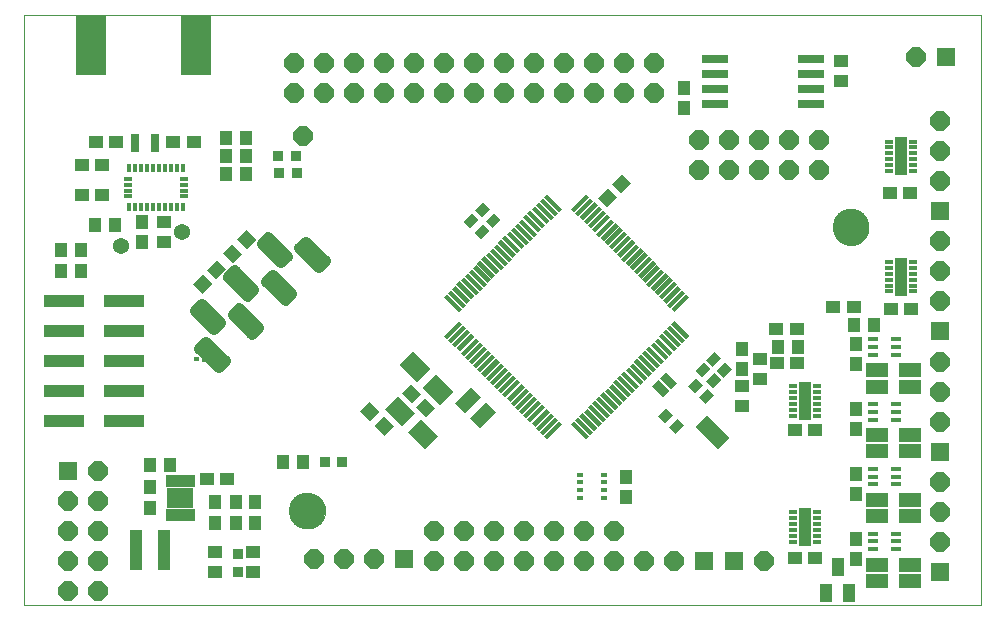
<source format=gts>
G75*
%MOIN*%
%OFA0B0*%
%FSLAX25Y25*%
%IPPOS*%
%LPD*%
%AMOC8*
5,1,8,0,0,1.08239X$1,22.5*
%
%ADD10C,0.00000*%
%ADD11C,0.12211*%
%ADD12R,0.04731X0.04337*%
%ADD13R,0.08077X0.06306*%
%ADD14R,0.08865X0.06699*%
%ADD15C,0.00015*%
%ADD16C,0.02781*%
%ADD17C,0.02800*%
%ADD18R,0.04200X0.13600*%
%ADD19R,0.04337X0.04731*%
%ADD20R,0.03550X0.03550*%
%ADD21R,0.03000X0.01600*%
%ADD22R,0.04300X0.12600*%
%ADD23R,0.03156X0.03943*%
%ADD24R,0.05400X0.02900*%
%ADD25R,0.10400X0.05400*%
%ADD26R,0.09100X0.02800*%
%ADD27R,0.02369X0.01778*%
%ADD28R,0.01500X0.07000*%
%ADD29R,0.04731X0.07487*%
%ADD30C,0.00050*%
%ADD31R,0.01384X0.03057*%
%ADD32R,0.03057X0.01384*%
%ADD33R,0.03156X0.05912*%
%ADD34OC8,0.06400*%
%ADD35C,0.05400*%
%ADD36R,0.03543X0.01772*%
%ADD37R,0.07200X0.04730*%
%ADD38R,0.06400X0.06400*%
%ADD39R,0.04337X0.05912*%
%ADD40C,0.03200*%
%ADD41R,0.09900X0.20400*%
%ADD42R,0.13400X0.04400*%
D10*
X0007131Y0012652D02*
X0007131Y0209502D01*
X0326029Y0209502D01*
X0326029Y0012652D01*
X0007131Y0012652D01*
X0095714Y0044148D02*
X0095716Y0044301D01*
X0095722Y0044455D01*
X0095732Y0044608D01*
X0095746Y0044760D01*
X0095764Y0044913D01*
X0095786Y0045064D01*
X0095811Y0045215D01*
X0095841Y0045366D01*
X0095875Y0045516D01*
X0095912Y0045664D01*
X0095953Y0045812D01*
X0095998Y0045958D01*
X0096047Y0046104D01*
X0096100Y0046248D01*
X0096156Y0046390D01*
X0096216Y0046531D01*
X0096280Y0046671D01*
X0096347Y0046809D01*
X0096418Y0046945D01*
X0096493Y0047079D01*
X0096570Y0047211D01*
X0096652Y0047341D01*
X0096736Y0047469D01*
X0096824Y0047595D01*
X0096915Y0047718D01*
X0097009Y0047839D01*
X0097107Y0047957D01*
X0097207Y0048073D01*
X0097311Y0048186D01*
X0097417Y0048297D01*
X0097526Y0048405D01*
X0097638Y0048510D01*
X0097752Y0048611D01*
X0097870Y0048710D01*
X0097989Y0048806D01*
X0098111Y0048899D01*
X0098236Y0048988D01*
X0098363Y0049075D01*
X0098492Y0049157D01*
X0098623Y0049237D01*
X0098756Y0049313D01*
X0098891Y0049386D01*
X0099028Y0049455D01*
X0099167Y0049520D01*
X0099307Y0049582D01*
X0099449Y0049640D01*
X0099592Y0049695D01*
X0099737Y0049746D01*
X0099883Y0049793D01*
X0100030Y0049836D01*
X0100178Y0049875D01*
X0100327Y0049911D01*
X0100477Y0049942D01*
X0100628Y0049970D01*
X0100779Y0049994D01*
X0100932Y0050014D01*
X0101084Y0050030D01*
X0101237Y0050042D01*
X0101390Y0050050D01*
X0101543Y0050054D01*
X0101697Y0050054D01*
X0101850Y0050050D01*
X0102003Y0050042D01*
X0102156Y0050030D01*
X0102308Y0050014D01*
X0102461Y0049994D01*
X0102612Y0049970D01*
X0102763Y0049942D01*
X0102913Y0049911D01*
X0103062Y0049875D01*
X0103210Y0049836D01*
X0103357Y0049793D01*
X0103503Y0049746D01*
X0103648Y0049695D01*
X0103791Y0049640D01*
X0103933Y0049582D01*
X0104073Y0049520D01*
X0104212Y0049455D01*
X0104349Y0049386D01*
X0104484Y0049313D01*
X0104617Y0049237D01*
X0104748Y0049157D01*
X0104877Y0049075D01*
X0105004Y0048988D01*
X0105129Y0048899D01*
X0105251Y0048806D01*
X0105370Y0048710D01*
X0105488Y0048611D01*
X0105602Y0048510D01*
X0105714Y0048405D01*
X0105823Y0048297D01*
X0105929Y0048186D01*
X0106033Y0048073D01*
X0106133Y0047957D01*
X0106231Y0047839D01*
X0106325Y0047718D01*
X0106416Y0047595D01*
X0106504Y0047469D01*
X0106588Y0047341D01*
X0106670Y0047211D01*
X0106747Y0047079D01*
X0106822Y0046945D01*
X0106893Y0046809D01*
X0106960Y0046671D01*
X0107024Y0046531D01*
X0107084Y0046390D01*
X0107140Y0046248D01*
X0107193Y0046104D01*
X0107242Y0045958D01*
X0107287Y0045812D01*
X0107328Y0045664D01*
X0107365Y0045516D01*
X0107399Y0045366D01*
X0107429Y0045215D01*
X0107454Y0045064D01*
X0107476Y0044913D01*
X0107494Y0044760D01*
X0107508Y0044608D01*
X0107518Y0044455D01*
X0107524Y0044301D01*
X0107526Y0044148D01*
X0107524Y0043995D01*
X0107518Y0043841D01*
X0107508Y0043688D01*
X0107494Y0043536D01*
X0107476Y0043383D01*
X0107454Y0043232D01*
X0107429Y0043081D01*
X0107399Y0042930D01*
X0107365Y0042780D01*
X0107328Y0042632D01*
X0107287Y0042484D01*
X0107242Y0042338D01*
X0107193Y0042192D01*
X0107140Y0042048D01*
X0107084Y0041906D01*
X0107024Y0041765D01*
X0106960Y0041625D01*
X0106893Y0041487D01*
X0106822Y0041351D01*
X0106747Y0041217D01*
X0106670Y0041085D01*
X0106588Y0040955D01*
X0106504Y0040827D01*
X0106416Y0040701D01*
X0106325Y0040578D01*
X0106231Y0040457D01*
X0106133Y0040339D01*
X0106033Y0040223D01*
X0105929Y0040110D01*
X0105823Y0039999D01*
X0105714Y0039891D01*
X0105602Y0039786D01*
X0105488Y0039685D01*
X0105370Y0039586D01*
X0105251Y0039490D01*
X0105129Y0039397D01*
X0105004Y0039308D01*
X0104877Y0039221D01*
X0104748Y0039139D01*
X0104617Y0039059D01*
X0104484Y0038983D01*
X0104349Y0038910D01*
X0104212Y0038841D01*
X0104073Y0038776D01*
X0103933Y0038714D01*
X0103791Y0038656D01*
X0103648Y0038601D01*
X0103503Y0038550D01*
X0103357Y0038503D01*
X0103210Y0038460D01*
X0103062Y0038421D01*
X0102913Y0038385D01*
X0102763Y0038354D01*
X0102612Y0038326D01*
X0102461Y0038302D01*
X0102308Y0038282D01*
X0102156Y0038266D01*
X0102003Y0038254D01*
X0101850Y0038246D01*
X0101697Y0038242D01*
X0101543Y0038242D01*
X0101390Y0038246D01*
X0101237Y0038254D01*
X0101084Y0038266D01*
X0100932Y0038282D01*
X0100779Y0038302D01*
X0100628Y0038326D01*
X0100477Y0038354D01*
X0100327Y0038385D01*
X0100178Y0038421D01*
X0100030Y0038460D01*
X0099883Y0038503D01*
X0099737Y0038550D01*
X0099592Y0038601D01*
X0099449Y0038656D01*
X0099307Y0038714D01*
X0099167Y0038776D01*
X0099028Y0038841D01*
X0098891Y0038910D01*
X0098756Y0038983D01*
X0098623Y0039059D01*
X0098492Y0039139D01*
X0098363Y0039221D01*
X0098236Y0039308D01*
X0098111Y0039397D01*
X0097989Y0039490D01*
X0097870Y0039586D01*
X0097752Y0039685D01*
X0097638Y0039786D01*
X0097526Y0039891D01*
X0097417Y0039999D01*
X0097311Y0040110D01*
X0097207Y0040223D01*
X0097107Y0040339D01*
X0097009Y0040457D01*
X0096915Y0040578D01*
X0096824Y0040701D01*
X0096736Y0040827D01*
X0096652Y0040955D01*
X0096570Y0041085D01*
X0096493Y0041217D01*
X0096418Y0041351D01*
X0096347Y0041487D01*
X0096280Y0041625D01*
X0096216Y0041765D01*
X0096156Y0041906D01*
X0096100Y0042048D01*
X0096047Y0042192D01*
X0095998Y0042338D01*
X0095953Y0042484D01*
X0095912Y0042632D01*
X0095875Y0042780D01*
X0095841Y0042930D01*
X0095811Y0043081D01*
X0095786Y0043232D01*
X0095764Y0043383D01*
X0095746Y0043536D01*
X0095732Y0043688D01*
X0095722Y0043841D01*
X0095716Y0043995D01*
X0095714Y0044148D01*
X0276816Y0138636D02*
X0276818Y0138789D01*
X0276824Y0138943D01*
X0276834Y0139096D01*
X0276848Y0139248D01*
X0276866Y0139401D01*
X0276888Y0139552D01*
X0276913Y0139703D01*
X0276943Y0139854D01*
X0276977Y0140004D01*
X0277014Y0140152D01*
X0277055Y0140300D01*
X0277100Y0140446D01*
X0277149Y0140592D01*
X0277202Y0140736D01*
X0277258Y0140878D01*
X0277318Y0141019D01*
X0277382Y0141159D01*
X0277449Y0141297D01*
X0277520Y0141433D01*
X0277595Y0141567D01*
X0277672Y0141699D01*
X0277754Y0141829D01*
X0277838Y0141957D01*
X0277926Y0142083D01*
X0278017Y0142206D01*
X0278111Y0142327D01*
X0278209Y0142445D01*
X0278309Y0142561D01*
X0278413Y0142674D01*
X0278519Y0142785D01*
X0278628Y0142893D01*
X0278740Y0142998D01*
X0278854Y0143099D01*
X0278972Y0143198D01*
X0279091Y0143294D01*
X0279213Y0143387D01*
X0279338Y0143476D01*
X0279465Y0143563D01*
X0279594Y0143645D01*
X0279725Y0143725D01*
X0279858Y0143801D01*
X0279993Y0143874D01*
X0280130Y0143943D01*
X0280269Y0144008D01*
X0280409Y0144070D01*
X0280551Y0144128D01*
X0280694Y0144183D01*
X0280839Y0144234D01*
X0280985Y0144281D01*
X0281132Y0144324D01*
X0281280Y0144363D01*
X0281429Y0144399D01*
X0281579Y0144430D01*
X0281730Y0144458D01*
X0281881Y0144482D01*
X0282034Y0144502D01*
X0282186Y0144518D01*
X0282339Y0144530D01*
X0282492Y0144538D01*
X0282645Y0144542D01*
X0282799Y0144542D01*
X0282952Y0144538D01*
X0283105Y0144530D01*
X0283258Y0144518D01*
X0283410Y0144502D01*
X0283563Y0144482D01*
X0283714Y0144458D01*
X0283865Y0144430D01*
X0284015Y0144399D01*
X0284164Y0144363D01*
X0284312Y0144324D01*
X0284459Y0144281D01*
X0284605Y0144234D01*
X0284750Y0144183D01*
X0284893Y0144128D01*
X0285035Y0144070D01*
X0285175Y0144008D01*
X0285314Y0143943D01*
X0285451Y0143874D01*
X0285586Y0143801D01*
X0285719Y0143725D01*
X0285850Y0143645D01*
X0285979Y0143563D01*
X0286106Y0143476D01*
X0286231Y0143387D01*
X0286353Y0143294D01*
X0286472Y0143198D01*
X0286590Y0143099D01*
X0286704Y0142998D01*
X0286816Y0142893D01*
X0286925Y0142785D01*
X0287031Y0142674D01*
X0287135Y0142561D01*
X0287235Y0142445D01*
X0287333Y0142327D01*
X0287427Y0142206D01*
X0287518Y0142083D01*
X0287606Y0141957D01*
X0287690Y0141829D01*
X0287772Y0141699D01*
X0287849Y0141567D01*
X0287924Y0141433D01*
X0287995Y0141297D01*
X0288062Y0141159D01*
X0288126Y0141019D01*
X0288186Y0140878D01*
X0288242Y0140736D01*
X0288295Y0140592D01*
X0288344Y0140446D01*
X0288389Y0140300D01*
X0288430Y0140152D01*
X0288467Y0140004D01*
X0288501Y0139854D01*
X0288531Y0139703D01*
X0288556Y0139552D01*
X0288578Y0139401D01*
X0288596Y0139248D01*
X0288610Y0139096D01*
X0288620Y0138943D01*
X0288626Y0138789D01*
X0288628Y0138636D01*
X0288626Y0138483D01*
X0288620Y0138329D01*
X0288610Y0138176D01*
X0288596Y0138024D01*
X0288578Y0137871D01*
X0288556Y0137720D01*
X0288531Y0137569D01*
X0288501Y0137418D01*
X0288467Y0137268D01*
X0288430Y0137120D01*
X0288389Y0136972D01*
X0288344Y0136826D01*
X0288295Y0136680D01*
X0288242Y0136536D01*
X0288186Y0136394D01*
X0288126Y0136253D01*
X0288062Y0136113D01*
X0287995Y0135975D01*
X0287924Y0135839D01*
X0287849Y0135705D01*
X0287772Y0135573D01*
X0287690Y0135443D01*
X0287606Y0135315D01*
X0287518Y0135189D01*
X0287427Y0135066D01*
X0287333Y0134945D01*
X0287235Y0134827D01*
X0287135Y0134711D01*
X0287031Y0134598D01*
X0286925Y0134487D01*
X0286816Y0134379D01*
X0286704Y0134274D01*
X0286590Y0134173D01*
X0286472Y0134074D01*
X0286353Y0133978D01*
X0286231Y0133885D01*
X0286106Y0133796D01*
X0285979Y0133709D01*
X0285850Y0133627D01*
X0285719Y0133547D01*
X0285586Y0133471D01*
X0285451Y0133398D01*
X0285314Y0133329D01*
X0285175Y0133264D01*
X0285035Y0133202D01*
X0284893Y0133144D01*
X0284750Y0133089D01*
X0284605Y0133038D01*
X0284459Y0132991D01*
X0284312Y0132948D01*
X0284164Y0132909D01*
X0284015Y0132873D01*
X0283865Y0132842D01*
X0283714Y0132814D01*
X0283563Y0132790D01*
X0283410Y0132770D01*
X0283258Y0132754D01*
X0283105Y0132742D01*
X0282952Y0132734D01*
X0282799Y0132730D01*
X0282645Y0132730D01*
X0282492Y0132734D01*
X0282339Y0132742D01*
X0282186Y0132754D01*
X0282034Y0132770D01*
X0281881Y0132790D01*
X0281730Y0132814D01*
X0281579Y0132842D01*
X0281429Y0132873D01*
X0281280Y0132909D01*
X0281132Y0132948D01*
X0280985Y0132991D01*
X0280839Y0133038D01*
X0280694Y0133089D01*
X0280551Y0133144D01*
X0280409Y0133202D01*
X0280269Y0133264D01*
X0280130Y0133329D01*
X0279993Y0133398D01*
X0279858Y0133471D01*
X0279725Y0133547D01*
X0279594Y0133627D01*
X0279465Y0133709D01*
X0279338Y0133796D01*
X0279213Y0133885D01*
X0279091Y0133978D01*
X0278972Y0134074D01*
X0278854Y0134173D01*
X0278740Y0134274D01*
X0278628Y0134379D01*
X0278519Y0134487D01*
X0278413Y0134598D01*
X0278309Y0134711D01*
X0278209Y0134827D01*
X0278111Y0134945D01*
X0278017Y0135066D01*
X0277926Y0135189D01*
X0277838Y0135315D01*
X0277754Y0135443D01*
X0277672Y0135573D01*
X0277595Y0135705D01*
X0277520Y0135839D01*
X0277449Y0135975D01*
X0277382Y0136113D01*
X0277318Y0136253D01*
X0277258Y0136394D01*
X0277202Y0136536D01*
X0277149Y0136680D01*
X0277100Y0136826D01*
X0277055Y0136972D01*
X0277014Y0137120D01*
X0276977Y0137268D01*
X0276943Y0137418D01*
X0276913Y0137569D01*
X0276888Y0137720D01*
X0276866Y0137871D01*
X0276848Y0138024D01*
X0276834Y0138176D01*
X0276824Y0138329D01*
X0276818Y0138483D01*
X0276816Y0138636D01*
D11*
X0282722Y0138636D03*
X0101620Y0044148D03*
D12*
X0083531Y0030461D03*
X0083531Y0023769D03*
X0070689Y0023785D03*
X0070689Y0030478D03*
X0068166Y0054806D03*
X0074858Y0054806D03*
G36*
X0122610Y0073893D02*
X0119266Y0077237D01*
X0122332Y0080303D01*
X0125676Y0076959D01*
X0122610Y0073893D01*
G37*
G36*
X0127342Y0069160D02*
X0123998Y0072504D01*
X0127064Y0075570D01*
X0130408Y0072226D01*
X0127342Y0069160D01*
G37*
G36*
X0141142Y0075360D02*
X0137798Y0078704D01*
X0140864Y0081770D01*
X0144208Y0078426D01*
X0141142Y0075360D01*
G37*
G36*
X0136410Y0080093D02*
X0133066Y0083437D01*
X0136132Y0086503D01*
X0139476Y0083159D01*
X0136410Y0080093D01*
G37*
G36*
X0074503Y0124620D02*
X0071159Y0121276D01*
X0068093Y0124342D01*
X0071437Y0127686D01*
X0074503Y0124620D01*
G37*
G36*
X0069770Y0119888D02*
X0066426Y0116544D01*
X0063360Y0119610D01*
X0066704Y0122954D01*
X0069770Y0119888D01*
G37*
X0053731Y0133569D03*
X0053731Y0140261D03*
X0033292Y0149352D03*
X0026599Y0149352D03*
X0026599Y0159352D03*
X0033292Y0159352D03*
X0031185Y0166915D03*
X0037878Y0166915D03*
X0056985Y0166915D03*
X0063678Y0166915D03*
G36*
X0198455Y0148289D02*
X0201799Y0151633D01*
X0204865Y0148567D01*
X0201521Y0145223D01*
X0198455Y0148289D01*
G37*
G36*
X0203187Y0153022D02*
X0206531Y0156366D01*
X0209597Y0153300D01*
X0206253Y0149956D01*
X0203187Y0153022D01*
G37*
X0257985Y0104715D03*
X0264678Y0104715D03*
X0276985Y0111915D03*
X0283678Y0111915D03*
X0296291Y0111531D03*
X0302983Y0111531D03*
X0264878Y0093315D03*
X0258185Y0093315D03*
X0252531Y0094861D03*
X0252531Y0088169D03*
X0246531Y0085861D03*
X0246531Y0079169D03*
X0264185Y0071115D03*
X0270878Y0071115D03*
X0270878Y0028515D03*
X0264185Y0028515D03*
X0295769Y0150220D03*
X0302461Y0150220D03*
X0279601Y0187498D03*
X0279601Y0194191D03*
D13*
G36*
X0138234Y0087075D02*
X0132525Y0092784D01*
X0136984Y0097243D01*
X0142693Y0091534D01*
X0138234Y0087075D01*
G37*
G36*
X0145890Y0079420D02*
X0140181Y0085129D01*
X0144640Y0089588D01*
X0150349Y0083879D01*
X0145890Y0079420D01*
G37*
G36*
X0140784Y0064603D02*
X0135075Y0070312D01*
X0139534Y0074771D01*
X0145243Y0069062D01*
X0140784Y0064603D01*
G37*
G36*
X0133129Y0072259D02*
X0127420Y0077968D01*
X0131879Y0082427D01*
X0137588Y0076718D01*
X0133129Y0072259D01*
G37*
D14*
X0059012Y0048556D03*
D15*
X0059756Y0044616D02*
X0059756Y0040982D01*
X0058268Y0040982D01*
X0058268Y0044616D01*
X0059756Y0044616D01*
X0059756Y0040996D02*
X0058268Y0040996D01*
X0058268Y0041010D02*
X0059756Y0041010D01*
X0059756Y0041024D02*
X0058268Y0041024D01*
X0058268Y0041038D02*
X0059756Y0041038D01*
X0059756Y0041052D02*
X0058268Y0041052D01*
X0058268Y0041066D02*
X0059756Y0041066D01*
X0059756Y0041080D02*
X0058268Y0041080D01*
X0058268Y0041094D02*
X0059756Y0041094D01*
X0059756Y0041108D02*
X0058268Y0041108D01*
X0058268Y0041122D02*
X0059756Y0041122D01*
X0059756Y0041136D02*
X0058268Y0041136D01*
X0058268Y0041150D02*
X0059756Y0041150D01*
X0059756Y0041164D02*
X0058268Y0041164D01*
X0058268Y0041178D02*
X0059756Y0041178D01*
X0059756Y0041192D02*
X0058268Y0041192D01*
X0058268Y0041206D02*
X0059756Y0041206D01*
X0059756Y0041220D02*
X0058268Y0041220D01*
X0058268Y0041234D02*
X0059756Y0041234D01*
X0059756Y0041248D02*
X0058268Y0041248D01*
X0058268Y0041262D02*
X0059756Y0041262D01*
X0059756Y0041276D02*
X0058268Y0041276D01*
X0058268Y0041290D02*
X0059756Y0041290D01*
X0059756Y0041304D02*
X0058268Y0041304D01*
X0058268Y0041318D02*
X0059756Y0041318D01*
X0059756Y0041332D02*
X0058268Y0041332D01*
X0058268Y0041346D02*
X0059756Y0041346D01*
X0059756Y0041360D02*
X0058268Y0041360D01*
X0058268Y0041374D02*
X0059756Y0041374D01*
X0059756Y0041388D02*
X0058268Y0041388D01*
X0058268Y0041402D02*
X0059756Y0041402D01*
X0059756Y0041416D02*
X0058268Y0041416D01*
X0058268Y0041430D02*
X0059756Y0041430D01*
X0059756Y0041444D02*
X0058268Y0041444D01*
X0058268Y0041458D02*
X0059756Y0041458D01*
X0059756Y0041472D02*
X0058268Y0041472D01*
X0058268Y0041486D02*
X0059756Y0041486D01*
X0059756Y0041500D02*
X0058268Y0041500D01*
X0058268Y0041514D02*
X0059756Y0041514D01*
X0059756Y0041528D02*
X0058268Y0041528D01*
X0058268Y0041542D02*
X0059756Y0041542D01*
X0059756Y0041556D02*
X0058268Y0041556D01*
X0058268Y0041570D02*
X0059756Y0041570D01*
X0059756Y0041584D02*
X0058268Y0041584D01*
X0058268Y0041598D02*
X0059756Y0041598D01*
X0059756Y0041612D02*
X0058268Y0041612D01*
X0058268Y0041626D02*
X0059756Y0041626D01*
X0059756Y0041640D02*
X0058268Y0041640D01*
X0058268Y0041654D02*
X0059756Y0041654D01*
X0059756Y0041668D02*
X0058268Y0041668D01*
X0058268Y0041682D02*
X0059756Y0041682D01*
X0059756Y0041696D02*
X0058268Y0041696D01*
X0058268Y0041710D02*
X0059756Y0041710D01*
X0059756Y0041724D02*
X0058268Y0041724D01*
X0058268Y0041738D02*
X0059756Y0041738D01*
X0059756Y0041752D02*
X0058268Y0041752D01*
X0058268Y0041766D02*
X0059756Y0041766D01*
X0059756Y0041780D02*
X0058268Y0041780D01*
X0058268Y0041794D02*
X0059756Y0041794D01*
X0059756Y0041808D02*
X0058268Y0041808D01*
X0058268Y0041822D02*
X0059756Y0041822D01*
X0059756Y0041836D02*
X0058268Y0041836D01*
X0058268Y0041850D02*
X0059756Y0041850D01*
X0059756Y0041864D02*
X0058268Y0041864D01*
X0058268Y0041878D02*
X0059756Y0041878D01*
X0059756Y0041892D02*
X0058268Y0041892D01*
X0058268Y0041906D02*
X0059756Y0041906D01*
X0059756Y0041920D02*
X0058268Y0041920D01*
X0058268Y0041934D02*
X0059756Y0041934D01*
X0059756Y0041948D02*
X0058268Y0041948D01*
X0058268Y0041962D02*
X0059756Y0041962D01*
X0059756Y0041976D02*
X0058268Y0041976D01*
X0058268Y0041990D02*
X0059756Y0041990D01*
X0059756Y0042004D02*
X0058268Y0042004D01*
X0058268Y0042018D02*
X0059756Y0042018D01*
X0059756Y0042032D02*
X0058268Y0042032D01*
X0058268Y0042046D02*
X0059756Y0042046D01*
X0059756Y0042060D02*
X0058268Y0042060D01*
X0058268Y0042074D02*
X0059756Y0042074D01*
X0059756Y0042088D02*
X0058268Y0042088D01*
X0058268Y0042102D02*
X0059756Y0042102D01*
X0059756Y0042116D02*
X0058268Y0042116D01*
X0058268Y0042130D02*
X0059756Y0042130D01*
X0059756Y0042144D02*
X0058268Y0042144D01*
X0058268Y0042158D02*
X0059756Y0042158D01*
X0059756Y0042172D02*
X0058268Y0042172D01*
X0058268Y0042186D02*
X0059756Y0042186D01*
X0059756Y0042200D02*
X0058268Y0042200D01*
X0058268Y0042214D02*
X0059756Y0042214D01*
X0059756Y0042228D02*
X0058268Y0042228D01*
X0058268Y0042242D02*
X0059756Y0042242D01*
X0059756Y0042256D02*
X0058268Y0042256D01*
X0058268Y0042270D02*
X0059756Y0042270D01*
X0059756Y0042284D02*
X0058268Y0042284D01*
X0058268Y0042298D02*
X0059756Y0042298D01*
X0059756Y0042312D02*
X0058268Y0042312D01*
X0058268Y0042326D02*
X0059756Y0042326D01*
X0059756Y0042340D02*
X0058268Y0042340D01*
X0058268Y0042354D02*
X0059756Y0042354D01*
X0059756Y0042368D02*
X0058268Y0042368D01*
X0058268Y0042382D02*
X0059756Y0042382D01*
X0059756Y0042396D02*
X0058268Y0042396D01*
X0058268Y0042410D02*
X0059756Y0042410D01*
X0059756Y0042424D02*
X0058268Y0042424D01*
X0058268Y0042438D02*
X0059756Y0042438D01*
X0059756Y0042452D02*
X0058268Y0042452D01*
X0058268Y0042466D02*
X0059756Y0042466D01*
X0059756Y0042480D02*
X0058268Y0042480D01*
X0058268Y0042494D02*
X0059756Y0042494D01*
X0059756Y0042508D02*
X0058268Y0042508D01*
X0058268Y0042522D02*
X0059756Y0042522D01*
X0059756Y0042536D02*
X0058268Y0042536D01*
X0058268Y0042550D02*
X0059756Y0042550D01*
X0059756Y0042564D02*
X0058268Y0042564D01*
X0058268Y0042578D02*
X0059756Y0042578D01*
X0059756Y0042592D02*
X0058268Y0042592D01*
X0058268Y0042606D02*
X0059756Y0042606D01*
X0059756Y0042620D02*
X0058268Y0042620D01*
X0058268Y0042634D02*
X0059756Y0042634D01*
X0059756Y0042648D02*
X0058268Y0042648D01*
X0058268Y0042662D02*
X0059756Y0042662D01*
X0059756Y0042676D02*
X0058268Y0042676D01*
X0058268Y0042690D02*
X0059756Y0042690D01*
X0059756Y0042704D02*
X0058268Y0042704D01*
X0058268Y0042718D02*
X0059756Y0042718D01*
X0059756Y0042732D02*
X0058268Y0042732D01*
X0058268Y0042746D02*
X0059756Y0042746D01*
X0059756Y0042760D02*
X0058268Y0042760D01*
X0058268Y0042774D02*
X0059756Y0042774D01*
X0059756Y0042788D02*
X0058268Y0042788D01*
X0058268Y0042802D02*
X0059756Y0042802D01*
X0059756Y0042816D02*
X0058268Y0042816D01*
X0058268Y0042830D02*
X0059756Y0042830D01*
X0059756Y0042844D02*
X0058268Y0042844D01*
X0058268Y0042858D02*
X0059756Y0042858D01*
X0059756Y0042872D02*
X0058268Y0042872D01*
X0058268Y0042886D02*
X0059756Y0042886D01*
X0059756Y0042900D02*
X0058268Y0042900D01*
X0058268Y0042914D02*
X0059756Y0042914D01*
X0059756Y0042928D02*
X0058268Y0042928D01*
X0058268Y0042942D02*
X0059756Y0042942D01*
X0059756Y0042956D02*
X0058268Y0042956D01*
X0058268Y0042970D02*
X0059756Y0042970D01*
X0059756Y0042984D02*
X0058268Y0042984D01*
X0058268Y0042998D02*
X0059756Y0042998D01*
X0059756Y0043012D02*
X0058268Y0043012D01*
X0058268Y0043026D02*
X0059756Y0043026D01*
X0059756Y0043040D02*
X0058268Y0043040D01*
X0058268Y0043054D02*
X0059756Y0043054D01*
X0059756Y0043068D02*
X0058268Y0043068D01*
X0058268Y0043082D02*
X0059756Y0043082D01*
X0059756Y0043096D02*
X0058268Y0043096D01*
X0058268Y0043110D02*
X0059756Y0043110D01*
X0059756Y0043124D02*
X0058268Y0043124D01*
X0058268Y0043138D02*
X0059756Y0043138D01*
X0059756Y0043152D02*
X0058268Y0043152D01*
X0058268Y0043166D02*
X0059756Y0043166D01*
X0059756Y0043180D02*
X0058268Y0043180D01*
X0058268Y0043194D02*
X0059756Y0043194D01*
X0059756Y0043208D02*
X0058268Y0043208D01*
X0058268Y0043222D02*
X0059756Y0043222D01*
X0059756Y0043236D02*
X0058268Y0043236D01*
X0058268Y0043250D02*
X0059756Y0043250D01*
X0059756Y0043264D02*
X0058268Y0043264D01*
X0058268Y0043278D02*
X0059756Y0043278D01*
X0059756Y0043292D02*
X0058268Y0043292D01*
X0058268Y0043306D02*
X0059756Y0043306D01*
X0059756Y0043320D02*
X0058268Y0043320D01*
X0058268Y0043334D02*
X0059756Y0043334D01*
X0059756Y0043348D02*
X0058268Y0043348D01*
X0058268Y0043362D02*
X0059756Y0043362D01*
X0059756Y0043376D02*
X0058268Y0043376D01*
X0058268Y0043390D02*
X0059756Y0043390D01*
X0059756Y0043404D02*
X0058268Y0043404D01*
X0058268Y0043418D02*
X0059756Y0043418D01*
X0059756Y0043432D02*
X0058268Y0043432D01*
X0058268Y0043446D02*
X0059756Y0043446D01*
X0059756Y0043460D02*
X0058268Y0043460D01*
X0058268Y0043474D02*
X0059756Y0043474D01*
X0059756Y0043488D02*
X0058268Y0043488D01*
X0058268Y0043502D02*
X0059756Y0043502D01*
X0059756Y0043516D02*
X0058268Y0043516D01*
X0058268Y0043530D02*
X0059756Y0043530D01*
X0059756Y0043544D02*
X0058268Y0043544D01*
X0058268Y0043558D02*
X0059756Y0043558D01*
X0059756Y0043572D02*
X0058268Y0043572D01*
X0058268Y0043586D02*
X0059756Y0043586D01*
X0059756Y0043600D02*
X0058268Y0043600D01*
X0058268Y0043614D02*
X0059756Y0043614D01*
X0059756Y0043628D02*
X0058268Y0043628D01*
X0058268Y0043642D02*
X0059756Y0043642D01*
X0059756Y0043656D02*
X0058268Y0043656D01*
X0058268Y0043670D02*
X0059756Y0043670D01*
X0059756Y0043684D02*
X0058268Y0043684D01*
X0058268Y0043698D02*
X0059756Y0043698D01*
X0059756Y0043712D02*
X0058268Y0043712D01*
X0058268Y0043726D02*
X0059756Y0043726D01*
X0059756Y0043740D02*
X0058268Y0043740D01*
X0058268Y0043754D02*
X0059756Y0043754D01*
X0059756Y0043768D02*
X0058268Y0043768D01*
X0058268Y0043782D02*
X0059756Y0043782D01*
X0059756Y0043796D02*
X0058268Y0043796D01*
X0058268Y0043810D02*
X0059756Y0043810D01*
X0059756Y0043824D02*
X0058268Y0043824D01*
X0058268Y0043838D02*
X0059756Y0043838D01*
X0059756Y0043852D02*
X0058268Y0043852D01*
X0058268Y0043866D02*
X0059756Y0043866D01*
X0059756Y0043880D02*
X0058268Y0043880D01*
X0058268Y0043894D02*
X0059756Y0043894D01*
X0059756Y0043908D02*
X0058268Y0043908D01*
X0058268Y0043922D02*
X0059756Y0043922D01*
X0059756Y0043936D02*
X0058268Y0043936D01*
X0058268Y0043950D02*
X0059756Y0043950D01*
X0059756Y0043964D02*
X0058268Y0043964D01*
X0058268Y0043978D02*
X0059756Y0043978D01*
X0059756Y0043992D02*
X0058268Y0043992D01*
X0058268Y0044006D02*
X0059756Y0044006D01*
X0059756Y0044020D02*
X0058268Y0044020D01*
X0058268Y0044034D02*
X0059756Y0044034D01*
X0059756Y0044048D02*
X0058268Y0044048D01*
X0058268Y0044062D02*
X0059756Y0044062D01*
X0059756Y0044076D02*
X0058268Y0044076D01*
X0058268Y0044090D02*
X0059756Y0044090D01*
X0059756Y0044104D02*
X0058268Y0044104D01*
X0058268Y0044118D02*
X0059756Y0044118D01*
X0059756Y0044132D02*
X0058268Y0044132D01*
X0058268Y0044146D02*
X0059756Y0044146D01*
X0059756Y0044160D02*
X0058268Y0044160D01*
X0058268Y0044174D02*
X0059756Y0044174D01*
X0059756Y0044188D02*
X0058268Y0044188D01*
X0058268Y0044202D02*
X0059756Y0044202D01*
X0059756Y0044216D02*
X0058268Y0044216D01*
X0058268Y0044230D02*
X0059756Y0044230D01*
X0059756Y0044244D02*
X0058268Y0044244D01*
X0058268Y0044258D02*
X0059756Y0044258D01*
X0059756Y0044272D02*
X0058268Y0044272D01*
X0058268Y0044286D02*
X0059756Y0044286D01*
X0059756Y0044300D02*
X0058268Y0044300D01*
X0058268Y0044314D02*
X0059756Y0044314D01*
X0059756Y0044328D02*
X0058268Y0044328D01*
X0058268Y0044342D02*
X0059756Y0044342D01*
X0059756Y0044356D02*
X0058268Y0044356D01*
X0058268Y0044370D02*
X0059756Y0044370D01*
X0059756Y0044384D02*
X0058268Y0044384D01*
X0058268Y0044398D02*
X0059756Y0044398D01*
X0059756Y0044412D02*
X0058268Y0044412D01*
X0058268Y0044426D02*
X0059756Y0044426D01*
X0059756Y0044440D02*
X0058268Y0044440D01*
X0058268Y0044454D02*
X0059756Y0044454D01*
X0059756Y0044468D02*
X0058268Y0044468D01*
X0058268Y0044482D02*
X0059756Y0044482D01*
X0059756Y0044496D02*
X0058268Y0044496D01*
X0058268Y0044510D02*
X0059756Y0044510D01*
X0059756Y0044524D02*
X0058268Y0044524D01*
X0058268Y0044538D02*
X0059756Y0044538D01*
X0059756Y0044552D02*
X0058268Y0044552D01*
X0058268Y0044566D02*
X0059756Y0044566D01*
X0059756Y0044580D02*
X0058268Y0044580D01*
X0058268Y0044594D02*
X0059756Y0044594D01*
X0059756Y0044608D02*
X0058268Y0044608D01*
X0057788Y0044616D02*
X0057788Y0040982D01*
X0056300Y0040982D01*
X0056300Y0044616D01*
X0057788Y0044616D01*
X0057788Y0040996D02*
X0056300Y0040996D01*
X0056300Y0041010D02*
X0057788Y0041010D01*
X0057788Y0041024D02*
X0056300Y0041024D01*
X0056300Y0041038D02*
X0057788Y0041038D01*
X0057788Y0041052D02*
X0056300Y0041052D01*
X0056300Y0041066D02*
X0057788Y0041066D01*
X0057788Y0041080D02*
X0056300Y0041080D01*
X0056300Y0041094D02*
X0057788Y0041094D01*
X0057788Y0041108D02*
X0056300Y0041108D01*
X0056300Y0041122D02*
X0057788Y0041122D01*
X0057788Y0041136D02*
X0056300Y0041136D01*
X0056300Y0041150D02*
X0057788Y0041150D01*
X0057788Y0041164D02*
X0056300Y0041164D01*
X0056300Y0041178D02*
X0057788Y0041178D01*
X0057788Y0041192D02*
X0056300Y0041192D01*
X0056300Y0041206D02*
X0057788Y0041206D01*
X0057788Y0041220D02*
X0056300Y0041220D01*
X0056300Y0041234D02*
X0057788Y0041234D01*
X0057788Y0041248D02*
X0056300Y0041248D01*
X0056300Y0041262D02*
X0057788Y0041262D01*
X0057788Y0041276D02*
X0056300Y0041276D01*
X0056300Y0041290D02*
X0057788Y0041290D01*
X0057788Y0041304D02*
X0056300Y0041304D01*
X0056300Y0041318D02*
X0057788Y0041318D01*
X0057788Y0041332D02*
X0056300Y0041332D01*
X0056300Y0041346D02*
X0057788Y0041346D01*
X0057788Y0041360D02*
X0056300Y0041360D01*
X0056300Y0041374D02*
X0057788Y0041374D01*
X0057788Y0041388D02*
X0056300Y0041388D01*
X0056300Y0041402D02*
X0057788Y0041402D01*
X0057788Y0041416D02*
X0056300Y0041416D01*
X0056300Y0041430D02*
X0057788Y0041430D01*
X0057788Y0041444D02*
X0056300Y0041444D01*
X0056300Y0041458D02*
X0057788Y0041458D01*
X0057788Y0041472D02*
X0056300Y0041472D01*
X0056300Y0041486D02*
X0057788Y0041486D01*
X0057788Y0041500D02*
X0056300Y0041500D01*
X0056300Y0041514D02*
X0057788Y0041514D01*
X0057788Y0041528D02*
X0056300Y0041528D01*
X0056300Y0041542D02*
X0057788Y0041542D01*
X0057788Y0041556D02*
X0056300Y0041556D01*
X0056300Y0041570D02*
X0057788Y0041570D01*
X0057788Y0041584D02*
X0056300Y0041584D01*
X0056300Y0041598D02*
X0057788Y0041598D01*
X0057788Y0041612D02*
X0056300Y0041612D01*
X0056300Y0041626D02*
X0057788Y0041626D01*
X0057788Y0041640D02*
X0056300Y0041640D01*
X0056300Y0041654D02*
X0057788Y0041654D01*
X0057788Y0041668D02*
X0056300Y0041668D01*
X0056300Y0041682D02*
X0057788Y0041682D01*
X0057788Y0041696D02*
X0056300Y0041696D01*
X0056300Y0041710D02*
X0057788Y0041710D01*
X0057788Y0041724D02*
X0056300Y0041724D01*
X0056300Y0041738D02*
X0057788Y0041738D01*
X0057788Y0041752D02*
X0056300Y0041752D01*
X0056300Y0041766D02*
X0057788Y0041766D01*
X0057788Y0041780D02*
X0056300Y0041780D01*
X0056300Y0041794D02*
X0057788Y0041794D01*
X0057788Y0041808D02*
X0056300Y0041808D01*
X0056300Y0041822D02*
X0057788Y0041822D01*
X0057788Y0041836D02*
X0056300Y0041836D01*
X0056300Y0041850D02*
X0057788Y0041850D01*
X0057788Y0041864D02*
X0056300Y0041864D01*
X0056300Y0041878D02*
X0057788Y0041878D01*
X0057788Y0041892D02*
X0056300Y0041892D01*
X0056300Y0041906D02*
X0057788Y0041906D01*
X0057788Y0041920D02*
X0056300Y0041920D01*
X0056300Y0041934D02*
X0057788Y0041934D01*
X0057788Y0041948D02*
X0056300Y0041948D01*
X0056300Y0041962D02*
X0057788Y0041962D01*
X0057788Y0041976D02*
X0056300Y0041976D01*
X0056300Y0041990D02*
X0057788Y0041990D01*
X0057788Y0042004D02*
X0056300Y0042004D01*
X0056300Y0042018D02*
X0057788Y0042018D01*
X0057788Y0042032D02*
X0056300Y0042032D01*
X0056300Y0042046D02*
X0057788Y0042046D01*
X0057788Y0042060D02*
X0056300Y0042060D01*
X0056300Y0042074D02*
X0057788Y0042074D01*
X0057788Y0042088D02*
X0056300Y0042088D01*
X0056300Y0042102D02*
X0057788Y0042102D01*
X0057788Y0042116D02*
X0056300Y0042116D01*
X0056300Y0042130D02*
X0057788Y0042130D01*
X0057788Y0042144D02*
X0056300Y0042144D01*
X0056300Y0042158D02*
X0057788Y0042158D01*
X0057788Y0042172D02*
X0056300Y0042172D01*
X0056300Y0042186D02*
X0057788Y0042186D01*
X0057788Y0042200D02*
X0056300Y0042200D01*
X0056300Y0042214D02*
X0057788Y0042214D01*
X0057788Y0042228D02*
X0056300Y0042228D01*
X0056300Y0042242D02*
X0057788Y0042242D01*
X0057788Y0042256D02*
X0056300Y0042256D01*
X0056300Y0042270D02*
X0057788Y0042270D01*
X0057788Y0042284D02*
X0056300Y0042284D01*
X0056300Y0042298D02*
X0057788Y0042298D01*
X0057788Y0042312D02*
X0056300Y0042312D01*
X0056300Y0042326D02*
X0057788Y0042326D01*
X0057788Y0042340D02*
X0056300Y0042340D01*
X0056300Y0042354D02*
X0057788Y0042354D01*
X0057788Y0042368D02*
X0056300Y0042368D01*
X0056300Y0042382D02*
X0057788Y0042382D01*
X0057788Y0042396D02*
X0056300Y0042396D01*
X0056300Y0042410D02*
X0057788Y0042410D01*
X0057788Y0042424D02*
X0056300Y0042424D01*
X0056300Y0042438D02*
X0057788Y0042438D01*
X0057788Y0042452D02*
X0056300Y0042452D01*
X0056300Y0042466D02*
X0057788Y0042466D01*
X0057788Y0042480D02*
X0056300Y0042480D01*
X0056300Y0042494D02*
X0057788Y0042494D01*
X0057788Y0042508D02*
X0056300Y0042508D01*
X0056300Y0042522D02*
X0057788Y0042522D01*
X0057788Y0042536D02*
X0056300Y0042536D01*
X0056300Y0042550D02*
X0057788Y0042550D01*
X0057788Y0042564D02*
X0056300Y0042564D01*
X0056300Y0042578D02*
X0057788Y0042578D01*
X0057788Y0042592D02*
X0056300Y0042592D01*
X0056300Y0042606D02*
X0057788Y0042606D01*
X0057788Y0042620D02*
X0056300Y0042620D01*
X0056300Y0042634D02*
X0057788Y0042634D01*
X0057788Y0042648D02*
X0056300Y0042648D01*
X0056300Y0042662D02*
X0057788Y0042662D01*
X0057788Y0042676D02*
X0056300Y0042676D01*
X0056300Y0042690D02*
X0057788Y0042690D01*
X0057788Y0042704D02*
X0056300Y0042704D01*
X0056300Y0042718D02*
X0057788Y0042718D01*
X0057788Y0042732D02*
X0056300Y0042732D01*
X0056300Y0042746D02*
X0057788Y0042746D01*
X0057788Y0042760D02*
X0056300Y0042760D01*
X0056300Y0042774D02*
X0057788Y0042774D01*
X0057788Y0042788D02*
X0056300Y0042788D01*
X0056300Y0042802D02*
X0057788Y0042802D01*
X0057788Y0042816D02*
X0056300Y0042816D01*
X0056300Y0042830D02*
X0057788Y0042830D01*
X0057788Y0042844D02*
X0056300Y0042844D01*
X0056300Y0042858D02*
X0057788Y0042858D01*
X0057788Y0042872D02*
X0056300Y0042872D01*
X0056300Y0042886D02*
X0057788Y0042886D01*
X0057788Y0042900D02*
X0056300Y0042900D01*
X0056300Y0042914D02*
X0057788Y0042914D01*
X0057788Y0042928D02*
X0056300Y0042928D01*
X0056300Y0042942D02*
X0057788Y0042942D01*
X0057788Y0042956D02*
X0056300Y0042956D01*
X0056300Y0042970D02*
X0057788Y0042970D01*
X0057788Y0042984D02*
X0056300Y0042984D01*
X0056300Y0042998D02*
X0057788Y0042998D01*
X0057788Y0043012D02*
X0056300Y0043012D01*
X0056300Y0043026D02*
X0057788Y0043026D01*
X0057788Y0043040D02*
X0056300Y0043040D01*
X0056300Y0043054D02*
X0057788Y0043054D01*
X0057788Y0043068D02*
X0056300Y0043068D01*
X0056300Y0043082D02*
X0057788Y0043082D01*
X0057788Y0043096D02*
X0056300Y0043096D01*
X0056300Y0043110D02*
X0057788Y0043110D01*
X0057788Y0043124D02*
X0056300Y0043124D01*
X0056300Y0043138D02*
X0057788Y0043138D01*
X0057788Y0043152D02*
X0056300Y0043152D01*
X0056300Y0043166D02*
X0057788Y0043166D01*
X0057788Y0043180D02*
X0056300Y0043180D01*
X0056300Y0043194D02*
X0057788Y0043194D01*
X0057788Y0043208D02*
X0056300Y0043208D01*
X0056300Y0043222D02*
X0057788Y0043222D01*
X0057788Y0043236D02*
X0056300Y0043236D01*
X0056300Y0043250D02*
X0057788Y0043250D01*
X0057788Y0043264D02*
X0056300Y0043264D01*
X0056300Y0043278D02*
X0057788Y0043278D01*
X0057788Y0043292D02*
X0056300Y0043292D01*
X0056300Y0043306D02*
X0057788Y0043306D01*
X0057788Y0043320D02*
X0056300Y0043320D01*
X0056300Y0043334D02*
X0057788Y0043334D01*
X0057788Y0043348D02*
X0056300Y0043348D01*
X0056300Y0043362D02*
X0057788Y0043362D01*
X0057788Y0043376D02*
X0056300Y0043376D01*
X0056300Y0043390D02*
X0057788Y0043390D01*
X0057788Y0043404D02*
X0056300Y0043404D01*
X0056300Y0043418D02*
X0057788Y0043418D01*
X0057788Y0043432D02*
X0056300Y0043432D01*
X0056300Y0043446D02*
X0057788Y0043446D01*
X0057788Y0043460D02*
X0056300Y0043460D01*
X0056300Y0043474D02*
X0057788Y0043474D01*
X0057788Y0043488D02*
X0056300Y0043488D01*
X0056300Y0043502D02*
X0057788Y0043502D01*
X0057788Y0043516D02*
X0056300Y0043516D01*
X0056300Y0043530D02*
X0057788Y0043530D01*
X0057788Y0043544D02*
X0056300Y0043544D01*
X0056300Y0043558D02*
X0057788Y0043558D01*
X0057788Y0043572D02*
X0056300Y0043572D01*
X0056300Y0043586D02*
X0057788Y0043586D01*
X0057788Y0043600D02*
X0056300Y0043600D01*
X0056300Y0043614D02*
X0057788Y0043614D01*
X0057788Y0043628D02*
X0056300Y0043628D01*
X0056300Y0043642D02*
X0057788Y0043642D01*
X0057788Y0043656D02*
X0056300Y0043656D01*
X0056300Y0043670D02*
X0057788Y0043670D01*
X0057788Y0043684D02*
X0056300Y0043684D01*
X0056300Y0043698D02*
X0057788Y0043698D01*
X0057788Y0043712D02*
X0056300Y0043712D01*
X0056300Y0043726D02*
X0057788Y0043726D01*
X0057788Y0043740D02*
X0056300Y0043740D01*
X0056300Y0043754D02*
X0057788Y0043754D01*
X0057788Y0043768D02*
X0056300Y0043768D01*
X0056300Y0043782D02*
X0057788Y0043782D01*
X0057788Y0043796D02*
X0056300Y0043796D01*
X0056300Y0043810D02*
X0057788Y0043810D01*
X0057788Y0043824D02*
X0056300Y0043824D01*
X0056300Y0043838D02*
X0057788Y0043838D01*
X0057788Y0043852D02*
X0056300Y0043852D01*
X0056300Y0043866D02*
X0057788Y0043866D01*
X0057788Y0043880D02*
X0056300Y0043880D01*
X0056300Y0043894D02*
X0057788Y0043894D01*
X0057788Y0043908D02*
X0056300Y0043908D01*
X0056300Y0043922D02*
X0057788Y0043922D01*
X0057788Y0043936D02*
X0056300Y0043936D01*
X0056300Y0043950D02*
X0057788Y0043950D01*
X0057788Y0043964D02*
X0056300Y0043964D01*
X0056300Y0043978D02*
X0057788Y0043978D01*
X0057788Y0043992D02*
X0056300Y0043992D01*
X0056300Y0044006D02*
X0057788Y0044006D01*
X0057788Y0044020D02*
X0056300Y0044020D01*
X0056300Y0044034D02*
X0057788Y0044034D01*
X0057788Y0044048D02*
X0056300Y0044048D01*
X0056300Y0044062D02*
X0057788Y0044062D01*
X0057788Y0044076D02*
X0056300Y0044076D01*
X0056300Y0044090D02*
X0057788Y0044090D01*
X0057788Y0044104D02*
X0056300Y0044104D01*
X0056300Y0044118D02*
X0057788Y0044118D01*
X0057788Y0044132D02*
X0056300Y0044132D01*
X0056300Y0044146D02*
X0057788Y0044146D01*
X0057788Y0044160D02*
X0056300Y0044160D01*
X0056300Y0044174D02*
X0057788Y0044174D01*
X0057788Y0044188D02*
X0056300Y0044188D01*
X0056300Y0044202D02*
X0057788Y0044202D01*
X0057788Y0044216D02*
X0056300Y0044216D01*
X0056300Y0044230D02*
X0057788Y0044230D01*
X0057788Y0044244D02*
X0056300Y0044244D01*
X0056300Y0044258D02*
X0057788Y0044258D01*
X0057788Y0044272D02*
X0056300Y0044272D01*
X0056300Y0044286D02*
X0057788Y0044286D01*
X0057788Y0044300D02*
X0056300Y0044300D01*
X0056300Y0044314D02*
X0057788Y0044314D01*
X0057788Y0044328D02*
X0056300Y0044328D01*
X0056300Y0044342D02*
X0057788Y0044342D01*
X0057788Y0044356D02*
X0056300Y0044356D01*
X0056300Y0044370D02*
X0057788Y0044370D01*
X0057788Y0044384D02*
X0056300Y0044384D01*
X0056300Y0044398D02*
X0057788Y0044398D01*
X0057788Y0044412D02*
X0056300Y0044412D01*
X0056300Y0044426D02*
X0057788Y0044426D01*
X0057788Y0044440D02*
X0056300Y0044440D01*
X0056300Y0044454D02*
X0057788Y0044454D01*
X0057788Y0044468D02*
X0056300Y0044468D01*
X0056300Y0044482D02*
X0057788Y0044482D01*
X0057788Y0044496D02*
X0056300Y0044496D01*
X0056300Y0044510D02*
X0057788Y0044510D01*
X0057788Y0044524D02*
X0056300Y0044524D01*
X0056300Y0044538D02*
X0057788Y0044538D01*
X0057788Y0044552D02*
X0056300Y0044552D01*
X0056300Y0044566D02*
X0057788Y0044566D01*
X0057788Y0044580D02*
X0056300Y0044580D01*
X0056300Y0044594D02*
X0057788Y0044594D01*
X0057788Y0044608D02*
X0056300Y0044608D01*
X0055819Y0044616D02*
X0055819Y0040982D01*
X0054331Y0040982D01*
X0054331Y0044616D01*
X0055819Y0044616D01*
X0055819Y0040996D02*
X0054331Y0040996D01*
X0054331Y0041010D02*
X0055819Y0041010D01*
X0055819Y0041024D02*
X0054331Y0041024D01*
X0054331Y0041038D02*
X0055819Y0041038D01*
X0055819Y0041052D02*
X0054331Y0041052D01*
X0054331Y0041066D02*
X0055819Y0041066D01*
X0055819Y0041080D02*
X0054331Y0041080D01*
X0054331Y0041094D02*
X0055819Y0041094D01*
X0055819Y0041108D02*
X0054331Y0041108D01*
X0054331Y0041122D02*
X0055819Y0041122D01*
X0055819Y0041136D02*
X0054331Y0041136D01*
X0054331Y0041150D02*
X0055819Y0041150D01*
X0055819Y0041164D02*
X0054331Y0041164D01*
X0054331Y0041178D02*
X0055819Y0041178D01*
X0055819Y0041192D02*
X0054331Y0041192D01*
X0054331Y0041206D02*
X0055819Y0041206D01*
X0055819Y0041220D02*
X0054331Y0041220D01*
X0054331Y0041234D02*
X0055819Y0041234D01*
X0055819Y0041248D02*
X0054331Y0041248D01*
X0054331Y0041262D02*
X0055819Y0041262D01*
X0055819Y0041276D02*
X0054331Y0041276D01*
X0054331Y0041290D02*
X0055819Y0041290D01*
X0055819Y0041304D02*
X0054331Y0041304D01*
X0054331Y0041318D02*
X0055819Y0041318D01*
X0055819Y0041332D02*
X0054331Y0041332D01*
X0054331Y0041346D02*
X0055819Y0041346D01*
X0055819Y0041360D02*
X0054331Y0041360D01*
X0054331Y0041374D02*
X0055819Y0041374D01*
X0055819Y0041388D02*
X0054331Y0041388D01*
X0054331Y0041402D02*
X0055819Y0041402D01*
X0055819Y0041416D02*
X0054331Y0041416D01*
X0054331Y0041430D02*
X0055819Y0041430D01*
X0055819Y0041444D02*
X0054331Y0041444D01*
X0054331Y0041458D02*
X0055819Y0041458D01*
X0055819Y0041472D02*
X0054331Y0041472D01*
X0054331Y0041486D02*
X0055819Y0041486D01*
X0055819Y0041500D02*
X0054331Y0041500D01*
X0054331Y0041514D02*
X0055819Y0041514D01*
X0055819Y0041528D02*
X0054331Y0041528D01*
X0054331Y0041542D02*
X0055819Y0041542D01*
X0055819Y0041556D02*
X0054331Y0041556D01*
X0054331Y0041570D02*
X0055819Y0041570D01*
X0055819Y0041584D02*
X0054331Y0041584D01*
X0054331Y0041598D02*
X0055819Y0041598D01*
X0055819Y0041612D02*
X0054331Y0041612D01*
X0054331Y0041626D02*
X0055819Y0041626D01*
X0055819Y0041640D02*
X0054331Y0041640D01*
X0054331Y0041654D02*
X0055819Y0041654D01*
X0055819Y0041668D02*
X0054331Y0041668D01*
X0054331Y0041682D02*
X0055819Y0041682D01*
X0055819Y0041696D02*
X0054331Y0041696D01*
X0054331Y0041710D02*
X0055819Y0041710D01*
X0055819Y0041724D02*
X0054331Y0041724D01*
X0054331Y0041738D02*
X0055819Y0041738D01*
X0055819Y0041752D02*
X0054331Y0041752D01*
X0054331Y0041766D02*
X0055819Y0041766D01*
X0055819Y0041780D02*
X0054331Y0041780D01*
X0054331Y0041794D02*
X0055819Y0041794D01*
X0055819Y0041808D02*
X0054331Y0041808D01*
X0054331Y0041822D02*
X0055819Y0041822D01*
X0055819Y0041836D02*
X0054331Y0041836D01*
X0054331Y0041850D02*
X0055819Y0041850D01*
X0055819Y0041864D02*
X0054331Y0041864D01*
X0054331Y0041878D02*
X0055819Y0041878D01*
X0055819Y0041892D02*
X0054331Y0041892D01*
X0054331Y0041906D02*
X0055819Y0041906D01*
X0055819Y0041920D02*
X0054331Y0041920D01*
X0054331Y0041934D02*
X0055819Y0041934D01*
X0055819Y0041948D02*
X0054331Y0041948D01*
X0054331Y0041962D02*
X0055819Y0041962D01*
X0055819Y0041976D02*
X0054331Y0041976D01*
X0054331Y0041990D02*
X0055819Y0041990D01*
X0055819Y0042004D02*
X0054331Y0042004D01*
X0054331Y0042018D02*
X0055819Y0042018D01*
X0055819Y0042032D02*
X0054331Y0042032D01*
X0054331Y0042046D02*
X0055819Y0042046D01*
X0055819Y0042060D02*
X0054331Y0042060D01*
X0054331Y0042074D02*
X0055819Y0042074D01*
X0055819Y0042088D02*
X0054331Y0042088D01*
X0054331Y0042102D02*
X0055819Y0042102D01*
X0055819Y0042116D02*
X0054331Y0042116D01*
X0054331Y0042130D02*
X0055819Y0042130D01*
X0055819Y0042144D02*
X0054331Y0042144D01*
X0054331Y0042158D02*
X0055819Y0042158D01*
X0055819Y0042172D02*
X0054331Y0042172D01*
X0054331Y0042186D02*
X0055819Y0042186D01*
X0055819Y0042200D02*
X0054331Y0042200D01*
X0054331Y0042214D02*
X0055819Y0042214D01*
X0055819Y0042228D02*
X0054331Y0042228D01*
X0054331Y0042242D02*
X0055819Y0042242D01*
X0055819Y0042256D02*
X0054331Y0042256D01*
X0054331Y0042270D02*
X0055819Y0042270D01*
X0055819Y0042284D02*
X0054331Y0042284D01*
X0054331Y0042298D02*
X0055819Y0042298D01*
X0055819Y0042312D02*
X0054331Y0042312D01*
X0054331Y0042326D02*
X0055819Y0042326D01*
X0055819Y0042340D02*
X0054331Y0042340D01*
X0054331Y0042354D02*
X0055819Y0042354D01*
X0055819Y0042368D02*
X0054331Y0042368D01*
X0054331Y0042382D02*
X0055819Y0042382D01*
X0055819Y0042396D02*
X0054331Y0042396D01*
X0054331Y0042410D02*
X0055819Y0042410D01*
X0055819Y0042424D02*
X0054331Y0042424D01*
X0054331Y0042438D02*
X0055819Y0042438D01*
X0055819Y0042452D02*
X0054331Y0042452D01*
X0054331Y0042466D02*
X0055819Y0042466D01*
X0055819Y0042480D02*
X0054331Y0042480D01*
X0054331Y0042494D02*
X0055819Y0042494D01*
X0055819Y0042508D02*
X0054331Y0042508D01*
X0054331Y0042522D02*
X0055819Y0042522D01*
X0055819Y0042536D02*
X0054331Y0042536D01*
X0054331Y0042550D02*
X0055819Y0042550D01*
X0055819Y0042564D02*
X0054331Y0042564D01*
X0054331Y0042578D02*
X0055819Y0042578D01*
X0055819Y0042592D02*
X0054331Y0042592D01*
X0054331Y0042606D02*
X0055819Y0042606D01*
X0055819Y0042620D02*
X0054331Y0042620D01*
X0054331Y0042634D02*
X0055819Y0042634D01*
X0055819Y0042648D02*
X0054331Y0042648D01*
X0054331Y0042662D02*
X0055819Y0042662D01*
X0055819Y0042676D02*
X0054331Y0042676D01*
X0054331Y0042690D02*
X0055819Y0042690D01*
X0055819Y0042704D02*
X0054331Y0042704D01*
X0054331Y0042718D02*
X0055819Y0042718D01*
X0055819Y0042732D02*
X0054331Y0042732D01*
X0054331Y0042746D02*
X0055819Y0042746D01*
X0055819Y0042760D02*
X0054331Y0042760D01*
X0054331Y0042774D02*
X0055819Y0042774D01*
X0055819Y0042788D02*
X0054331Y0042788D01*
X0054331Y0042802D02*
X0055819Y0042802D01*
X0055819Y0042816D02*
X0054331Y0042816D01*
X0054331Y0042830D02*
X0055819Y0042830D01*
X0055819Y0042844D02*
X0054331Y0042844D01*
X0054331Y0042858D02*
X0055819Y0042858D01*
X0055819Y0042872D02*
X0054331Y0042872D01*
X0054331Y0042886D02*
X0055819Y0042886D01*
X0055819Y0042900D02*
X0054331Y0042900D01*
X0054331Y0042914D02*
X0055819Y0042914D01*
X0055819Y0042928D02*
X0054331Y0042928D01*
X0054331Y0042942D02*
X0055819Y0042942D01*
X0055819Y0042956D02*
X0054331Y0042956D01*
X0054331Y0042970D02*
X0055819Y0042970D01*
X0055819Y0042984D02*
X0054331Y0042984D01*
X0054331Y0042998D02*
X0055819Y0042998D01*
X0055819Y0043012D02*
X0054331Y0043012D01*
X0054331Y0043026D02*
X0055819Y0043026D01*
X0055819Y0043040D02*
X0054331Y0043040D01*
X0054331Y0043054D02*
X0055819Y0043054D01*
X0055819Y0043068D02*
X0054331Y0043068D01*
X0054331Y0043082D02*
X0055819Y0043082D01*
X0055819Y0043096D02*
X0054331Y0043096D01*
X0054331Y0043110D02*
X0055819Y0043110D01*
X0055819Y0043124D02*
X0054331Y0043124D01*
X0054331Y0043138D02*
X0055819Y0043138D01*
X0055819Y0043152D02*
X0054331Y0043152D01*
X0054331Y0043166D02*
X0055819Y0043166D01*
X0055819Y0043180D02*
X0054331Y0043180D01*
X0054331Y0043194D02*
X0055819Y0043194D01*
X0055819Y0043208D02*
X0054331Y0043208D01*
X0054331Y0043222D02*
X0055819Y0043222D01*
X0055819Y0043236D02*
X0054331Y0043236D01*
X0054331Y0043250D02*
X0055819Y0043250D01*
X0055819Y0043264D02*
X0054331Y0043264D01*
X0054331Y0043278D02*
X0055819Y0043278D01*
X0055819Y0043292D02*
X0054331Y0043292D01*
X0054331Y0043306D02*
X0055819Y0043306D01*
X0055819Y0043320D02*
X0054331Y0043320D01*
X0054331Y0043334D02*
X0055819Y0043334D01*
X0055819Y0043348D02*
X0054331Y0043348D01*
X0054331Y0043362D02*
X0055819Y0043362D01*
X0055819Y0043376D02*
X0054331Y0043376D01*
X0054331Y0043390D02*
X0055819Y0043390D01*
X0055819Y0043404D02*
X0054331Y0043404D01*
X0054331Y0043418D02*
X0055819Y0043418D01*
X0055819Y0043432D02*
X0054331Y0043432D01*
X0054331Y0043446D02*
X0055819Y0043446D01*
X0055819Y0043460D02*
X0054331Y0043460D01*
X0054331Y0043474D02*
X0055819Y0043474D01*
X0055819Y0043488D02*
X0054331Y0043488D01*
X0054331Y0043502D02*
X0055819Y0043502D01*
X0055819Y0043516D02*
X0054331Y0043516D01*
X0054331Y0043530D02*
X0055819Y0043530D01*
X0055819Y0043544D02*
X0054331Y0043544D01*
X0054331Y0043558D02*
X0055819Y0043558D01*
X0055819Y0043572D02*
X0054331Y0043572D01*
X0054331Y0043586D02*
X0055819Y0043586D01*
X0055819Y0043600D02*
X0054331Y0043600D01*
X0054331Y0043614D02*
X0055819Y0043614D01*
X0055819Y0043628D02*
X0054331Y0043628D01*
X0054331Y0043642D02*
X0055819Y0043642D01*
X0055819Y0043656D02*
X0054331Y0043656D01*
X0054331Y0043670D02*
X0055819Y0043670D01*
X0055819Y0043684D02*
X0054331Y0043684D01*
X0054331Y0043698D02*
X0055819Y0043698D01*
X0055819Y0043712D02*
X0054331Y0043712D01*
X0054331Y0043726D02*
X0055819Y0043726D01*
X0055819Y0043740D02*
X0054331Y0043740D01*
X0054331Y0043754D02*
X0055819Y0043754D01*
X0055819Y0043768D02*
X0054331Y0043768D01*
X0054331Y0043782D02*
X0055819Y0043782D01*
X0055819Y0043796D02*
X0054331Y0043796D01*
X0054331Y0043810D02*
X0055819Y0043810D01*
X0055819Y0043824D02*
X0054331Y0043824D01*
X0054331Y0043838D02*
X0055819Y0043838D01*
X0055819Y0043852D02*
X0054331Y0043852D01*
X0054331Y0043866D02*
X0055819Y0043866D01*
X0055819Y0043880D02*
X0054331Y0043880D01*
X0054331Y0043894D02*
X0055819Y0043894D01*
X0055819Y0043908D02*
X0054331Y0043908D01*
X0054331Y0043922D02*
X0055819Y0043922D01*
X0055819Y0043936D02*
X0054331Y0043936D01*
X0054331Y0043950D02*
X0055819Y0043950D01*
X0055819Y0043964D02*
X0054331Y0043964D01*
X0054331Y0043978D02*
X0055819Y0043978D01*
X0055819Y0043992D02*
X0054331Y0043992D01*
X0054331Y0044006D02*
X0055819Y0044006D01*
X0055819Y0044020D02*
X0054331Y0044020D01*
X0054331Y0044034D02*
X0055819Y0044034D01*
X0055819Y0044048D02*
X0054331Y0044048D01*
X0054331Y0044062D02*
X0055819Y0044062D01*
X0055819Y0044076D02*
X0054331Y0044076D01*
X0054331Y0044090D02*
X0055819Y0044090D01*
X0055819Y0044104D02*
X0054331Y0044104D01*
X0054331Y0044118D02*
X0055819Y0044118D01*
X0055819Y0044132D02*
X0054331Y0044132D01*
X0054331Y0044146D02*
X0055819Y0044146D01*
X0055819Y0044160D02*
X0054331Y0044160D01*
X0054331Y0044174D02*
X0055819Y0044174D01*
X0055819Y0044188D02*
X0054331Y0044188D01*
X0054331Y0044202D02*
X0055819Y0044202D01*
X0055819Y0044216D02*
X0054331Y0044216D01*
X0054331Y0044230D02*
X0055819Y0044230D01*
X0055819Y0044244D02*
X0054331Y0044244D01*
X0054331Y0044258D02*
X0055819Y0044258D01*
X0055819Y0044272D02*
X0054331Y0044272D01*
X0054331Y0044286D02*
X0055819Y0044286D01*
X0055819Y0044300D02*
X0054331Y0044300D01*
X0054331Y0044314D02*
X0055819Y0044314D01*
X0055819Y0044328D02*
X0054331Y0044328D01*
X0054331Y0044342D02*
X0055819Y0044342D01*
X0055819Y0044356D02*
X0054331Y0044356D01*
X0054331Y0044370D02*
X0055819Y0044370D01*
X0055819Y0044384D02*
X0054331Y0044384D01*
X0054331Y0044398D02*
X0055819Y0044398D01*
X0055819Y0044412D02*
X0054331Y0044412D01*
X0054331Y0044426D02*
X0055819Y0044426D01*
X0055819Y0044440D02*
X0054331Y0044440D01*
X0054331Y0044454D02*
X0055819Y0044454D01*
X0055819Y0044468D02*
X0054331Y0044468D01*
X0054331Y0044482D02*
X0055819Y0044482D01*
X0055819Y0044496D02*
X0054331Y0044496D01*
X0054331Y0044510D02*
X0055819Y0044510D01*
X0055819Y0044524D02*
X0054331Y0044524D01*
X0054331Y0044538D02*
X0055819Y0044538D01*
X0055819Y0044552D02*
X0054331Y0044552D01*
X0054331Y0044566D02*
X0055819Y0044566D01*
X0055819Y0044580D02*
X0054331Y0044580D01*
X0054331Y0044594D02*
X0055819Y0044594D01*
X0055819Y0044608D02*
X0054331Y0044608D01*
X0061725Y0044616D02*
X0061725Y0040982D01*
X0060237Y0040982D01*
X0060237Y0044616D01*
X0061725Y0044616D01*
X0061725Y0040996D02*
X0060237Y0040996D01*
X0060237Y0041010D02*
X0061725Y0041010D01*
X0061725Y0041024D02*
X0060237Y0041024D01*
X0060237Y0041038D02*
X0061725Y0041038D01*
X0061725Y0041052D02*
X0060237Y0041052D01*
X0060237Y0041066D02*
X0061725Y0041066D01*
X0061725Y0041080D02*
X0060237Y0041080D01*
X0060237Y0041094D02*
X0061725Y0041094D01*
X0061725Y0041108D02*
X0060237Y0041108D01*
X0060237Y0041122D02*
X0061725Y0041122D01*
X0061725Y0041136D02*
X0060237Y0041136D01*
X0060237Y0041150D02*
X0061725Y0041150D01*
X0061725Y0041164D02*
X0060237Y0041164D01*
X0060237Y0041178D02*
X0061725Y0041178D01*
X0061725Y0041192D02*
X0060237Y0041192D01*
X0060237Y0041206D02*
X0061725Y0041206D01*
X0061725Y0041220D02*
X0060237Y0041220D01*
X0060237Y0041234D02*
X0061725Y0041234D01*
X0061725Y0041248D02*
X0060237Y0041248D01*
X0060237Y0041262D02*
X0061725Y0041262D01*
X0061725Y0041276D02*
X0060237Y0041276D01*
X0060237Y0041290D02*
X0061725Y0041290D01*
X0061725Y0041304D02*
X0060237Y0041304D01*
X0060237Y0041318D02*
X0061725Y0041318D01*
X0061725Y0041332D02*
X0060237Y0041332D01*
X0060237Y0041346D02*
X0061725Y0041346D01*
X0061725Y0041360D02*
X0060237Y0041360D01*
X0060237Y0041374D02*
X0061725Y0041374D01*
X0061725Y0041388D02*
X0060237Y0041388D01*
X0060237Y0041402D02*
X0061725Y0041402D01*
X0061725Y0041416D02*
X0060237Y0041416D01*
X0060237Y0041430D02*
X0061725Y0041430D01*
X0061725Y0041444D02*
X0060237Y0041444D01*
X0060237Y0041458D02*
X0061725Y0041458D01*
X0061725Y0041472D02*
X0060237Y0041472D01*
X0060237Y0041486D02*
X0061725Y0041486D01*
X0061725Y0041500D02*
X0060237Y0041500D01*
X0060237Y0041514D02*
X0061725Y0041514D01*
X0061725Y0041528D02*
X0060237Y0041528D01*
X0060237Y0041542D02*
X0061725Y0041542D01*
X0061725Y0041556D02*
X0060237Y0041556D01*
X0060237Y0041570D02*
X0061725Y0041570D01*
X0061725Y0041584D02*
X0060237Y0041584D01*
X0060237Y0041598D02*
X0061725Y0041598D01*
X0061725Y0041612D02*
X0060237Y0041612D01*
X0060237Y0041626D02*
X0061725Y0041626D01*
X0061725Y0041640D02*
X0060237Y0041640D01*
X0060237Y0041654D02*
X0061725Y0041654D01*
X0061725Y0041668D02*
X0060237Y0041668D01*
X0060237Y0041682D02*
X0061725Y0041682D01*
X0061725Y0041696D02*
X0060237Y0041696D01*
X0060237Y0041710D02*
X0061725Y0041710D01*
X0061725Y0041724D02*
X0060237Y0041724D01*
X0060237Y0041738D02*
X0061725Y0041738D01*
X0061725Y0041752D02*
X0060237Y0041752D01*
X0060237Y0041766D02*
X0061725Y0041766D01*
X0061725Y0041780D02*
X0060237Y0041780D01*
X0060237Y0041794D02*
X0061725Y0041794D01*
X0061725Y0041808D02*
X0060237Y0041808D01*
X0060237Y0041822D02*
X0061725Y0041822D01*
X0061725Y0041836D02*
X0060237Y0041836D01*
X0060237Y0041850D02*
X0061725Y0041850D01*
X0061725Y0041864D02*
X0060237Y0041864D01*
X0060237Y0041878D02*
X0061725Y0041878D01*
X0061725Y0041892D02*
X0060237Y0041892D01*
X0060237Y0041906D02*
X0061725Y0041906D01*
X0061725Y0041920D02*
X0060237Y0041920D01*
X0060237Y0041934D02*
X0061725Y0041934D01*
X0061725Y0041948D02*
X0060237Y0041948D01*
X0060237Y0041962D02*
X0061725Y0041962D01*
X0061725Y0041976D02*
X0060237Y0041976D01*
X0060237Y0041990D02*
X0061725Y0041990D01*
X0061725Y0042004D02*
X0060237Y0042004D01*
X0060237Y0042018D02*
X0061725Y0042018D01*
X0061725Y0042032D02*
X0060237Y0042032D01*
X0060237Y0042046D02*
X0061725Y0042046D01*
X0061725Y0042060D02*
X0060237Y0042060D01*
X0060237Y0042074D02*
X0061725Y0042074D01*
X0061725Y0042088D02*
X0060237Y0042088D01*
X0060237Y0042102D02*
X0061725Y0042102D01*
X0061725Y0042116D02*
X0060237Y0042116D01*
X0060237Y0042130D02*
X0061725Y0042130D01*
X0061725Y0042144D02*
X0060237Y0042144D01*
X0060237Y0042158D02*
X0061725Y0042158D01*
X0061725Y0042172D02*
X0060237Y0042172D01*
X0060237Y0042186D02*
X0061725Y0042186D01*
X0061725Y0042200D02*
X0060237Y0042200D01*
X0060237Y0042214D02*
X0061725Y0042214D01*
X0061725Y0042228D02*
X0060237Y0042228D01*
X0060237Y0042242D02*
X0061725Y0042242D01*
X0061725Y0042256D02*
X0060237Y0042256D01*
X0060237Y0042270D02*
X0061725Y0042270D01*
X0061725Y0042284D02*
X0060237Y0042284D01*
X0060237Y0042298D02*
X0061725Y0042298D01*
X0061725Y0042312D02*
X0060237Y0042312D01*
X0060237Y0042326D02*
X0061725Y0042326D01*
X0061725Y0042340D02*
X0060237Y0042340D01*
X0060237Y0042354D02*
X0061725Y0042354D01*
X0061725Y0042368D02*
X0060237Y0042368D01*
X0060237Y0042382D02*
X0061725Y0042382D01*
X0061725Y0042396D02*
X0060237Y0042396D01*
X0060237Y0042410D02*
X0061725Y0042410D01*
X0061725Y0042424D02*
X0060237Y0042424D01*
X0060237Y0042438D02*
X0061725Y0042438D01*
X0061725Y0042452D02*
X0060237Y0042452D01*
X0060237Y0042466D02*
X0061725Y0042466D01*
X0061725Y0042480D02*
X0060237Y0042480D01*
X0060237Y0042494D02*
X0061725Y0042494D01*
X0061725Y0042508D02*
X0060237Y0042508D01*
X0060237Y0042522D02*
X0061725Y0042522D01*
X0061725Y0042536D02*
X0060237Y0042536D01*
X0060237Y0042550D02*
X0061725Y0042550D01*
X0061725Y0042564D02*
X0060237Y0042564D01*
X0060237Y0042578D02*
X0061725Y0042578D01*
X0061725Y0042592D02*
X0060237Y0042592D01*
X0060237Y0042606D02*
X0061725Y0042606D01*
X0061725Y0042620D02*
X0060237Y0042620D01*
X0060237Y0042634D02*
X0061725Y0042634D01*
X0061725Y0042648D02*
X0060237Y0042648D01*
X0060237Y0042662D02*
X0061725Y0042662D01*
X0061725Y0042676D02*
X0060237Y0042676D01*
X0060237Y0042690D02*
X0061725Y0042690D01*
X0061725Y0042704D02*
X0060237Y0042704D01*
X0060237Y0042718D02*
X0061725Y0042718D01*
X0061725Y0042732D02*
X0060237Y0042732D01*
X0060237Y0042746D02*
X0061725Y0042746D01*
X0061725Y0042760D02*
X0060237Y0042760D01*
X0060237Y0042774D02*
X0061725Y0042774D01*
X0061725Y0042788D02*
X0060237Y0042788D01*
X0060237Y0042802D02*
X0061725Y0042802D01*
X0061725Y0042816D02*
X0060237Y0042816D01*
X0060237Y0042830D02*
X0061725Y0042830D01*
X0061725Y0042844D02*
X0060237Y0042844D01*
X0060237Y0042858D02*
X0061725Y0042858D01*
X0061725Y0042872D02*
X0060237Y0042872D01*
X0060237Y0042886D02*
X0061725Y0042886D01*
X0061725Y0042900D02*
X0060237Y0042900D01*
X0060237Y0042914D02*
X0061725Y0042914D01*
X0061725Y0042928D02*
X0060237Y0042928D01*
X0060237Y0042942D02*
X0061725Y0042942D01*
X0061725Y0042956D02*
X0060237Y0042956D01*
X0060237Y0042970D02*
X0061725Y0042970D01*
X0061725Y0042984D02*
X0060237Y0042984D01*
X0060237Y0042998D02*
X0061725Y0042998D01*
X0061725Y0043012D02*
X0060237Y0043012D01*
X0060237Y0043026D02*
X0061725Y0043026D01*
X0061725Y0043040D02*
X0060237Y0043040D01*
X0060237Y0043054D02*
X0061725Y0043054D01*
X0061725Y0043068D02*
X0060237Y0043068D01*
X0060237Y0043082D02*
X0061725Y0043082D01*
X0061725Y0043096D02*
X0060237Y0043096D01*
X0060237Y0043110D02*
X0061725Y0043110D01*
X0061725Y0043124D02*
X0060237Y0043124D01*
X0060237Y0043138D02*
X0061725Y0043138D01*
X0061725Y0043152D02*
X0060237Y0043152D01*
X0060237Y0043166D02*
X0061725Y0043166D01*
X0061725Y0043180D02*
X0060237Y0043180D01*
X0060237Y0043194D02*
X0061725Y0043194D01*
X0061725Y0043208D02*
X0060237Y0043208D01*
X0060237Y0043222D02*
X0061725Y0043222D01*
X0061725Y0043236D02*
X0060237Y0043236D01*
X0060237Y0043250D02*
X0061725Y0043250D01*
X0061725Y0043264D02*
X0060237Y0043264D01*
X0060237Y0043278D02*
X0061725Y0043278D01*
X0061725Y0043292D02*
X0060237Y0043292D01*
X0060237Y0043306D02*
X0061725Y0043306D01*
X0061725Y0043320D02*
X0060237Y0043320D01*
X0060237Y0043334D02*
X0061725Y0043334D01*
X0061725Y0043348D02*
X0060237Y0043348D01*
X0060237Y0043362D02*
X0061725Y0043362D01*
X0061725Y0043376D02*
X0060237Y0043376D01*
X0060237Y0043390D02*
X0061725Y0043390D01*
X0061725Y0043404D02*
X0060237Y0043404D01*
X0060237Y0043418D02*
X0061725Y0043418D01*
X0061725Y0043432D02*
X0060237Y0043432D01*
X0060237Y0043446D02*
X0061725Y0043446D01*
X0061725Y0043460D02*
X0060237Y0043460D01*
X0060237Y0043474D02*
X0061725Y0043474D01*
X0061725Y0043488D02*
X0060237Y0043488D01*
X0060237Y0043502D02*
X0061725Y0043502D01*
X0061725Y0043516D02*
X0060237Y0043516D01*
X0060237Y0043530D02*
X0061725Y0043530D01*
X0061725Y0043544D02*
X0060237Y0043544D01*
X0060237Y0043558D02*
X0061725Y0043558D01*
X0061725Y0043572D02*
X0060237Y0043572D01*
X0060237Y0043586D02*
X0061725Y0043586D01*
X0061725Y0043600D02*
X0060237Y0043600D01*
X0060237Y0043614D02*
X0061725Y0043614D01*
X0061725Y0043628D02*
X0060237Y0043628D01*
X0060237Y0043642D02*
X0061725Y0043642D01*
X0061725Y0043656D02*
X0060237Y0043656D01*
X0060237Y0043670D02*
X0061725Y0043670D01*
X0061725Y0043684D02*
X0060237Y0043684D01*
X0060237Y0043698D02*
X0061725Y0043698D01*
X0061725Y0043712D02*
X0060237Y0043712D01*
X0060237Y0043726D02*
X0061725Y0043726D01*
X0061725Y0043740D02*
X0060237Y0043740D01*
X0060237Y0043754D02*
X0061725Y0043754D01*
X0061725Y0043768D02*
X0060237Y0043768D01*
X0060237Y0043782D02*
X0061725Y0043782D01*
X0061725Y0043796D02*
X0060237Y0043796D01*
X0060237Y0043810D02*
X0061725Y0043810D01*
X0061725Y0043824D02*
X0060237Y0043824D01*
X0060237Y0043838D02*
X0061725Y0043838D01*
X0061725Y0043852D02*
X0060237Y0043852D01*
X0060237Y0043866D02*
X0061725Y0043866D01*
X0061725Y0043880D02*
X0060237Y0043880D01*
X0060237Y0043894D02*
X0061725Y0043894D01*
X0061725Y0043908D02*
X0060237Y0043908D01*
X0060237Y0043922D02*
X0061725Y0043922D01*
X0061725Y0043936D02*
X0060237Y0043936D01*
X0060237Y0043950D02*
X0061725Y0043950D01*
X0061725Y0043964D02*
X0060237Y0043964D01*
X0060237Y0043978D02*
X0061725Y0043978D01*
X0061725Y0043992D02*
X0060237Y0043992D01*
X0060237Y0044006D02*
X0061725Y0044006D01*
X0061725Y0044020D02*
X0060237Y0044020D01*
X0060237Y0044034D02*
X0061725Y0044034D01*
X0061725Y0044048D02*
X0060237Y0044048D01*
X0060237Y0044062D02*
X0061725Y0044062D01*
X0061725Y0044076D02*
X0060237Y0044076D01*
X0060237Y0044090D02*
X0061725Y0044090D01*
X0061725Y0044104D02*
X0060237Y0044104D01*
X0060237Y0044118D02*
X0061725Y0044118D01*
X0061725Y0044132D02*
X0060237Y0044132D01*
X0060237Y0044146D02*
X0061725Y0044146D01*
X0061725Y0044160D02*
X0060237Y0044160D01*
X0060237Y0044174D02*
X0061725Y0044174D01*
X0061725Y0044188D02*
X0060237Y0044188D01*
X0060237Y0044202D02*
X0061725Y0044202D01*
X0061725Y0044216D02*
X0060237Y0044216D01*
X0060237Y0044230D02*
X0061725Y0044230D01*
X0061725Y0044244D02*
X0060237Y0044244D01*
X0060237Y0044258D02*
X0061725Y0044258D01*
X0061725Y0044272D02*
X0060237Y0044272D01*
X0060237Y0044286D02*
X0061725Y0044286D01*
X0061725Y0044300D02*
X0060237Y0044300D01*
X0060237Y0044314D02*
X0061725Y0044314D01*
X0061725Y0044328D02*
X0060237Y0044328D01*
X0060237Y0044342D02*
X0061725Y0044342D01*
X0061725Y0044356D02*
X0060237Y0044356D01*
X0060237Y0044370D02*
X0061725Y0044370D01*
X0061725Y0044384D02*
X0060237Y0044384D01*
X0060237Y0044398D02*
X0061725Y0044398D01*
X0061725Y0044412D02*
X0060237Y0044412D01*
X0060237Y0044426D02*
X0061725Y0044426D01*
X0061725Y0044440D02*
X0060237Y0044440D01*
X0060237Y0044454D02*
X0061725Y0044454D01*
X0061725Y0044468D02*
X0060237Y0044468D01*
X0060237Y0044482D02*
X0061725Y0044482D01*
X0061725Y0044496D02*
X0060237Y0044496D01*
X0060237Y0044510D02*
X0061725Y0044510D01*
X0061725Y0044524D02*
X0060237Y0044524D01*
X0060237Y0044538D02*
X0061725Y0044538D01*
X0061725Y0044552D02*
X0060237Y0044552D01*
X0060237Y0044566D02*
X0061725Y0044566D01*
X0061725Y0044580D02*
X0060237Y0044580D01*
X0060237Y0044594D02*
X0061725Y0044594D01*
X0061725Y0044608D02*
X0060237Y0044608D01*
X0063693Y0044616D02*
X0063693Y0040982D01*
X0062205Y0040982D01*
X0062205Y0044616D01*
X0063693Y0044616D01*
X0063693Y0040996D02*
X0062205Y0040996D01*
X0062205Y0041010D02*
X0063693Y0041010D01*
X0063693Y0041024D02*
X0062205Y0041024D01*
X0062205Y0041038D02*
X0063693Y0041038D01*
X0063693Y0041052D02*
X0062205Y0041052D01*
X0062205Y0041066D02*
X0063693Y0041066D01*
X0063693Y0041080D02*
X0062205Y0041080D01*
X0062205Y0041094D02*
X0063693Y0041094D01*
X0063693Y0041108D02*
X0062205Y0041108D01*
X0062205Y0041122D02*
X0063693Y0041122D01*
X0063693Y0041136D02*
X0062205Y0041136D01*
X0062205Y0041150D02*
X0063693Y0041150D01*
X0063693Y0041164D02*
X0062205Y0041164D01*
X0062205Y0041178D02*
X0063693Y0041178D01*
X0063693Y0041192D02*
X0062205Y0041192D01*
X0062205Y0041206D02*
X0063693Y0041206D01*
X0063693Y0041220D02*
X0062205Y0041220D01*
X0062205Y0041234D02*
X0063693Y0041234D01*
X0063693Y0041248D02*
X0062205Y0041248D01*
X0062205Y0041262D02*
X0063693Y0041262D01*
X0063693Y0041276D02*
X0062205Y0041276D01*
X0062205Y0041290D02*
X0063693Y0041290D01*
X0063693Y0041304D02*
X0062205Y0041304D01*
X0062205Y0041318D02*
X0063693Y0041318D01*
X0063693Y0041332D02*
X0062205Y0041332D01*
X0062205Y0041346D02*
X0063693Y0041346D01*
X0063693Y0041360D02*
X0062205Y0041360D01*
X0062205Y0041374D02*
X0063693Y0041374D01*
X0063693Y0041388D02*
X0062205Y0041388D01*
X0062205Y0041402D02*
X0063693Y0041402D01*
X0063693Y0041416D02*
X0062205Y0041416D01*
X0062205Y0041430D02*
X0063693Y0041430D01*
X0063693Y0041444D02*
X0062205Y0041444D01*
X0062205Y0041458D02*
X0063693Y0041458D01*
X0063693Y0041472D02*
X0062205Y0041472D01*
X0062205Y0041486D02*
X0063693Y0041486D01*
X0063693Y0041500D02*
X0062205Y0041500D01*
X0062205Y0041514D02*
X0063693Y0041514D01*
X0063693Y0041528D02*
X0062205Y0041528D01*
X0062205Y0041542D02*
X0063693Y0041542D01*
X0063693Y0041556D02*
X0062205Y0041556D01*
X0062205Y0041570D02*
X0063693Y0041570D01*
X0063693Y0041584D02*
X0062205Y0041584D01*
X0062205Y0041598D02*
X0063693Y0041598D01*
X0063693Y0041612D02*
X0062205Y0041612D01*
X0062205Y0041626D02*
X0063693Y0041626D01*
X0063693Y0041640D02*
X0062205Y0041640D01*
X0062205Y0041654D02*
X0063693Y0041654D01*
X0063693Y0041668D02*
X0062205Y0041668D01*
X0062205Y0041682D02*
X0063693Y0041682D01*
X0063693Y0041696D02*
X0062205Y0041696D01*
X0062205Y0041710D02*
X0063693Y0041710D01*
X0063693Y0041724D02*
X0062205Y0041724D01*
X0062205Y0041738D02*
X0063693Y0041738D01*
X0063693Y0041752D02*
X0062205Y0041752D01*
X0062205Y0041766D02*
X0063693Y0041766D01*
X0063693Y0041780D02*
X0062205Y0041780D01*
X0062205Y0041794D02*
X0063693Y0041794D01*
X0063693Y0041808D02*
X0062205Y0041808D01*
X0062205Y0041822D02*
X0063693Y0041822D01*
X0063693Y0041836D02*
X0062205Y0041836D01*
X0062205Y0041850D02*
X0063693Y0041850D01*
X0063693Y0041864D02*
X0062205Y0041864D01*
X0062205Y0041878D02*
X0063693Y0041878D01*
X0063693Y0041892D02*
X0062205Y0041892D01*
X0062205Y0041906D02*
X0063693Y0041906D01*
X0063693Y0041920D02*
X0062205Y0041920D01*
X0062205Y0041934D02*
X0063693Y0041934D01*
X0063693Y0041948D02*
X0062205Y0041948D01*
X0062205Y0041962D02*
X0063693Y0041962D01*
X0063693Y0041976D02*
X0062205Y0041976D01*
X0062205Y0041990D02*
X0063693Y0041990D01*
X0063693Y0042004D02*
X0062205Y0042004D01*
X0062205Y0042018D02*
X0063693Y0042018D01*
X0063693Y0042032D02*
X0062205Y0042032D01*
X0062205Y0042046D02*
X0063693Y0042046D01*
X0063693Y0042060D02*
X0062205Y0042060D01*
X0062205Y0042074D02*
X0063693Y0042074D01*
X0063693Y0042088D02*
X0062205Y0042088D01*
X0062205Y0042102D02*
X0063693Y0042102D01*
X0063693Y0042116D02*
X0062205Y0042116D01*
X0062205Y0042130D02*
X0063693Y0042130D01*
X0063693Y0042144D02*
X0062205Y0042144D01*
X0062205Y0042158D02*
X0063693Y0042158D01*
X0063693Y0042172D02*
X0062205Y0042172D01*
X0062205Y0042186D02*
X0063693Y0042186D01*
X0063693Y0042200D02*
X0062205Y0042200D01*
X0062205Y0042214D02*
X0063693Y0042214D01*
X0063693Y0042228D02*
X0062205Y0042228D01*
X0062205Y0042242D02*
X0063693Y0042242D01*
X0063693Y0042256D02*
X0062205Y0042256D01*
X0062205Y0042270D02*
X0063693Y0042270D01*
X0063693Y0042284D02*
X0062205Y0042284D01*
X0062205Y0042298D02*
X0063693Y0042298D01*
X0063693Y0042312D02*
X0062205Y0042312D01*
X0062205Y0042326D02*
X0063693Y0042326D01*
X0063693Y0042340D02*
X0062205Y0042340D01*
X0062205Y0042354D02*
X0063693Y0042354D01*
X0063693Y0042368D02*
X0062205Y0042368D01*
X0062205Y0042382D02*
X0063693Y0042382D01*
X0063693Y0042396D02*
X0062205Y0042396D01*
X0062205Y0042410D02*
X0063693Y0042410D01*
X0063693Y0042424D02*
X0062205Y0042424D01*
X0062205Y0042438D02*
X0063693Y0042438D01*
X0063693Y0042452D02*
X0062205Y0042452D01*
X0062205Y0042466D02*
X0063693Y0042466D01*
X0063693Y0042480D02*
X0062205Y0042480D01*
X0062205Y0042494D02*
X0063693Y0042494D01*
X0063693Y0042508D02*
X0062205Y0042508D01*
X0062205Y0042522D02*
X0063693Y0042522D01*
X0063693Y0042536D02*
X0062205Y0042536D01*
X0062205Y0042550D02*
X0063693Y0042550D01*
X0063693Y0042564D02*
X0062205Y0042564D01*
X0062205Y0042578D02*
X0063693Y0042578D01*
X0063693Y0042592D02*
X0062205Y0042592D01*
X0062205Y0042606D02*
X0063693Y0042606D01*
X0063693Y0042620D02*
X0062205Y0042620D01*
X0062205Y0042634D02*
X0063693Y0042634D01*
X0063693Y0042648D02*
X0062205Y0042648D01*
X0062205Y0042662D02*
X0063693Y0042662D01*
X0063693Y0042676D02*
X0062205Y0042676D01*
X0062205Y0042690D02*
X0063693Y0042690D01*
X0063693Y0042704D02*
X0062205Y0042704D01*
X0062205Y0042718D02*
X0063693Y0042718D01*
X0063693Y0042732D02*
X0062205Y0042732D01*
X0062205Y0042746D02*
X0063693Y0042746D01*
X0063693Y0042760D02*
X0062205Y0042760D01*
X0062205Y0042774D02*
X0063693Y0042774D01*
X0063693Y0042788D02*
X0062205Y0042788D01*
X0062205Y0042802D02*
X0063693Y0042802D01*
X0063693Y0042816D02*
X0062205Y0042816D01*
X0062205Y0042830D02*
X0063693Y0042830D01*
X0063693Y0042844D02*
X0062205Y0042844D01*
X0062205Y0042858D02*
X0063693Y0042858D01*
X0063693Y0042872D02*
X0062205Y0042872D01*
X0062205Y0042886D02*
X0063693Y0042886D01*
X0063693Y0042900D02*
X0062205Y0042900D01*
X0062205Y0042914D02*
X0063693Y0042914D01*
X0063693Y0042928D02*
X0062205Y0042928D01*
X0062205Y0042942D02*
X0063693Y0042942D01*
X0063693Y0042956D02*
X0062205Y0042956D01*
X0062205Y0042970D02*
X0063693Y0042970D01*
X0063693Y0042984D02*
X0062205Y0042984D01*
X0062205Y0042998D02*
X0063693Y0042998D01*
X0063693Y0043012D02*
X0062205Y0043012D01*
X0062205Y0043026D02*
X0063693Y0043026D01*
X0063693Y0043040D02*
X0062205Y0043040D01*
X0062205Y0043054D02*
X0063693Y0043054D01*
X0063693Y0043068D02*
X0062205Y0043068D01*
X0062205Y0043082D02*
X0063693Y0043082D01*
X0063693Y0043096D02*
X0062205Y0043096D01*
X0062205Y0043110D02*
X0063693Y0043110D01*
X0063693Y0043124D02*
X0062205Y0043124D01*
X0062205Y0043138D02*
X0063693Y0043138D01*
X0063693Y0043152D02*
X0062205Y0043152D01*
X0062205Y0043166D02*
X0063693Y0043166D01*
X0063693Y0043180D02*
X0062205Y0043180D01*
X0062205Y0043194D02*
X0063693Y0043194D01*
X0063693Y0043208D02*
X0062205Y0043208D01*
X0062205Y0043222D02*
X0063693Y0043222D01*
X0063693Y0043236D02*
X0062205Y0043236D01*
X0062205Y0043250D02*
X0063693Y0043250D01*
X0063693Y0043264D02*
X0062205Y0043264D01*
X0062205Y0043278D02*
X0063693Y0043278D01*
X0063693Y0043292D02*
X0062205Y0043292D01*
X0062205Y0043306D02*
X0063693Y0043306D01*
X0063693Y0043320D02*
X0062205Y0043320D01*
X0062205Y0043334D02*
X0063693Y0043334D01*
X0063693Y0043348D02*
X0062205Y0043348D01*
X0062205Y0043362D02*
X0063693Y0043362D01*
X0063693Y0043376D02*
X0062205Y0043376D01*
X0062205Y0043390D02*
X0063693Y0043390D01*
X0063693Y0043404D02*
X0062205Y0043404D01*
X0062205Y0043418D02*
X0063693Y0043418D01*
X0063693Y0043432D02*
X0062205Y0043432D01*
X0062205Y0043446D02*
X0063693Y0043446D01*
X0063693Y0043460D02*
X0062205Y0043460D01*
X0062205Y0043474D02*
X0063693Y0043474D01*
X0063693Y0043488D02*
X0062205Y0043488D01*
X0062205Y0043502D02*
X0063693Y0043502D01*
X0063693Y0043516D02*
X0062205Y0043516D01*
X0062205Y0043530D02*
X0063693Y0043530D01*
X0063693Y0043544D02*
X0062205Y0043544D01*
X0062205Y0043558D02*
X0063693Y0043558D01*
X0063693Y0043572D02*
X0062205Y0043572D01*
X0062205Y0043586D02*
X0063693Y0043586D01*
X0063693Y0043600D02*
X0062205Y0043600D01*
X0062205Y0043614D02*
X0063693Y0043614D01*
X0063693Y0043628D02*
X0062205Y0043628D01*
X0062205Y0043642D02*
X0063693Y0043642D01*
X0063693Y0043656D02*
X0062205Y0043656D01*
X0062205Y0043670D02*
X0063693Y0043670D01*
X0063693Y0043684D02*
X0062205Y0043684D01*
X0062205Y0043698D02*
X0063693Y0043698D01*
X0063693Y0043712D02*
X0062205Y0043712D01*
X0062205Y0043726D02*
X0063693Y0043726D01*
X0063693Y0043740D02*
X0062205Y0043740D01*
X0062205Y0043754D02*
X0063693Y0043754D01*
X0063693Y0043768D02*
X0062205Y0043768D01*
X0062205Y0043782D02*
X0063693Y0043782D01*
X0063693Y0043796D02*
X0062205Y0043796D01*
X0062205Y0043810D02*
X0063693Y0043810D01*
X0063693Y0043824D02*
X0062205Y0043824D01*
X0062205Y0043838D02*
X0063693Y0043838D01*
X0063693Y0043852D02*
X0062205Y0043852D01*
X0062205Y0043866D02*
X0063693Y0043866D01*
X0063693Y0043880D02*
X0062205Y0043880D01*
X0062205Y0043894D02*
X0063693Y0043894D01*
X0063693Y0043908D02*
X0062205Y0043908D01*
X0062205Y0043922D02*
X0063693Y0043922D01*
X0063693Y0043936D02*
X0062205Y0043936D01*
X0062205Y0043950D02*
X0063693Y0043950D01*
X0063693Y0043964D02*
X0062205Y0043964D01*
X0062205Y0043978D02*
X0063693Y0043978D01*
X0063693Y0043992D02*
X0062205Y0043992D01*
X0062205Y0044006D02*
X0063693Y0044006D01*
X0063693Y0044020D02*
X0062205Y0044020D01*
X0062205Y0044034D02*
X0063693Y0044034D01*
X0063693Y0044048D02*
X0062205Y0044048D01*
X0062205Y0044062D02*
X0063693Y0044062D01*
X0063693Y0044076D02*
X0062205Y0044076D01*
X0062205Y0044090D02*
X0063693Y0044090D01*
X0063693Y0044104D02*
X0062205Y0044104D01*
X0062205Y0044118D02*
X0063693Y0044118D01*
X0063693Y0044132D02*
X0062205Y0044132D01*
X0062205Y0044146D02*
X0063693Y0044146D01*
X0063693Y0044160D02*
X0062205Y0044160D01*
X0062205Y0044174D02*
X0063693Y0044174D01*
X0063693Y0044188D02*
X0062205Y0044188D01*
X0062205Y0044202D02*
X0063693Y0044202D01*
X0063693Y0044216D02*
X0062205Y0044216D01*
X0062205Y0044230D02*
X0063693Y0044230D01*
X0063693Y0044244D02*
X0062205Y0044244D01*
X0062205Y0044258D02*
X0063693Y0044258D01*
X0063693Y0044272D02*
X0062205Y0044272D01*
X0062205Y0044286D02*
X0063693Y0044286D01*
X0063693Y0044300D02*
X0062205Y0044300D01*
X0062205Y0044314D02*
X0063693Y0044314D01*
X0063693Y0044328D02*
X0062205Y0044328D01*
X0062205Y0044342D02*
X0063693Y0044342D01*
X0063693Y0044356D02*
X0062205Y0044356D01*
X0062205Y0044370D02*
X0063693Y0044370D01*
X0063693Y0044384D02*
X0062205Y0044384D01*
X0062205Y0044398D02*
X0063693Y0044398D01*
X0063693Y0044412D02*
X0062205Y0044412D01*
X0062205Y0044426D02*
X0063693Y0044426D01*
X0063693Y0044440D02*
X0062205Y0044440D01*
X0062205Y0044454D02*
X0063693Y0044454D01*
X0063693Y0044468D02*
X0062205Y0044468D01*
X0062205Y0044482D02*
X0063693Y0044482D01*
X0063693Y0044496D02*
X0062205Y0044496D01*
X0062205Y0044510D02*
X0063693Y0044510D01*
X0063693Y0044524D02*
X0062205Y0044524D01*
X0062205Y0044538D02*
X0063693Y0044538D01*
X0063693Y0044552D02*
X0062205Y0044552D01*
X0062205Y0044566D02*
X0063693Y0044566D01*
X0063693Y0044580D02*
X0062205Y0044580D01*
X0062205Y0044594D02*
X0063693Y0044594D01*
X0063693Y0044608D02*
X0062205Y0044608D01*
X0063693Y0052497D02*
X0063693Y0056131D01*
X0063693Y0052497D02*
X0062205Y0052497D01*
X0062205Y0056131D01*
X0063693Y0056131D01*
X0063693Y0052511D02*
X0062205Y0052511D01*
X0062205Y0052525D02*
X0063693Y0052525D01*
X0063693Y0052539D02*
X0062205Y0052539D01*
X0062205Y0052553D02*
X0063693Y0052553D01*
X0063693Y0052567D02*
X0062205Y0052567D01*
X0062205Y0052581D02*
X0063693Y0052581D01*
X0063693Y0052595D02*
X0062205Y0052595D01*
X0062205Y0052609D02*
X0063693Y0052609D01*
X0063693Y0052623D02*
X0062205Y0052623D01*
X0062205Y0052637D02*
X0063693Y0052637D01*
X0063693Y0052651D02*
X0062205Y0052651D01*
X0062205Y0052665D02*
X0063693Y0052665D01*
X0063693Y0052679D02*
X0062205Y0052679D01*
X0062205Y0052693D02*
X0063693Y0052693D01*
X0063693Y0052707D02*
X0062205Y0052707D01*
X0062205Y0052721D02*
X0063693Y0052721D01*
X0063693Y0052735D02*
X0062205Y0052735D01*
X0062205Y0052749D02*
X0063693Y0052749D01*
X0063693Y0052763D02*
X0062205Y0052763D01*
X0062205Y0052777D02*
X0063693Y0052777D01*
X0063693Y0052791D02*
X0062205Y0052791D01*
X0062205Y0052805D02*
X0063693Y0052805D01*
X0063693Y0052819D02*
X0062205Y0052819D01*
X0062205Y0052833D02*
X0063693Y0052833D01*
X0063693Y0052847D02*
X0062205Y0052847D01*
X0062205Y0052861D02*
X0063693Y0052861D01*
X0063693Y0052875D02*
X0062205Y0052875D01*
X0062205Y0052889D02*
X0063693Y0052889D01*
X0063693Y0052903D02*
X0062205Y0052903D01*
X0062205Y0052917D02*
X0063693Y0052917D01*
X0063693Y0052931D02*
X0062205Y0052931D01*
X0062205Y0052945D02*
X0063693Y0052945D01*
X0063693Y0052959D02*
X0062205Y0052959D01*
X0062205Y0052973D02*
X0063693Y0052973D01*
X0063693Y0052987D02*
X0062205Y0052987D01*
X0062205Y0053001D02*
X0063693Y0053001D01*
X0063693Y0053015D02*
X0062205Y0053015D01*
X0062205Y0053029D02*
X0063693Y0053029D01*
X0063693Y0053043D02*
X0062205Y0053043D01*
X0062205Y0053057D02*
X0063693Y0053057D01*
X0063693Y0053071D02*
X0062205Y0053071D01*
X0062205Y0053085D02*
X0063693Y0053085D01*
X0063693Y0053099D02*
X0062205Y0053099D01*
X0062205Y0053113D02*
X0063693Y0053113D01*
X0063693Y0053127D02*
X0062205Y0053127D01*
X0062205Y0053141D02*
X0063693Y0053141D01*
X0063693Y0053155D02*
X0062205Y0053155D01*
X0062205Y0053169D02*
X0063693Y0053169D01*
X0063693Y0053183D02*
X0062205Y0053183D01*
X0062205Y0053197D02*
X0063693Y0053197D01*
X0063693Y0053211D02*
X0062205Y0053211D01*
X0062205Y0053225D02*
X0063693Y0053225D01*
X0063693Y0053239D02*
X0062205Y0053239D01*
X0062205Y0053253D02*
X0063693Y0053253D01*
X0063693Y0053267D02*
X0062205Y0053267D01*
X0062205Y0053281D02*
X0063693Y0053281D01*
X0063693Y0053295D02*
X0062205Y0053295D01*
X0062205Y0053309D02*
X0063693Y0053309D01*
X0063693Y0053323D02*
X0062205Y0053323D01*
X0062205Y0053337D02*
X0063693Y0053337D01*
X0063693Y0053351D02*
X0062205Y0053351D01*
X0062205Y0053365D02*
X0063693Y0053365D01*
X0063693Y0053379D02*
X0062205Y0053379D01*
X0062205Y0053393D02*
X0063693Y0053393D01*
X0063693Y0053407D02*
X0062205Y0053407D01*
X0062205Y0053421D02*
X0063693Y0053421D01*
X0063693Y0053435D02*
X0062205Y0053435D01*
X0062205Y0053449D02*
X0063693Y0053449D01*
X0063693Y0053463D02*
X0062205Y0053463D01*
X0062205Y0053477D02*
X0063693Y0053477D01*
X0063693Y0053491D02*
X0062205Y0053491D01*
X0062205Y0053505D02*
X0063693Y0053505D01*
X0063693Y0053519D02*
X0062205Y0053519D01*
X0062205Y0053533D02*
X0063693Y0053533D01*
X0063693Y0053547D02*
X0062205Y0053547D01*
X0062205Y0053561D02*
X0063693Y0053561D01*
X0063693Y0053575D02*
X0062205Y0053575D01*
X0062205Y0053589D02*
X0063693Y0053589D01*
X0063693Y0053603D02*
X0062205Y0053603D01*
X0062205Y0053617D02*
X0063693Y0053617D01*
X0063693Y0053631D02*
X0062205Y0053631D01*
X0062205Y0053645D02*
X0063693Y0053645D01*
X0063693Y0053659D02*
X0062205Y0053659D01*
X0062205Y0053673D02*
X0063693Y0053673D01*
X0063693Y0053687D02*
X0062205Y0053687D01*
X0062205Y0053701D02*
X0063693Y0053701D01*
X0063693Y0053715D02*
X0062205Y0053715D01*
X0062205Y0053729D02*
X0063693Y0053729D01*
X0063693Y0053743D02*
X0062205Y0053743D01*
X0062205Y0053757D02*
X0063693Y0053757D01*
X0063693Y0053771D02*
X0062205Y0053771D01*
X0062205Y0053785D02*
X0063693Y0053785D01*
X0063693Y0053799D02*
X0062205Y0053799D01*
X0062205Y0053813D02*
X0063693Y0053813D01*
X0063693Y0053827D02*
X0062205Y0053827D01*
X0062205Y0053841D02*
X0063693Y0053841D01*
X0063693Y0053855D02*
X0062205Y0053855D01*
X0062205Y0053869D02*
X0063693Y0053869D01*
X0063693Y0053883D02*
X0062205Y0053883D01*
X0062205Y0053897D02*
X0063693Y0053897D01*
X0063693Y0053911D02*
X0062205Y0053911D01*
X0062205Y0053925D02*
X0063693Y0053925D01*
X0063693Y0053939D02*
X0062205Y0053939D01*
X0062205Y0053953D02*
X0063693Y0053953D01*
X0063693Y0053967D02*
X0062205Y0053967D01*
X0062205Y0053981D02*
X0063693Y0053981D01*
X0063693Y0053995D02*
X0062205Y0053995D01*
X0062205Y0054009D02*
X0063693Y0054009D01*
X0063693Y0054023D02*
X0062205Y0054023D01*
X0062205Y0054037D02*
X0063693Y0054037D01*
X0063693Y0054051D02*
X0062205Y0054051D01*
X0062205Y0054065D02*
X0063693Y0054065D01*
X0063693Y0054079D02*
X0062205Y0054079D01*
X0062205Y0054093D02*
X0063693Y0054093D01*
X0063693Y0054107D02*
X0062205Y0054107D01*
X0062205Y0054121D02*
X0063693Y0054121D01*
X0063693Y0054135D02*
X0062205Y0054135D01*
X0062205Y0054149D02*
X0063693Y0054149D01*
X0063693Y0054163D02*
X0062205Y0054163D01*
X0062205Y0054177D02*
X0063693Y0054177D01*
X0063693Y0054191D02*
X0062205Y0054191D01*
X0062205Y0054205D02*
X0063693Y0054205D01*
X0063693Y0054219D02*
X0062205Y0054219D01*
X0062205Y0054233D02*
X0063693Y0054233D01*
X0063693Y0054247D02*
X0062205Y0054247D01*
X0062205Y0054261D02*
X0063693Y0054261D01*
X0063693Y0054275D02*
X0062205Y0054275D01*
X0062205Y0054289D02*
X0063693Y0054289D01*
X0063693Y0054303D02*
X0062205Y0054303D01*
X0062205Y0054317D02*
X0063693Y0054317D01*
X0063693Y0054331D02*
X0062205Y0054331D01*
X0062205Y0054345D02*
X0063693Y0054345D01*
X0063693Y0054359D02*
X0062205Y0054359D01*
X0062205Y0054373D02*
X0063693Y0054373D01*
X0063693Y0054387D02*
X0062205Y0054387D01*
X0062205Y0054401D02*
X0063693Y0054401D01*
X0063693Y0054415D02*
X0062205Y0054415D01*
X0062205Y0054429D02*
X0063693Y0054429D01*
X0063693Y0054443D02*
X0062205Y0054443D01*
X0062205Y0054457D02*
X0063693Y0054457D01*
X0063693Y0054471D02*
X0062205Y0054471D01*
X0062205Y0054485D02*
X0063693Y0054485D01*
X0063693Y0054499D02*
X0062205Y0054499D01*
X0062205Y0054513D02*
X0063693Y0054513D01*
X0063693Y0054527D02*
X0062205Y0054527D01*
X0062205Y0054541D02*
X0063693Y0054541D01*
X0063693Y0054555D02*
X0062205Y0054555D01*
X0062205Y0054569D02*
X0063693Y0054569D01*
X0063693Y0054583D02*
X0062205Y0054583D01*
X0062205Y0054597D02*
X0063693Y0054597D01*
X0063693Y0054611D02*
X0062205Y0054611D01*
X0062205Y0054625D02*
X0063693Y0054625D01*
X0063693Y0054639D02*
X0062205Y0054639D01*
X0062205Y0054653D02*
X0063693Y0054653D01*
X0063693Y0054667D02*
X0062205Y0054667D01*
X0062205Y0054681D02*
X0063693Y0054681D01*
X0063693Y0054695D02*
X0062205Y0054695D01*
X0062205Y0054709D02*
X0063693Y0054709D01*
X0063693Y0054723D02*
X0062205Y0054723D01*
X0062205Y0054737D02*
X0063693Y0054737D01*
X0063693Y0054751D02*
X0062205Y0054751D01*
X0062205Y0054765D02*
X0063693Y0054765D01*
X0063693Y0054779D02*
X0062205Y0054779D01*
X0062205Y0054793D02*
X0063693Y0054793D01*
X0063693Y0054807D02*
X0062205Y0054807D01*
X0062205Y0054821D02*
X0063693Y0054821D01*
X0063693Y0054835D02*
X0062205Y0054835D01*
X0062205Y0054849D02*
X0063693Y0054849D01*
X0063693Y0054863D02*
X0062205Y0054863D01*
X0062205Y0054877D02*
X0063693Y0054877D01*
X0063693Y0054891D02*
X0062205Y0054891D01*
X0062205Y0054905D02*
X0063693Y0054905D01*
X0063693Y0054919D02*
X0062205Y0054919D01*
X0062205Y0054933D02*
X0063693Y0054933D01*
X0063693Y0054947D02*
X0062205Y0054947D01*
X0062205Y0054961D02*
X0063693Y0054961D01*
X0063693Y0054975D02*
X0062205Y0054975D01*
X0062205Y0054989D02*
X0063693Y0054989D01*
X0063693Y0055003D02*
X0062205Y0055003D01*
X0062205Y0055017D02*
X0063693Y0055017D01*
X0063693Y0055031D02*
X0062205Y0055031D01*
X0062205Y0055045D02*
X0063693Y0055045D01*
X0063693Y0055059D02*
X0062205Y0055059D01*
X0062205Y0055073D02*
X0063693Y0055073D01*
X0063693Y0055087D02*
X0062205Y0055087D01*
X0062205Y0055101D02*
X0063693Y0055101D01*
X0063693Y0055115D02*
X0062205Y0055115D01*
X0062205Y0055129D02*
X0063693Y0055129D01*
X0063693Y0055143D02*
X0062205Y0055143D01*
X0062205Y0055157D02*
X0063693Y0055157D01*
X0063693Y0055171D02*
X0062205Y0055171D01*
X0062205Y0055185D02*
X0063693Y0055185D01*
X0063693Y0055199D02*
X0062205Y0055199D01*
X0062205Y0055213D02*
X0063693Y0055213D01*
X0063693Y0055227D02*
X0062205Y0055227D01*
X0062205Y0055241D02*
X0063693Y0055241D01*
X0063693Y0055255D02*
X0062205Y0055255D01*
X0062205Y0055269D02*
X0063693Y0055269D01*
X0063693Y0055283D02*
X0062205Y0055283D01*
X0062205Y0055297D02*
X0063693Y0055297D01*
X0063693Y0055311D02*
X0062205Y0055311D01*
X0062205Y0055325D02*
X0063693Y0055325D01*
X0063693Y0055339D02*
X0062205Y0055339D01*
X0062205Y0055353D02*
X0063693Y0055353D01*
X0063693Y0055367D02*
X0062205Y0055367D01*
X0062205Y0055381D02*
X0063693Y0055381D01*
X0063693Y0055395D02*
X0062205Y0055395D01*
X0062205Y0055409D02*
X0063693Y0055409D01*
X0063693Y0055423D02*
X0062205Y0055423D01*
X0062205Y0055437D02*
X0063693Y0055437D01*
X0063693Y0055451D02*
X0062205Y0055451D01*
X0062205Y0055465D02*
X0063693Y0055465D01*
X0063693Y0055479D02*
X0062205Y0055479D01*
X0062205Y0055493D02*
X0063693Y0055493D01*
X0063693Y0055507D02*
X0062205Y0055507D01*
X0062205Y0055521D02*
X0063693Y0055521D01*
X0063693Y0055535D02*
X0062205Y0055535D01*
X0062205Y0055549D02*
X0063693Y0055549D01*
X0063693Y0055563D02*
X0062205Y0055563D01*
X0062205Y0055577D02*
X0063693Y0055577D01*
X0063693Y0055591D02*
X0062205Y0055591D01*
X0062205Y0055605D02*
X0063693Y0055605D01*
X0063693Y0055619D02*
X0062205Y0055619D01*
X0062205Y0055633D02*
X0063693Y0055633D01*
X0063693Y0055647D02*
X0062205Y0055647D01*
X0062205Y0055661D02*
X0063693Y0055661D01*
X0063693Y0055675D02*
X0062205Y0055675D01*
X0062205Y0055689D02*
X0063693Y0055689D01*
X0063693Y0055703D02*
X0062205Y0055703D01*
X0062205Y0055717D02*
X0063693Y0055717D01*
X0063693Y0055731D02*
X0062205Y0055731D01*
X0062205Y0055745D02*
X0063693Y0055745D01*
X0063693Y0055759D02*
X0062205Y0055759D01*
X0062205Y0055773D02*
X0063693Y0055773D01*
X0063693Y0055787D02*
X0062205Y0055787D01*
X0062205Y0055801D02*
X0063693Y0055801D01*
X0063693Y0055815D02*
X0062205Y0055815D01*
X0062205Y0055829D02*
X0063693Y0055829D01*
X0063693Y0055843D02*
X0062205Y0055843D01*
X0062205Y0055857D02*
X0063693Y0055857D01*
X0063693Y0055871D02*
X0062205Y0055871D01*
X0062205Y0055885D02*
X0063693Y0055885D01*
X0063693Y0055899D02*
X0062205Y0055899D01*
X0062205Y0055913D02*
X0063693Y0055913D01*
X0063693Y0055927D02*
X0062205Y0055927D01*
X0062205Y0055941D02*
X0063693Y0055941D01*
X0063693Y0055955D02*
X0062205Y0055955D01*
X0062205Y0055969D02*
X0063693Y0055969D01*
X0063693Y0055983D02*
X0062205Y0055983D01*
X0062205Y0055997D02*
X0063693Y0055997D01*
X0063693Y0056011D02*
X0062205Y0056011D01*
X0062205Y0056025D02*
X0063693Y0056025D01*
X0063693Y0056039D02*
X0062205Y0056039D01*
X0062205Y0056053D02*
X0063693Y0056053D01*
X0063693Y0056067D02*
X0062205Y0056067D01*
X0062205Y0056081D02*
X0063693Y0056081D01*
X0063693Y0056095D02*
X0062205Y0056095D01*
X0062205Y0056109D02*
X0063693Y0056109D01*
X0063693Y0056123D02*
X0062205Y0056123D01*
X0061725Y0056131D02*
X0061725Y0052497D01*
X0060237Y0052497D01*
X0060237Y0056131D01*
X0061725Y0056131D01*
X0061725Y0052511D02*
X0060237Y0052511D01*
X0060237Y0052525D02*
X0061725Y0052525D01*
X0061725Y0052539D02*
X0060237Y0052539D01*
X0060237Y0052553D02*
X0061725Y0052553D01*
X0061725Y0052567D02*
X0060237Y0052567D01*
X0060237Y0052581D02*
X0061725Y0052581D01*
X0061725Y0052595D02*
X0060237Y0052595D01*
X0060237Y0052609D02*
X0061725Y0052609D01*
X0061725Y0052623D02*
X0060237Y0052623D01*
X0060237Y0052637D02*
X0061725Y0052637D01*
X0061725Y0052651D02*
X0060237Y0052651D01*
X0060237Y0052665D02*
X0061725Y0052665D01*
X0061725Y0052679D02*
X0060237Y0052679D01*
X0060237Y0052693D02*
X0061725Y0052693D01*
X0061725Y0052707D02*
X0060237Y0052707D01*
X0060237Y0052721D02*
X0061725Y0052721D01*
X0061725Y0052735D02*
X0060237Y0052735D01*
X0060237Y0052749D02*
X0061725Y0052749D01*
X0061725Y0052763D02*
X0060237Y0052763D01*
X0060237Y0052777D02*
X0061725Y0052777D01*
X0061725Y0052791D02*
X0060237Y0052791D01*
X0060237Y0052805D02*
X0061725Y0052805D01*
X0061725Y0052819D02*
X0060237Y0052819D01*
X0060237Y0052833D02*
X0061725Y0052833D01*
X0061725Y0052847D02*
X0060237Y0052847D01*
X0060237Y0052861D02*
X0061725Y0052861D01*
X0061725Y0052875D02*
X0060237Y0052875D01*
X0060237Y0052889D02*
X0061725Y0052889D01*
X0061725Y0052903D02*
X0060237Y0052903D01*
X0060237Y0052917D02*
X0061725Y0052917D01*
X0061725Y0052931D02*
X0060237Y0052931D01*
X0060237Y0052945D02*
X0061725Y0052945D01*
X0061725Y0052959D02*
X0060237Y0052959D01*
X0060237Y0052973D02*
X0061725Y0052973D01*
X0061725Y0052987D02*
X0060237Y0052987D01*
X0060237Y0053001D02*
X0061725Y0053001D01*
X0061725Y0053015D02*
X0060237Y0053015D01*
X0060237Y0053029D02*
X0061725Y0053029D01*
X0061725Y0053043D02*
X0060237Y0053043D01*
X0060237Y0053057D02*
X0061725Y0053057D01*
X0061725Y0053071D02*
X0060237Y0053071D01*
X0060237Y0053085D02*
X0061725Y0053085D01*
X0061725Y0053099D02*
X0060237Y0053099D01*
X0060237Y0053113D02*
X0061725Y0053113D01*
X0061725Y0053127D02*
X0060237Y0053127D01*
X0060237Y0053141D02*
X0061725Y0053141D01*
X0061725Y0053155D02*
X0060237Y0053155D01*
X0060237Y0053169D02*
X0061725Y0053169D01*
X0061725Y0053183D02*
X0060237Y0053183D01*
X0060237Y0053197D02*
X0061725Y0053197D01*
X0061725Y0053211D02*
X0060237Y0053211D01*
X0060237Y0053225D02*
X0061725Y0053225D01*
X0061725Y0053239D02*
X0060237Y0053239D01*
X0060237Y0053253D02*
X0061725Y0053253D01*
X0061725Y0053267D02*
X0060237Y0053267D01*
X0060237Y0053281D02*
X0061725Y0053281D01*
X0061725Y0053295D02*
X0060237Y0053295D01*
X0060237Y0053309D02*
X0061725Y0053309D01*
X0061725Y0053323D02*
X0060237Y0053323D01*
X0060237Y0053337D02*
X0061725Y0053337D01*
X0061725Y0053351D02*
X0060237Y0053351D01*
X0060237Y0053365D02*
X0061725Y0053365D01*
X0061725Y0053379D02*
X0060237Y0053379D01*
X0060237Y0053393D02*
X0061725Y0053393D01*
X0061725Y0053407D02*
X0060237Y0053407D01*
X0060237Y0053421D02*
X0061725Y0053421D01*
X0061725Y0053435D02*
X0060237Y0053435D01*
X0060237Y0053449D02*
X0061725Y0053449D01*
X0061725Y0053463D02*
X0060237Y0053463D01*
X0060237Y0053477D02*
X0061725Y0053477D01*
X0061725Y0053491D02*
X0060237Y0053491D01*
X0060237Y0053505D02*
X0061725Y0053505D01*
X0061725Y0053519D02*
X0060237Y0053519D01*
X0060237Y0053533D02*
X0061725Y0053533D01*
X0061725Y0053547D02*
X0060237Y0053547D01*
X0060237Y0053561D02*
X0061725Y0053561D01*
X0061725Y0053575D02*
X0060237Y0053575D01*
X0060237Y0053589D02*
X0061725Y0053589D01*
X0061725Y0053603D02*
X0060237Y0053603D01*
X0060237Y0053617D02*
X0061725Y0053617D01*
X0061725Y0053631D02*
X0060237Y0053631D01*
X0060237Y0053645D02*
X0061725Y0053645D01*
X0061725Y0053659D02*
X0060237Y0053659D01*
X0060237Y0053673D02*
X0061725Y0053673D01*
X0061725Y0053687D02*
X0060237Y0053687D01*
X0060237Y0053701D02*
X0061725Y0053701D01*
X0061725Y0053715D02*
X0060237Y0053715D01*
X0060237Y0053729D02*
X0061725Y0053729D01*
X0061725Y0053743D02*
X0060237Y0053743D01*
X0060237Y0053757D02*
X0061725Y0053757D01*
X0061725Y0053771D02*
X0060237Y0053771D01*
X0060237Y0053785D02*
X0061725Y0053785D01*
X0061725Y0053799D02*
X0060237Y0053799D01*
X0060237Y0053813D02*
X0061725Y0053813D01*
X0061725Y0053827D02*
X0060237Y0053827D01*
X0060237Y0053841D02*
X0061725Y0053841D01*
X0061725Y0053855D02*
X0060237Y0053855D01*
X0060237Y0053869D02*
X0061725Y0053869D01*
X0061725Y0053883D02*
X0060237Y0053883D01*
X0060237Y0053897D02*
X0061725Y0053897D01*
X0061725Y0053911D02*
X0060237Y0053911D01*
X0060237Y0053925D02*
X0061725Y0053925D01*
X0061725Y0053939D02*
X0060237Y0053939D01*
X0060237Y0053953D02*
X0061725Y0053953D01*
X0061725Y0053967D02*
X0060237Y0053967D01*
X0060237Y0053981D02*
X0061725Y0053981D01*
X0061725Y0053995D02*
X0060237Y0053995D01*
X0060237Y0054009D02*
X0061725Y0054009D01*
X0061725Y0054023D02*
X0060237Y0054023D01*
X0060237Y0054037D02*
X0061725Y0054037D01*
X0061725Y0054051D02*
X0060237Y0054051D01*
X0060237Y0054065D02*
X0061725Y0054065D01*
X0061725Y0054079D02*
X0060237Y0054079D01*
X0060237Y0054093D02*
X0061725Y0054093D01*
X0061725Y0054107D02*
X0060237Y0054107D01*
X0060237Y0054121D02*
X0061725Y0054121D01*
X0061725Y0054135D02*
X0060237Y0054135D01*
X0060237Y0054149D02*
X0061725Y0054149D01*
X0061725Y0054163D02*
X0060237Y0054163D01*
X0060237Y0054177D02*
X0061725Y0054177D01*
X0061725Y0054191D02*
X0060237Y0054191D01*
X0060237Y0054205D02*
X0061725Y0054205D01*
X0061725Y0054219D02*
X0060237Y0054219D01*
X0060237Y0054233D02*
X0061725Y0054233D01*
X0061725Y0054247D02*
X0060237Y0054247D01*
X0060237Y0054261D02*
X0061725Y0054261D01*
X0061725Y0054275D02*
X0060237Y0054275D01*
X0060237Y0054289D02*
X0061725Y0054289D01*
X0061725Y0054303D02*
X0060237Y0054303D01*
X0060237Y0054317D02*
X0061725Y0054317D01*
X0061725Y0054331D02*
X0060237Y0054331D01*
X0060237Y0054345D02*
X0061725Y0054345D01*
X0061725Y0054359D02*
X0060237Y0054359D01*
X0060237Y0054373D02*
X0061725Y0054373D01*
X0061725Y0054387D02*
X0060237Y0054387D01*
X0060237Y0054401D02*
X0061725Y0054401D01*
X0061725Y0054415D02*
X0060237Y0054415D01*
X0060237Y0054429D02*
X0061725Y0054429D01*
X0061725Y0054443D02*
X0060237Y0054443D01*
X0060237Y0054457D02*
X0061725Y0054457D01*
X0061725Y0054471D02*
X0060237Y0054471D01*
X0060237Y0054485D02*
X0061725Y0054485D01*
X0061725Y0054499D02*
X0060237Y0054499D01*
X0060237Y0054513D02*
X0061725Y0054513D01*
X0061725Y0054527D02*
X0060237Y0054527D01*
X0060237Y0054541D02*
X0061725Y0054541D01*
X0061725Y0054555D02*
X0060237Y0054555D01*
X0060237Y0054569D02*
X0061725Y0054569D01*
X0061725Y0054583D02*
X0060237Y0054583D01*
X0060237Y0054597D02*
X0061725Y0054597D01*
X0061725Y0054611D02*
X0060237Y0054611D01*
X0060237Y0054625D02*
X0061725Y0054625D01*
X0061725Y0054639D02*
X0060237Y0054639D01*
X0060237Y0054653D02*
X0061725Y0054653D01*
X0061725Y0054667D02*
X0060237Y0054667D01*
X0060237Y0054681D02*
X0061725Y0054681D01*
X0061725Y0054695D02*
X0060237Y0054695D01*
X0060237Y0054709D02*
X0061725Y0054709D01*
X0061725Y0054723D02*
X0060237Y0054723D01*
X0060237Y0054737D02*
X0061725Y0054737D01*
X0061725Y0054751D02*
X0060237Y0054751D01*
X0060237Y0054765D02*
X0061725Y0054765D01*
X0061725Y0054779D02*
X0060237Y0054779D01*
X0060237Y0054793D02*
X0061725Y0054793D01*
X0061725Y0054807D02*
X0060237Y0054807D01*
X0060237Y0054821D02*
X0061725Y0054821D01*
X0061725Y0054835D02*
X0060237Y0054835D01*
X0060237Y0054849D02*
X0061725Y0054849D01*
X0061725Y0054863D02*
X0060237Y0054863D01*
X0060237Y0054877D02*
X0061725Y0054877D01*
X0061725Y0054891D02*
X0060237Y0054891D01*
X0060237Y0054905D02*
X0061725Y0054905D01*
X0061725Y0054919D02*
X0060237Y0054919D01*
X0060237Y0054933D02*
X0061725Y0054933D01*
X0061725Y0054947D02*
X0060237Y0054947D01*
X0060237Y0054961D02*
X0061725Y0054961D01*
X0061725Y0054975D02*
X0060237Y0054975D01*
X0060237Y0054989D02*
X0061725Y0054989D01*
X0061725Y0055003D02*
X0060237Y0055003D01*
X0060237Y0055017D02*
X0061725Y0055017D01*
X0061725Y0055031D02*
X0060237Y0055031D01*
X0060237Y0055045D02*
X0061725Y0055045D01*
X0061725Y0055059D02*
X0060237Y0055059D01*
X0060237Y0055073D02*
X0061725Y0055073D01*
X0061725Y0055087D02*
X0060237Y0055087D01*
X0060237Y0055101D02*
X0061725Y0055101D01*
X0061725Y0055115D02*
X0060237Y0055115D01*
X0060237Y0055129D02*
X0061725Y0055129D01*
X0061725Y0055143D02*
X0060237Y0055143D01*
X0060237Y0055157D02*
X0061725Y0055157D01*
X0061725Y0055171D02*
X0060237Y0055171D01*
X0060237Y0055185D02*
X0061725Y0055185D01*
X0061725Y0055199D02*
X0060237Y0055199D01*
X0060237Y0055213D02*
X0061725Y0055213D01*
X0061725Y0055227D02*
X0060237Y0055227D01*
X0060237Y0055241D02*
X0061725Y0055241D01*
X0061725Y0055255D02*
X0060237Y0055255D01*
X0060237Y0055269D02*
X0061725Y0055269D01*
X0061725Y0055283D02*
X0060237Y0055283D01*
X0060237Y0055297D02*
X0061725Y0055297D01*
X0061725Y0055311D02*
X0060237Y0055311D01*
X0060237Y0055325D02*
X0061725Y0055325D01*
X0061725Y0055339D02*
X0060237Y0055339D01*
X0060237Y0055353D02*
X0061725Y0055353D01*
X0061725Y0055367D02*
X0060237Y0055367D01*
X0060237Y0055381D02*
X0061725Y0055381D01*
X0061725Y0055395D02*
X0060237Y0055395D01*
X0060237Y0055409D02*
X0061725Y0055409D01*
X0061725Y0055423D02*
X0060237Y0055423D01*
X0060237Y0055437D02*
X0061725Y0055437D01*
X0061725Y0055451D02*
X0060237Y0055451D01*
X0060237Y0055465D02*
X0061725Y0055465D01*
X0061725Y0055479D02*
X0060237Y0055479D01*
X0060237Y0055493D02*
X0061725Y0055493D01*
X0061725Y0055507D02*
X0060237Y0055507D01*
X0060237Y0055521D02*
X0061725Y0055521D01*
X0061725Y0055535D02*
X0060237Y0055535D01*
X0060237Y0055549D02*
X0061725Y0055549D01*
X0061725Y0055563D02*
X0060237Y0055563D01*
X0060237Y0055577D02*
X0061725Y0055577D01*
X0061725Y0055591D02*
X0060237Y0055591D01*
X0060237Y0055605D02*
X0061725Y0055605D01*
X0061725Y0055619D02*
X0060237Y0055619D01*
X0060237Y0055633D02*
X0061725Y0055633D01*
X0061725Y0055647D02*
X0060237Y0055647D01*
X0060237Y0055661D02*
X0061725Y0055661D01*
X0061725Y0055675D02*
X0060237Y0055675D01*
X0060237Y0055689D02*
X0061725Y0055689D01*
X0061725Y0055703D02*
X0060237Y0055703D01*
X0060237Y0055717D02*
X0061725Y0055717D01*
X0061725Y0055731D02*
X0060237Y0055731D01*
X0060237Y0055745D02*
X0061725Y0055745D01*
X0061725Y0055759D02*
X0060237Y0055759D01*
X0060237Y0055773D02*
X0061725Y0055773D01*
X0061725Y0055787D02*
X0060237Y0055787D01*
X0060237Y0055801D02*
X0061725Y0055801D01*
X0061725Y0055815D02*
X0060237Y0055815D01*
X0060237Y0055829D02*
X0061725Y0055829D01*
X0061725Y0055843D02*
X0060237Y0055843D01*
X0060237Y0055857D02*
X0061725Y0055857D01*
X0061725Y0055871D02*
X0060237Y0055871D01*
X0060237Y0055885D02*
X0061725Y0055885D01*
X0061725Y0055899D02*
X0060237Y0055899D01*
X0060237Y0055913D02*
X0061725Y0055913D01*
X0061725Y0055927D02*
X0060237Y0055927D01*
X0060237Y0055941D02*
X0061725Y0055941D01*
X0061725Y0055955D02*
X0060237Y0055955D01*
X0060237Y0055969D02*
X0061725Y0055969D01*
X0061725Y0055983D02*
X0060237Y0055983D01*
X0060237Y0055997D02*
X0061725Y0055997D01*
X0061725Y0056011D02*
X0060237Y0056011D01*
X0060237Y0056025D02*
X0061725Y0056025D01*
X0061725Y0056039D02*
X0060237Y0056039D01*
X0060237Y0056053D02*
X0061725Y0056053D01*
X0061725Y0056067D02*
X0060237Y0056067D01*
X0060237Y0056081D02*
X0061725Y0056081D01*
X0061725Y0056095D02*
X0060237Y0056095D01*
X0060237Y0056109D02*
X0061725Y0056109D01*
X0061725Y0056123D02*
X0060237Y0056123D01*
X0059756Y0056131D02*
X0059756Y0052497D01*
X0058268Y0052497D01*
X0058268Y0056131D01*
X0059756Y0056131D01*
X0059756Y0052511D02*
X0058268Y0052511D01*
X0058268Y0052525D02*
X0059756Y0052525D01*
X0059756Y0052539D02*
X0058268Y0052539D01*
X0058268Y0052553D02*
X0059756Y0052553D01*
X0059756Y0052567D02*
X0058268Y0052567D01*
X0058268Y0052581D02*
X0059756Y0052581D01*
X0059756Y0052595D02*
X0058268Y0052595D01*
X0058268Y0052609D02*
X0059756Y0052609D01*
X0059756Y0052623D02*
X0058268Y0052623D01*
X0058268Y0052637D02*
X0059756Y0052637D01*
X0059756Y0052651D02*
X0058268Y0052651D01*
X0058268Y0052665D02*
X0059756Y0052665D01*
X0059756Y0052679D02*
X0058268Y0052679D01*
X0058268Y0052693D02*
X0059756Y0052693D01*
X0059756Y0052707D02*
X0058268Y0052707D01*
X0058268Y0052721D02*
X0059756Y0052721D01*
X0059756Y0052735D02*
X0058268Y0052735D01*
X0058268Y0052749D02*
X0059756Y0052749D01*
X0059756Y0052763D02*
X0058268Y0052763D01*
X0058268Y0052777D02*
X0059756Y0052777D01*
X0059756Y0052791D02*
X0058268Y0052791D01*
X0058268Y0052805D02*
X0059756Y0052805D01*
X0059756Y0052819D02*
X0058268Y0052819D01*
X0058268Y0052833D02*
X0059756Y0052833D01*
X0059756Y0052847D02*
X0058268Y0052847D01*
X0058268Y0052861D02*
X0059756Y0052861D01*
X0059756Y0052875D02*
X0058268Y0052875D01*
X0058268Y0052889D02*
X0059756Y0052889D01*
X0059756Y0052903D02*
X0058268Y0052903D01*
X0058268Y0052917D02*
X0059756Y0052917D01*
X0059756Y0052931D02*
X0058268Y0052931D01*
X0058268Y0052945D02*
X0059756Y0052945D01*
X0059756Y0052959D02*
X0058268Y0052959D01*
X0058268Y0052973D02*
X0059756Y0052973D01*
X0059756Y0052987D02*
X0058268Y0052987D01*
X0058268Y0053001D02*
X0059756Y0053001D01*
X0059756Y0053015D02*
X0058268Y0053015D01*
X0058268Y0053029D02*
X0059756Y0053029D01*
X0059756Y0053043D02*
X0058268Y0053043D01*
X0058268Y0053057D02*
X0059756Y0053057D01*
X0059756Y0053071D02*
X0058268Y0053071D01*
X0058268Y0053085D02*
X0059756Y0053085D01*
X0059756Y0053099D02*
X0058268Y0053099D01*
X0058268Y0053113D02*
X0059756Y0053113D01*
X0059756Y0053127D02*
X0058268Y0053127D01*
X0058268Y0053141D02*
X0059756Y0053141D01*
X0059756Y0053155D02*
X0058268Y0053155D01*
X0058268Y0053169D02*
X0059756Y0053169D01*
X0059756Y0053183D02*
X0058268Y0053183D01*
X0058268Y0053197D02*
X0059756Y0053197D01*
X0059756Y0053211D02*
X0058268Y0053211D01*
X0058268Y0053225D02*
X0059756Y0053225D01*
X0059756Y0053239D02*
X0058268Y0053239D01*
X0058268Y0053253D02*
X0059756Y0053253D01*
X0059756Y0053267D02*
X0058268Y0053267D01*
X0058268Y0053281D02*
X0059756Y0053281D01*
X0059756Y0053295D02*
X0058268Y0053295D01*
X0058268Y0053309D02*
X0059756Y0053309D01*
X0059756Y0053323D02*
X0058268Y0053323D01*
X0058268Y0053337D02*
X0059756Y0053337D01*
X0059756Y0053351D02*
X0058268Y0053351D01*
X0058268Y0053365D02*
X0059756Y0053365D01*
X0059756Y0053379D02*
X0058268Y0053379D01*
X0058268Y0053393D02*
X0059756Y0053393D01*
X0059756Y0053407D02*
X0058268Y0053407D01*
X0058268Y0053421D02*
X0059756Y0053421D01*
X0059756Y0053435D02*
X0058268Y0053435D01*
X0058268Y0053449D02*
X0059756Y0053449D01*
X0059756Y0053463D02*
X0058268Y0053463D01*
X0058268Y0053477D02*
X0059756Y0053477D01*
X0059756Y0053491D02*
X0058268Y0053491D01*
X0058268Y0053505D02*
X0059756Y0053505D01*
X0059756Y0053519D02*
X0058268Y0053519D01*
X0058268Y0053533D02*
X0059756Y0053533D01*
X0059756Y0053547D02*
X0058268Y0053547D01*
X0058268Y0053561D02*
X0059756Y0053561D01*
X0059756Y0053575D02*
X0058268Y0053575D01*
X0058268Y0053589D02*
X0059756Y0053589D01*
X0059756Y0053603D02*
X0058268Y0053603D01*
X0058268Y0053617D02*
X0059756Y0053617D01*
X0059756Y0053631D02*
X0058268Y0053631D01*
X0058268Y0053645D02*
X0059756Y0053645D01*
X0059756Y0053659D02*
X0058268Y0053659D01*
X0058268Y0053673D02*
X0059756Y0053673D01*
X0059756Y0053687D02*
X0058268Y0053687D01*
X0058268Y0053701D02*
X0059756Y0053701D01*
X0059756Y0053715D02*
X0058268Y0053715D01*
X0058268Y0053729D02*
X0059756Y0053729D01*
X0059756Y0053743D02*
X0058268Y0053743D01*
X0058268Y0053757D02*
X0059756Y0053757D01*
X0059756Y0053771D02*
X0058268Y0053771D01*
X0058268Y0053785D02*
X0059756Y0053785D01*
X0059756Y0053799D02*
X0058268Y0053799D01*
X0058268Y0053813D02*
X0059756Y0053813D01*
X0059756Y0053827D02*
X0058268Y0053827D01*
X0058268Y0053841D02*
X0059756Y0053841D01*
X0059756Y0053855D02*
X0058268Y0053855D01*
X0058268Y0053869D02*
X0059756Y0053869D01*
X0059756Y0053883D02*
X0058268Y0053883D01*
X0058268Y0053897D02*
X0059756Y0053897D01*
X0059756Y0053911D02*
X0058268Y0053911D01*
X0058268Y0053925D02*
X0059756Y0053925D01*
X0059756Y0053939D02*
X0058268Y0053939D01*
X0058268Y0053953D02*
X0059756Y0053953D01*
X0059756Y0053967D02*
X0058268Y0053967D01*
X0058268Y0053981D02*
X0059756Y0053981D01*
X0059756Y0053995D02*
X0058268Y0053995D01*
X0058268Y0054009D02*
X0059756Y0054009D01*
X0059756Y0054023D02*
X0058268Y0054023D01*
X0058268Y0054037D02*
X0059756Y0054037D01*
X0059756Y0054051D02*
X0058268Y0054051D01*
X0058268Y0054065D02*
X0059756Y0054065D01*
X0059756Y0054079D02*
X0058268Y0054079D01*
X0058268Y0054093D02*
X0059756Y0054093D01*
X0059756Y0054107D02*
X0058268Y0054107D01*
X0058268Y0054121D02*
X0059756Y0054121D01*
X0059756Y0054135D02*
X0058268Y0054135D01*
X0058268Y0054149D02*
X0059756Y0054149D01*
X0059756Y0054163D02*
X0058268Y0054163D01*
X0058268Y0054177D02*
X0059756Y0054177D01*
X0059756Y0054191D02*
X0058268Y0054191D01*
X0058268Y0054205D02*
X0059756Y0054205D01*
X0059756Y0054219D02*
X0058268Y0054219D01*
X0058268Y0054233D02*
X0059756Y0054233D01*
X0059756Y0054247D02*
X0058268Y0054247D01*
X0058268Y0054261D02*
X0059756Y0054261D01*
X0059756Y0054275D02*
X0058268Y0054275D01*
X0058268Y0054289D02*
X0059756Y0054289D01*
X0059756Y0054303D02*
X0058268Y0054303D01*
X0058268Y0054317D02*
X0059756Y0054317D01*
X0059756Y0054331D02*
X0058268Y0054331D01*
X0058268Y0054345D02*
X0059756Y0054345D01*
X0059756Y0054359D02*
X0058268Y0054359D01*
X0058268Y0054373D02*
X0059756Y0054373D01*
X0059756Y0054387D02*
X0058268Y0054387D01*
X0058268Y0054401D02*
X0059756Y0054401D01*
X0059756Y0054415D02*
X0058268Y0054415D01*
X0058268Y0054429D02*
X0059756Y0054429D01*
X0059756Y0054443D02*
X0058268Y0054443D01*
X0058268Y0054457D02*
X0059756Y0054457D01*
X0059756Y0054471D02*
X0058268Y0054471D01*
X0058268Y0054485D02*
X0059756Y0054485D01*
X0059756Y0054499D02*
X0058268Y0054499D01*
X0058268Y0054513D02*
X0059756Y0054513D01*
X0059756Y0054527D02*
X0058268Y0054527D01*
X0058268Y0054541D02*
X0059756Y0054541D01*
X0059756Y0054555D02*
X0058268Y0054555D01*
X0058268Y0054569D02*
X0059756Y0054569D01*
X0059756Y0054583D02*
X0058268Y0054583D01*
X0058268Y0054597D02*
X0059756Y0054597D01*
X0059756Y0054611D02*
X0058268Y0054611D01*
X0058268Y0054625D02*
X0059756Y0054625D01*
X0059756Y0054639D02*
X0058268Y0054639D01*
X0058268Y0054653D02*
X0059756Y0054653D01*
X0059756Y0054667D02*
X0058268Y0054667D01*
X0058268Y0054681D02*
X0059756Y0054681D01*
X0059756Y0054695D02*
X0058268Y0054695D01*
X0058268Y0054709D02*
X0059756Y0054709D01*
X0059756Y0054723D02*
X0058268Y0054723D01*
X0058268Y0054737D02*
X0059756Y0054737D01*
X0059756Y0054751D02*
X0058268Y0054751D01*
X0058268Y0054765D02*
X0059756Y0054765D01*
X0059756Y0054779D02*
X0058268Y0054779D01*
X0058268Y0054793D02*
X0059756Y0054793D01*
X0059756Y0054807D02*
X0058268Y0054807D01*
X0058268Y0054821D02*
X0059756Y0054821D01*
X0059756Y0054835D02*
X0058268Y0054835D01*
X0058268Y0054849D02*
X0059756Y0054849D01*
X0059756Y0054863D02*
X0058268Y0054863D01*
X0058268Y0054877D02*
X0059756Y0054877D01*
X0059756Y0054891D02*
X0058268Y0054891D01*
X0058268Y0054905D02*
X0059756Y0054905D01*
X0059756Y0054919D02*
X0058268Y0054919D01*
X0058268Y0054933D02*
X0059756Y0054933D01*
X0059756Y0054947D02*
X0058268Y0054947D01*
X0058268Y0054961D02*
X0059756Y0054961D01*
X0059756Y0054975D02*
X0058268Y0054975D01*
X0058268Y0054989D02*
X0059756Y0054989D01*
X0059756Y0055003D02*
X0058268Y0055003D01*
X0058268Y0055017D02*
X0059756Y0055017D01*
X0059756Y0055031D02*
X0058268Y0055031D01*
X0058268Y0055045D02*
X0059756Y0055045D01*
X0059756Y0055059D02*
X0058268Y0055059D01*
X0058268Y0055073D02*
X0059756Y0055073D01*
X0059756Y0055087D02*
X0058268Y0055087D01*
X0058268Y0055101D02*
X0059756Y0055101D01*
X0059756Y0055115D02*
X0058268Y0055115D01*
X0058268Y0055129D02*
X0059756Y0055129D01*
X0059756Y0055143D02*
X0058268Y0055143D01*
X0058268Y0055157D02*
X0059756Y0055157D01*
X0059756Y0055171D02*
X0058268Y0055171D01*
X0058268Y0055185D02*
X0059756Y0055185D01*
X0059756Y0055199D02*
X0058268Y0055199D01*
X0058268Y0055213D02*
X0059756Y0055213D01*
X0059756Y0055227D02*
X0058268Y0055227D01*
X0058268Y0055241D02*
X0059756Y0055241D01*
X0059756Y0055255D02*
X0058268Y0055255D01*
X0058268Y0055269D02*
X0059756Y0055269D01*
X0059756Y0055283D02*
X0058268Y0055283D01*
X0058268Y0055297D02*
X0059756Y0055297D01*
X0059756Y0055311D02*
X0058268Y0055311D01*
X0058268Y0055325D02*
X0059756Y0055325D01*
X0059756Y0055339D02*
X0058268Y0055339D01*
X0058268Y0055353D02*
X0059756Y0055353D01*
X0059756Y0055367D02*
X0058268Y0055367D01*
X0058268Y0055381D02*
X0059756Y0055381D01*
X0059756Y0055395D02*
X0058268Y0055395D01*
X0058268Y0055409D02*
X0059756Y0055409D01*
X0059756Y0055423D02*
X0058268Y0055423D01*
X0058268Y0055437D02*
X0059756Y0055437D01*
X0059756Y0055451D02*
X0058268Y0055451D01*
X0058268Y0055465D02*
X0059756Y0055465D01*
X0059756Y0055479D02*
X0058268Y0055479D01*
X0058268Y0055493D02*
X0059756Y0055493D01*
X0059756Y0055507D02*
X0058268Y0055507D01*
X0058268Y0055521D02*
X0059756Y0055521D01*
X0059756Y0055535D02*
X0058268Y0055535D01*
X0058268Y0055549D02*
X0059756Y0055549D01*
X0059756Y0055563D02*
X0058268Y0055563D01*
X0058268Y0055577D02*
X0059756Y0055577D01*
X0059756Y0055591D02*
X0058268Y0055591D01*
X0058268Y0055605D02*
X0059756Y0055605D01*
X0059756Y0055619D02*
X0058268Y0055619D01*
X0058268Y0055633D02*
X0059756Y0055633D01*
X0059756Y0055647D02*
X0058268Y0055647D01*
X0058268Y0055661D02*
X0059756Y0055661D01*
X0059756Y0055675D02*
X0058268Y0055675D01*
X0058268Y0055689D02*
X0059756Y0055689D01*
X0059756Y0055703D02*
X0058268Y0055703D01*
X0058268Y0055717D02*
X0059756Y0055717D01*
X0059756Y0055731D02*
X0058268Y0055731D01*
X0058268Y0055745D02*
X0059756Y0055745D01*
X0059756Y0055759D02*
X0058268Y0055759D01*
X0058268Y0055773D02*
X0059756Y0055773D01*
X0059756Y0055787D02*
X0058268Y0055787D01*
X0058268Y0055801D02*
X0059756Y0055801D01*
X0059756Y0055815D02*
X0058268Y0055815D01*
X0058268Y0055829D02*
X0059756Y0055829D01*
X0059756Y0055843D02*
X0058268Y0055843D01*
X0058268Y0055857D02*
X0059756Y0055857D01*
X0059756Y0055871D02*
X0058268Y0055871D01*
X0058268Y0055885D02*
X0059756Y0055885D01*
X0059756Y0055899D02*
X0058268Y0055899D01*
X0058268Y0055913D02*
X0059756Y0055913D01*
X0059756Y0055927D02*
X0058268Y0055927D01*
X0058268Y0055941D02*
X0059756Y0055941D01*
X0059756Y0055955D02*
X0058268Y0055955D01*
X0058268Y0055969D02*
X0059756Y0055969D01*
X0059756Y0055983D02*
X0058268Y0055983D01*
X0058268Y0055997D02*
X0059756Y0055997D01*
X0059756Y0056011D02*
X0058268Y0056011D01*
X0058268Y0056025D02*
X0059756Y0056025D01*
X0059756Y0056039D02*
X0058268Y0056039D01*
X0058268Y0056053D02*
X0059756Y0056053D01*
X0059756Y0056067D02*
X0058268Y0056067D01*
X0058268Y0056081D02*
X0059756Y0056081D01*
X0059756Y0056095D02*
X0058268Y0056095D01*
X0058268Y0056109D02*
X0059756Y0056109D01*
X0059756Y0056123D02*
X0058268Y0056123D01*
X0057788Y0056131D02*
X0057788Y0052497D01*
X0056300Y0052497D01*
X0056300Y0056131D01*
X0057788Y0056131D01*
X0057788Y0052511D02*
X0056300Y0052511D01*
X0056300Y0052525D02*
X0057788Y0052525D01*
X0057788Y0052539D02*
X0056300Y0052539D01*
X0056300Y0052553D02*
X0057788Y0052553D01*
X0057788Y0052567D02*
X0056300Y0052567D01*
X0056300Y0052581D02*
X0057788Y0052581D01*
X0057788Y0052595D02*
X0056300Y0052595D01*
X0056300Y0052609D02*
X0057788Y0052609D01*
X0057788Y0052623D02*
X0056300Y0052623D01*
X0056300Y0052637D02*
X0057788Y0052637D01*
X0057788Y0052651D02*
X0056300Y0052651D01*
X0056300Y0052665D02*
X0057788Y0052665D01*
X0057788Y0052679D02*
X0056300Y0052679D01*
X0056300Y0052693D02*
X0057788Y0052693D01*
X0057788Y0052707D02*
X0056300Y0052707D01*
X0056300Y0052721D02*
X0057788Y0052721D01*
X0057788Y0052735D02*
X0056300Y0052735D01*
X0056300Y0052749D02*
X0057788Y0052749D01*
X0057788Y0052763D02*
X0056300Y0052763D01*
X0056300Y0052777D02*
X0057788Y0052777D01*
X0057788Y0052791D02*
X0056300Y0052791D01*
X0056300Y0052805D02*
X0057788Y0052805D01*
X0057788Y0052819D02*
X0056300Y0052819D01*
X0056300Y0052833D02*
X0057788Y0052833D01*
X0057788Y0052847D02*
X0056300Y0052847D01*
X0056300Y0052861D02*
X0057788Y0052861D01*
X0057788Y0052875D02*
X0056300Y0052875D01*
X0056300Y0052889D02*
X0057788Y0052889D01*
X0057788Y0052903D02*
X0056300Y0052903D01*
X0056300Y0052917D02*
X0057788Y0052917D01*
X0057788Y0052931D02*
X0056300Y0052931D01*
X0056300Y0052945D02*
X0057788Y0052945D01*
X0057788Y0052959D02*
X0056300Y0052959D01*
X0056300Y0052973D02*
X0057788Y0052973D01*
X0057788Y0052987D02*
X0056300Y0052987D01*
X0056300Y0053001D02*
X0057788Y0053001D01*
X0057788Y0053015D02*
X0056300Y0053015D01*
X0056300Y0053029D02*
X0057788Y0053029D01*
X0057788Y0053043D02*
X0056300Y0053043D01*
X0056300Y0053057D02*
X0057788Y0053057D01*
X0057788Y0053071D02*
X0056300Y0053071D01*
X0056300Y0053085D02*
X0057788Y0053085D01*
X0057788Y0053099D02*
X0056300Y0053099D01*
X0056300Y0053113D02*
X0057788Y0053113D01*
X0057788Y0053127D02*
X0056300Y0053127D01*
X0056300Y0053141D02*
X0057788Y0053141D01*
X0057788Y0053155D02*
X0056300Y0053155D01*
X0056300Y0053169D02*
X0057788Y0053169D01*
X0057788Y0053183D02*
X0056300Y0053183D01*
X0056300Y0053197D02*
X0057788Y0053197D01*
X0057788Y0053211D02*
X0056300Y0053211D01*
X0056300Y0053225D02*
X0057788Y0053225D01*
X0057788Y0053239D02*
X0056300Y0053239D01*
X0056300Y0053253D02*
X0057788Y0053253D01*
X0057788Y0053267D02*
X0056300Y0053267D01*
X0056300Y0053281D02*
X0057788Y0053281D01*
X0057788Y0053295D02*
X0056300Y0053295D01*
X0056300Y0053309D02*
X0057788Y0053309D01*
X0057788Y0053323D02*
X0056300Y0053323D01*
X0056300Y0053337D02*
X0057788Y0053337D01*
X0057788Y0053351D02*
X0056300Y0053351D01*
X0056300Y0053365D02*
X0057788Y0053365D01*
X0057788Y0053379D02*
X0056300Y0053379D01*
X0056300Y0053393D02*
X0057788Y0053393D01*
X0057788Y0053407D02*
X0056300Y0053407D01*
X0056300Y0053421D02*
X0057788Y0053421D01*
X0057788Y0053435D02*
X0056300Y0053435D01*
X0056300Y0053449D02*
X0057788Y0053449D01*
X0057788Y0053463D02*
X0056300Y0053463D01*
X0056300Y0053477D02*
X0057788Y0053477D01*
X0057788Y0053491D02*
X0056300Y0053491D01*
X0056300Y0053505D02*
X0057788Y0053505D01*
X0057788Y0053519D02*
X0056300Y0053519D01*
X0056300Y0053533D02*
X0057788Y0053533D01*
X0057788Y0053547D02*
X0056300Y0053547D01*
X0056300Y0053561D02*
X0057788Y0053561D01*
X0057788Y0053575D02*
X0056300Y0053575D01*
X0056300Y0053589D02*
X0057788Y0053589D01*
X0057788Y0053603D02*
X0056300Y0053603D01*
X0056300Y0053617D02*
X0057788Y0053617D01*
X0057788Y0053631D02*
X0056300Y0053631D01*
X0056300Y0053645D02*
X0057788Y0053645D01*
X0057788Y0053659D02*
X0056300Y0053659D01*
X0056300Y0053673D02*
X0057788Y0053673D01*
X0057788Y0053687D02*
X0056300Y0053687D01*
X0056300Y0053701D02*
X0057788Y0053701D01*
X0057788Y0053715D02*
X0056300Y0053715D01*
X0056300Y0053729D02*
X0057788Y0053729D01*
X0057788Y0053743D02*
X0056300Y0053743D01*
X0056300Y0053757D02*
X0057788Y0053757D01*
X0057788Y0053771D02*
X0056300Y0053771D01*
X0056300Y0053785D02*
X0057788Y0053785D01*
X0057788Y0053799D02*
X0056300Y0053799D01*
X0056300Y0053813D02*
X0057788Y0053813D01*
X0057788Y0053827D02*
X0056300Y0053827D01*
X0056300Y0053841D02*
X0057788Y0053841D01*
X0057788Y0053855D02*
X0056300Y0053855D01*
X0056300Y0053869D02*
X0057788Y0053869D01*
X0057788Y0053883D02*
X0056300Y0053883D01*
X0056300Y0053897D02*
X0057788Y0053897D01*
X0057788Y0053911D02*
X0056300Y0053911D01*
X0056300Y0053925D02*
X0057788Y0053925D01*
X0057788Y0053939D02*
X0056300Y0053939D01*
X0056300Y0053953D02*
X0057788Y0053953D01*
X0057788Y0053967D02*
X0056300Y0053967D01*
X0056300Y0053981D02*
X0057788Y0053981D01*
X0057788Y0053995D02*
X0056300Y0053995D01*
X0056300Y0054009D02*
X0057788Y0054009D01*
X0057788Y0054023D02*
X0056300Y0054023D01*
X0056300Y0054037D02*
X0057788Y0054037D01*
X0057788Y0054051D02*
X0056300Y0054051D01*
X0056300Y0054065D02*
X0057788Y0054065D01*
X0057788Y0054079D02*
X0056300Y0054079D01*
X0056300Y0054093D02*
X0057788Y0054093D01*
X0057788Y0054107D02*
X0056300Y0054107D01*
X0056300Y0054121D02*
X0057788Y0054121D01*
X0057788Y0054135D02*
X0056300Y0054135D01*
X0056300Y0054149D02*
X0057788Y0054149D01*
X0057788Y0054163D02*
X0056300Y0054163D01*
X0056300Y0054177D02*
X0057788Y0054177D01*
X0057788Y0054191D02*
X0056300Y0054191D01*
X0056300Y0054205D02*
X0057788Y0054205D01*
X0057788Y0054219D02*
X0056300Y0054219D01*
X0056300Y0054233D02*
X0057788Y0054233D01*
X0057788Y0054247D02*
X0056300Y0054247D01*
X0056300Y0054261D02*
X0057788Y0054261D01*
X0057788Y0054275D02*
X0056300Y0054275D01*
X0056300Y0054289D02*
X0057788Y0054289D01*
X0057788Y0054303D02*
X0056300Y0054303D01*
X0056300Y0054317D02*
X0057788Y0054317D01*
X0057788Y0054331D02*
X0056300Y0054331D01*
X0056300Y0054345D02*
X0057788Y0054345D01*
X0057788Y0054359D02*
X0056300Y0054359D01*
X0056300Y0054373D02*
X0057788Y0054373D01*
X0057788Y0054387D02*
X0056300Y0054387D01*
X0056300Y0054401D02*
X0057788Y0054401D01*
X0057788Y0054415D02*
X0056300Y0054415D01*
X0056300Y0054429D02*
X0057788Y0054429D01*
X0057788Y0054443D02*
X0056300Y0054443D01*
X0056300Y0054457D02*
X0057788Y0054457D01*
X0057788Y0054471D02*
X0056300Y0054471D01*
X0056300Y0054485D02*
X0057788Y0054485D01*
X0057788Y0054499D02*
X0056300Y0054499D01*
X0056300Y0054513D02*
X0057788Y0054513D01*
X0057788Y0054527D02*
X0056300Y0054527D01*
X0056300Y0054541D02*
X0057788Y0054541D01*
X0057788Y0054555D02*
X0056300Y0054555D01*
X0056300Y0054569D02*
X0057788Y0054569D01*
X0057788Y0054583D02*
X0056300Y0054583D01*
X0056300Y0054597D02*
X0057788Y0054597D01*
X0057788Y0054611D02*
X0056300Y0054611D01*
X0056300Y0054625D02*
X0057788Y0054625D01*
X0057788Y0054639D02*
X0056300Y0054639D01*
X0056300Y0054653D02*
X0057788Y0054653D01*
X0057788Y0054667D02*
X0056300Y0054667D01*
X0056300Y0054681D02*
X0057788Y0054681D01*
X0057788Y0054695D02*
X0056300Y0054695D01*
X0056300Y0054709D02*
X0057788Y0054709D01*
X0057788Y0054723D02*
X0056300Y0054723D01*
X0056300Y0054737D02*
X0057788Y0054737D01*
X0057788Y0054751D02*
X0056300Y0054751D01*
X0056300Y0054765D02*
X0057788Y0054765D01*
X0057788Y0054779D02*
X0056300Y0054779D01*
X0056300Y0054793D02*
X0057788Y0054793D01*
X0057788Y0054807D02*
X0056300Y0054807D01*
X0056300Y0054821D02*
X0057788Y0054821D01*
X0057788Y0054835D02*
X0056300Y0054835D01*
X0056300Y0054849D02*
X0057788Y0054849D01*
X0057788Y0054863D02*
X0056300Y0054863D01*
X0056300Y0054877D02*
X0057788Y0054877D01*
X0057788Y0054891D02*
X0056300Y0054891D01*
X0056300Y0054905D02*
X0057788Y0054905D01*
X0057788Y0054919D02*
X0056300Y0054919D01*
X0056300Y0054933D02*
X0057788Y0054933D01*
X0057788Y0054947D02*
X0056300Y0054947D01*
X0056300Y0054961D02*
X0057788Y0054961D01*
X0057788Y0054975D02*
X0056300Y0054975D01*
X0056300Y0054989D02*
X0057788Y0054989D01*
X0057788Y0055003D02*
X0056300Y0055003D01*
X0056300Y0055017D02*
X0057788Y0055017D01*
X0057788Y0055031D02*
X0056300Y0055031D01*
X0056300Y0055045D02*
X0057788Y0055045D01*
X0057788Y0055059D02*
X0056300Y0055059D01*
X0056300Y0055073D02*
X0057788Y0055073D01*
X0057788Y0055087D02*
X0056300Y0055087D01*
X0056300Y0055101D02*
X0057788Y0055101D01*
X0057788Y0055115D02*
X0056300Y0055115D01*
X0056300Y0055129D02*
X0057788Y0055129D01*
X0057788Y0055143D02*
X0056300Y0055143D01*
X0056300Y0055157D02*
X0057788Y0055157D01*
X0057788Y0055171D02*
X0056300Y0055171D01*
X0056300Y0055185D02*
X0057788Y0055185D01*
X0057788Y0055199D02*
X0056300Y0055199D01*
X0056300Y0055213D02*
X0057788Y0055213D01*
X0057788Y0055227D02*
X0056300Y0055227D01*
X0056300Y0055241D02*
X0057788Y0055241D01*
X0057788Y0055255D02*
X0056300Y0055255D01*
X0056300Y0055269D02*
X0057788Y0055269D01*
X0057788Y0055283D02*
X0056300Y0055283D01*
X0056300Y0055297D02*
X0057788Y0055297D01*
X0057788Y0055311D02*
X0056300Y0055311D01*
X0056300Y0055325D02*
X0057788Y0055325D01*
X0057788Y0055339D02*
X0056300Y0055339D01*
X0056300Y0055353D02*
X0057788Y0055353D01*
X0057788Y0055367D02*
X0056300Y0055367D01*
X0056300Y0055381D02*
X0057788Y0055381D01*
X0057788Y0055395D02*
X0056300Y0055395D01*
X0056300Y0055409D02*
X0057788Y0055409D01*
X0057788Y0055423D02*
X0056300Y0055423D01*
X0056300Y0055437D02*
X0057788Y0055437D01*
X0057788Y0055451D02*
X0056300Y0055451D01*
X0056300Y0055465D02*
X0057788Y0055465D01*
X0057788Y0055479D02*
X0056300Y0055479D01*
X0056300Y0055493D02*
X0057788Y0055493D01*
X0057788Y0055507D02*
X0056300Y0055507D01*
X0056300Y0055521D02*
X0057788Y0055521D01*
X0057788Y0055535D02*
X0056300Y0055535D01*
X0056300Y0055549D02*
X0057788Y0055549D01*
X0057788Y0055563D02*
X0056300Y0055563D01*
X0056300Y0055577D02*
X0057788Y0055577D01*
X0057788Y0055591D02*
X0056300Y0055591D01*
X0056300Y0055605D02*
X0057788Y0055605D01*
X0057788Y0055619D02*
X0056300Y0055619D01*
X0056300Y0055633D02*
X0057788Y0055633D01*
X0057788Y0055647D02*
X0056300Y0055647D01*
X0056300Y0055661D02*
X0057788Y0055661D01*
X0057788Y0055675D02*
X0056300Y0055675D01*
X0056300Y0055689D02*
X0057788Y0055689D01*
X0057788Y0055703D02*
X0056300Y0055703D01*
X0056300Y0055717D02*
X0057788Y0055717D01*
X0057788Y0055731D02*
X0056300Y0055731D01*
X0056300Y0055745D02*
X0057788Y0055745D01*
X0057788Y0055759D02*
X0056300Y0055759D01*
X0056300Y0055773D02*
X0057788Y0055773D01*
X0057788Y0055787D02*
X0056300Y0055787D01*
X0056300Y0055801D02*
X0057788Y0055801D01*
X0057788Y0055815D02*
X0056300Y0055815D01*
X0056300Y0055829D02*
X0057788Y0055829D01*
X0057788Y0055843D02*
X0056300Y0055843D01*
X0056300Y0055857D02*
X0057788Y0055857D01*
X0057788Y0055871D02*
X0056300Y0055871D01*
X0056300Y0055885D02*
X0057788Y0055885D01*
X0057788Y0055899D02*
X0056300Y0055899D01*
X0056300Y0055913D02*
X0057788Y0055913D01*
X0057788Y0055927D02*
X0056300Y0055927D01*
X0056300Y0055941D02*
X0057788Y0055941D01*
X0057788Y0055955D02*
X0056300Y0055955D01*
X0056300Y0055969D02*
X0057788Y0055969D01*
X0057788Y0055983D02*
X0056300Y0055983D01*
X0056300Y0055997D02*
X0057788Y0055997D01*
X0057788Y0056011D02*
X0056300Y0056011D01*
X0056300Y0056025D02*
X0057788Y0056025D01*
X0057788Y0056039D02*
X0056300Y0056039D01*
X0056300Y0056053D02*
X0057788Y0056053D01*
X0057788Y0056067D02*
X0056300Y0056067D01*
X0056300Y0056081D02*
X0057788Y0056081D01*
X0057788Y0056095D02*
X0056300Y0056095D01*
X0056300Y0056109D02*
X0057788Y0056109D01*
X0057788Y0056123D02*
X0056300Y0056123D01*
X0055819Y0056131D02*
X0055819Y0052497D01*
X0054331Y0052497D01*
X0054331Y0056131D01*
X0055819Y0056131D01*
X0055819Y0052511D02*
X0054331Y0052511D01*
X0054331Y0052525D02*
X0055819Y0052525D01*
X0055819Y0052539D02*
X0054331Y0052539D01*
X0054331Y0052553D02*
X0055819Y0052553D01*
X0055819Y0052567D02*
X0054331Y0052567D01*
X0054331Y0052581D02*
X0055819Y0052581D01*
X0055819Y0052595D02*
X0054331Y0052595D01*
X0054331Y0052609D02*
X0055819Y0052609D01*
X0055819Y0052623D02*
X0054331Y0052623D01*
X0054331Y0052637D02*
X0055819Y0052637D01*
X0055819Y0052651D02*
X0054331Y0052651D01*
X0054331Y0052665D02*
X0055819Y0052665D01*
X0055819Y0052679D02*
X0054331Y0052679D01*
X0054331Y0052693D02*
X0055819Y0052693D01*
X0055819Y0052707D02*
X0054331Y0052707D01*
X0054331Y0052721D02*
X0055819Y0052721D01*
X0055819Y0052735D02*
X0054331Y0052735D01*
X0054331Y0052749D02*
X0055819Y0052749D01*
X0055819Y0052763D02*
X0054331Y0052763D01*
X0054331Y0052777D02*
X0055819Y0052777D01*
X0055819Y0052791D02*
X0054331Y0052791D01*
X0054331Y0052805D02*
X0055819Y0052805D01*
X0055819Y0052819D02*
X0054331Y0052819D01*
X0054331Y0052833D02*
X0055819Y0052833D01*
X0055819Y0052847D02*
X0054331Y0052847D01*
X0054331Y0052861D02*
X0055819Y0052861D01*
X0055819Y0052875D02*
X0054331Y0052875D01*
X0054331Y0052889D02*
X0055819Y0052889D01*
X0055819Y0052903D02*
X0054331Y0052903D01*
X0054331Y0052917D02*
X0055819Y0052917D01*
X0055819Y0052931D02*
X0054331Y0052931D01*
X0054331Y0052945D02*
X0055819Y0052945D01*
X0055819Y0052959D02*
X0054331Y0052959D01*
X0054331Y0052973D02*
X0055819Y0052973D01*
X0055819Y0052987D02*
X0054331Y0052987D01*
X0054331Y0053001D02*
X0055819Y0053001D01*
X0055819Y0053015D02*
X0054331Y0053015D01*
X0054331Y0053029D02*
X0055819Y0053029D01*
X0055819Y0053043D02*
X0054331Y0053043D01*
X0054331Y0053057D02*
X0055819Y0053057D01*
X0055819Y0053071D02*
X0054331Y0053071D01*
X0054331Y0053085D02*
X0055819Y0053085D01*
X0055819Y0053099D02*
X0054331Y0053099D01*
X0054331Y0053113D02*
X0055819Y0053113D01*
X0055819Y0053127D02*
X0054331Y0053127D01*
X0054331Y0053141D02*
X0055819Y0053141D01*
X0055819Y0053155D02*
X0054331Y0053155D01*
X0054331Y0053169D02*
X0055819Y0053169D01*
X0055819Y0053183D02*
X0054331Y0053183D01*
X0054331Y0053197D02*
X0055819Y0053197D01*
X0055819Y0053211D02*
X0054331Y0053211D01*
X0054331Y0053225D02*
X0055819Y0053225D01*
X0055819Y0053239D02*
X0054331Y0053239D01*
X0054331Y0053253D02*
X0055819Y0053253D01*
X0055819Y0053267D02*
X0054331Y0053267D01*
X0054331Y0053281D02*
X0055819Y0053281D01*
X0055819Y0053295D02*
X0054331Y0053295D01*
X0054331Y0053309D02*
X0055819Y0053309D01*
X0055819Y0053323D02*
X0054331Y0053323D01*
X0054331Y0053337D02*
X0055819Y0053337D01*
X0055819Y0053351D02*
X0054331Y0053351D01*
X0054331Y0053365D02*
X0055819Y0053365D01*
X0055819Y0053379D02*
X0054331Y0053379D01*
X0054331Y0053393D02*
X0055819Y0053393D01*
X0055819Y0053407D02*
X0054331Y0053407D01*
X0054331Y0053421D02*
X0055819Y0053421D01*
X0055819Y0053435D02*
X0054331Y0053435D01*
X0054331Y0053449D02*
X0055819Y0053449D01*
X0055819Y0053463D02*
X0054331Y0053463D01*
X0054331Y0053477D02*
X0055819Y0053477D01*
X0055819Y0053491D02*
X0054331Y0053491D01*
X0054331Y0053505D02*
X0055819Y0053505D01*
X0055819Y0053519D02*
X0054331Y0053519D01*
X0054331Y0053533D02*
X0055819Y0053533D01*
X0055819Y0053547D02*
X0054331Y0053547D01*
X0054331Y0053561D02*
X0055819Y0053561D01*
X0055819Y0053575D02*
X0054331Y0053575D01*
X0054331Y0053589D02*
X0055819Y0053589D01*
X0055819Y0053603D02*
X0054331Y0053603D01*
X0054331Y0053617D02*
X0055819Y0053617D01*
X0055819Y0053631D02*
X0054331Y0053631D01*
X0054331Y0053645D02*
X0055819Y0053645D01*
X0055819Y0053659D02*
X0054331Y0053659D01*
X0054331Y0053673D02*
X0055819Y0053673D01*
X0055819Y0053687D02*
X0054331Y0053687D01*
X0054331Y0053701D02*
X0055819Y0053701D01*
X0055819Y0053715D02*
X0054331Y0053715D01*
X0054331Y0053729D02*
X0055819Y0053729D01*
X0055819Y0053743D02*
X0054331Y0053743D01*
X0054331Y0053757D02*
X0055819Y0053757D01*
X0055819Y0053771D02*
X0054331Y0053771D01*
X0054331Y0053785D02*
X0055819Y0053785D01*
X0055819Y0053799D02*
X0054331Y0053799D01*
X0054331Y0053813D02*
X0055819Y0053813D01*
X0055819Y0053827D02*
X0054331Y0053827D01*
X0054331Y0053841D02*
X0055819Y0053841D01*
X0055819Y0053855D02*
X0054331Y0053855D01*
X0054331Y0053869D02*
X0055819Y0053869D01*
X0055819Y0053883D02*
X0054331Y0053883D01*
X0054331Y0053897D02*
X0055819Y0053897D01*
X0055819Y0053911D02*
X0054331Y0053911D01*
X0054331Y0053925D02*
X0055819Y0053925D01*
X0055819Y0053939D02*
X0054331Y0053939D01*
X0054331Y0053953D02*
X0055819Y0053953D01*
X0055819Y0053967D02*
X0054331Y0053967D01*
X0054331Y0053981D02*
X0055819Y0053981D01*
X0055819Y0053995D02*
X0054331Y0053995D01*
X0054331Y0054009D02*
X0055819Y0054009D01*
X0055819Y0054023D02*
X0054331Y0054023D01*
X0054331Y0054037D02*
X0055819Y0054037D01*
X0055819Y0054051D02*
X0054331Y0054051D01*
X0054331Y0054065D02*
X0055819Y0054065D01*
X0055819Y0054079D02*
X0054331Y0054079D01*
X0054331Y0054093D02*
X0055819Y0054093D01*
X0055819Y0054107D02*
X0054331Y0054107D01*
X0054331Y0054121D02*
X0055819Y0054121D01*
X0055819Y0054135D02*
X0054331Y0054135D01*
X0054331Y0054149D02*
X0055819Y0054149D01*
X0055819Y0054163D02*
X0054331Y0054163D01*
X0054331Y0054177D02*
X0055819Y0054177D01*
X0055819Y0054191D02*
X0054331Y0054191D01*
X0054331Y0054205D02*
X0055819Y0054205D01*
X0055819Y0054219D02*
X0054331Y0054219D01*
X0054331Y0054233D02*
X0055819Y0054233D01*
X0055819Y0054247D02*
X0054331Y0054247D01*
X0054331Y0054261D02*
X0055819Y0054261D01*
X0055819Y0054275D02*
X0054331Y0054275D01*
X0054331Y0054289D02*
X0055819Y0054289D01*
X0055819Y0054303D02*
X0054331Y0054303D01*
X0054331Y0054317D02*
X0055819Y0054317D01*
X0055819Y0054331D02*
X0054331Y0054331D01*
X0054331Y0054345D02*
X0055819Y0054345D01*
X0055819Y0054359D02*
X0054331Y0054359D01*
X0054331Y0054373D02*
X0055819Y0054373D01*
X0055819Y0054387D02*
X0054331Y0054387D01*
X0054331Y0054401D02*
X0055819Y0054401D01*
X0055819Y0054415D02*
X0054331Y0054415D01*
X0054331Y0054429D02*
X0055819Y0054429D01*
X0055819Y0054443D02*
X0054331Y0054443D01*
X0054331Y0054457D02*
X0055819Y0054457D01*
X0055819Y0054471D02*
X0054331Y0054471D01*
X0054331Y0054485D02*
X0055819Y0054485D01*
X0055819Y0054499D02*
X0054331Y0054499D01*
X0054331Y0054513D02*
X0055819Y0054513D01*
X0055819Y0054527D02*
X0054331Y0054527D01*
X0054331Y0054541D02*
X0055819Y0054541D01*
X0055819Y0054555D02*
X0054331Y0054555D01*
X0054331Y0054569D02*
X0055819Y0054569D01*
X0055819Y0054583D02*
X0054331Y0054583D01*
X0054331Y0054597D02*
X0055819Y0054597D01*
X0055819Y0054611D02*
X0054331Y0054611D01*
X0054331Y0054625D02*
X0055819Y0054625D01*
X0055819Y0054639D02*
X0054331Y0054639D01*
X0054331Y0054653D02*
X0055819Y0054653D01*
X0055819Y0054667D02*
X0054331Y0054667D01*
X0054331Y0054681D02*
X0055819Y0054681D01*
X0055819Y0054695D02*
X0054331Y0054695D01*
X0054331Y0054709D02*
X0055819Y0054709D01*
X0055819Y0054723D02*
X0054331Y0054723D01*
X0054331Y0054737D02*
X0055819Y0054737D01*
X0055819Y0054751D02*
X0054331Y0054751D01*
X0054331Y0054765D02*
X0055819Y0054765D01*
X0055819Y0054779D02*
X0054331Y0054779D01*
X0054331Y0054793D02*
X0055819Y0054793D01*
X0055819Y0054807D02*
X0054331Y0054807D01*
X0054331Y0054821D02*
X0055819Y0054821D01*
X0055819Y0054835D02*
X0054331Y0054835D01*
X0054331Y0054849D02*
X0055819Y0054849D01*
X0055819Y0054863D02*
X0054331Y0054863D01*
X0054331Y0054877D02*
X0055819Y0054877D01*
X0055819Y0054891D02*
X0054331Y0054891D01*
X0054331Y0054905D02*
X0055819Y0054905D01*
X0055819Y0054919D02*
X0054331Y0054919D01*
X0054331Y0054933D02*
X0055819Y0054933D01*
X0055819Y0054947D02*
X0054331Y0054947D01*
X0054331Y0054961D02*
X0055819Y0054961D01*
X0055819Y0054975D02*
X0054331Y0054975D01*
X0054331Y0054989D02*
X0055819Y0054989D01*
X0055819Y0055003D02*
X0054331Y0055003D01*
X0054331Y0055017D02*
X0055819Y0055017D01*
X0055819Y0055031D02*
X0054331Y0055031D01*
X0054331Y0055045D02*
X0055819Y0055045D01*
X0055819Y0055059D02*
X0054331Y0055059D01*
X0054331Y0055073D02*
X0055819Y0055073D01*
X0055819Y0055087D02*
X0054331Y0055087D01*
X0054331Y0055101D02*
X0055819Y0055101D01*
X0055819Y0055115D02*
X0054331Y0055115D01*
X0054331Y0055129D02*
X0055819Y0055129D01*
X0055819Y0055143D02*
X0054331Y0055143D01*
X0054331Y0055157D02*
X0055819Y0055157D01*
X0055819Y0055171D02*
X0054331Y0055171D01*
X0054331Y0055185D02*
X0055819Y0055185D01*
X0055819Y0055199D02*
X0054331Y0055199D01*
X0054331Y0055213D02*
X0055819Y0055213D01*
X0055819Y0055227D02*
X0054331Y0055227D01*
X0054331Y0055241D02*
X0055819Y0055241D01*
X0055819Y0055255D02*
X0054331Y0055255D01*
X0054331Y0055269D02*
X0055819Y0055269D01*
X0055819Y0055283D02*
X0054331Y0055283D01*
X0054331Y0055297D02*
X0055819Y0055297D01*
X0055819Y0055311D02*
X0054331Y0055311D01*
X0054331Y0055325D02*
X0055819Y0055325D01*
X0055819Y0055339D02*
X0054331Y0055339D01*
X0054331Y0055353D02*
X0055819Y0055353D01*
X0055819Y0055367D02*
X0054331Y0055367D01*
X0054331Y0055381D02*
X0055819Y0055381D01*
X0055819Y0055395D02*
X0054331Y0055395D01*
X0054331Y0055409D02*
X0055819Y0055409D01*
X0055819Y0055423D02*
X0054331Y0055423D01*
X0054331Y0055437D02*
X0055819Y0055437D01*
X0055819Y0055451D02*
X0054331Y0055451D01*
X0054331Y0055465D02*
X0055819Y0055465D01*
X0055819Y0055479D02*
X0054331Y0055479D01*
X0054331Y0055493D02*
X0055819Y0055493D01*
X0055819Y0055507D02*
X0054331Y0055507D01*
X0054331Y0055521D02*
X0055819Y0055521D01*
X0055819Y0055535D02*
X0054331Y0055535D01*
X0054331Y0055549D02*
X0055819Y0055549D01*
X0055819Y0055563D02*
X0054331Y0055563D01*
X0054331Y0055577D02*
X0055819Y0055577D01*
X0055819Y0055591D02*
X0054331Y0055591D01*
X0054331Y0055605D02*
X0055819Y0055605D01*
X0055819Y0055619D02*
X0054331Y0055619D01*
X0054331Y0055633D02*
X0055819Y0055633D01*
X0055819Y0055647D02*
X0054331Y0055647D01*
X0054331Y0055661D02*
X0055819Y0055661D01*
X0055819Y0055675D02*
X0054331Y0055675D01*
X0054331Y0055689D02*
X0055819Y0055689D01*
X0055819Y0055703D02*
X0054331Y0055703D01*
X0054331Y0055717D02*
X0055819Y0055717D01*
X0055819Y0055731D02*
X0054331Y0055731D01*
X0054331Y0055745D02*
X0055819Y0055745D01*
X0055819Y0055759D02*
X0054331Y0055759D01*
X0054331Y0055773D02*
X0055819Y0055773D01*
X0055819Y0055787D02*
X0054331Y0055787D01*
X0054331Y0055801D02*
X0055819Y0055801D01*
X0055819Y0055815D02*
X0054331Y0055815D01*
X0054331Y0055829D02*
X0055819Y0055829D01*
X0055819Y0055843D02*
X0054331Y0055843D01*
X0054331Y0055857D02*
X0055819Y0055857D01*
X0055819Y0055871D02*
X0054331Y0055871D01*
X0054331Y0055885D02*
X0055819Y0055885D01*
X0055819Y0055899D02*
X0054331Y0055899D01*
X0054331Y0055913D02*
X0055819Y0055913D01*
X0055819Y0055927D02*
X0054331Y0055927D01*
X0054331Y0055941D02*
X0055819Y0055941D01*
X0055819Y0055955D02*
X0054331Y0055955D01*
X0054331Y0055969D02*
X0055819Y0055969D01*
X0055819Y0055983D02*
X0054331Y0055983D01*
X0054331Y0055997D02*
X0055819Y0055997D01*
X0055819Y0056011D02*
X0054331Y0056011D01*
X0054331Y0056025D02*
X0055819Y0056025D01*
X0055819Y0056039D02*
X0054331Y0056039D01*
X0054331Y0056053D02*
X0055819Y0056053D01*
X0055819Y0056067D02*
X0054331Y0056067D01*
X0054331Y0056081D02*
X0055819Y0056081D01*
X0055819Y0056095D02*
X0054331Y0056095D01*
X0054331Y0056109D02*
X0055819Y0056109D01*
X0055819Y0056123D02*
X0054331Y0056123D01*
D16*
X0056012Y0050556D03*
D17*
X0059012Y0048556D03*
X0056012Y0046556D03*
X0062012Y0046556D03*
X0062012Y0050556D03*
D18*
X0053662Y0031056D03*
X0044362Y0031056D03*
D19*
X0049012Y0045210D03*
X0049012Y0051903D03*
X0049166Y0059556D03*
X0055858Y0059556D03*
X0070812Y0046903D03*
X0070812Y0040210D03*
X0077712Y0040210D03*
X0084012Y0040210D03*
X0084012Y0046903D03*
X0077712Y0046903D03*
X0093585Y0060515D03*
X0100278Y0060515D03*
X0026078Y0123915D03*
X0019385Y0123915D03*
X0019385Y0131115D03*
X0026078Y0131115D03*
X0030799Y0139352D03*
X0037492Y0139352D03*
X0046531Y0140261D03*
X0046531Y0133569D03*
G36*
X0073560Y0130088D02*
X0076626Y0133154D01*
X0079970Y0129810D01*
X0076904Y0126744D01*
X0073560Y0130088D01*
G37*
G36*
X0078293Y0134820D02*
X0081359Y0137886D01*
X0084703Y0134542D01*
X0081637Y0131476D01*
X0078293Y0134820D01*
G37*
X0081278Y0156315D03*
X0081278Y0162315D03*
X0074585Y0162315D03*
X0074585Y0156315D03*
X0074585Y0168315D03*
X0081278Y0168315D03*
X0227131Y0178417D03*
X0227131Y0185109D03*
X0283785Y0106115D03*
X0284331Y0099661D03*
X0290478Y0106115D03*
X0284331Y0092969D03*
X0284331Y0078061D03*
X0284331Y0071369D03*
X0284331Y0056461D03*
X0284331Y0049769D03*
X0284331Y0034861D03*
X0284331Y0028169D03*
X0207787Y0048585D03*
X0207787Y0055278D03*
X0246531Y0091369D03*
X0246531Y0098061D03*
X0258385Y0098715D03*
X0265078Y0098715D03*
D20*
X0113284Y0060515D03*
X0107379Y0060515D03*
X0078331Y0029668D03*
X0078331Y0023762D03*
X0092084Y0156631D03*
X0091984Y0162331D03*
X0097890Y0162331D03*
X0097990Y0156631D03*
D21*
X0263531Y0085615D03*
X0263531Y0083715D03*
X0263531Y0081715D03*
X0263531Y0079715D03*
X0263531Y0077715D03*
X0263531Y0075815D03*
X0271531Y0075815D03*
X0271531Y0077715D03*
X0271531Y0079715D03*
X0271531Y0081715D03*
X0271531Y0083715D03*
X0271531Y0085615D03*
X0295615Y0117320D03*
X0295615Y0119220D03*
X0295615Y0121220D03*
X0295615Y0123220D03*
X0295615Y0125220D03*
X0295615Y0127120D03*
X0303615Y0127120D03*
X0303615Y0125220D03*
X0303615Y0123220D03*
X0303615Y0121220D03*
X0303615Y0119220D03*
X0303615Y0117320D03*
X0303615Y0157420D03*
X0303615Y0159320D03*
X0303615Y0161320D03*
X0303615Y0163320D03*
X0303615Y0165320D03*
X0303615Y0167220D03*
X0295615Y0167220D03*
X0295615Y0165320D03*
X0295615Y0163320D03*
X0295615Y0161320D03*
X0295615Y0159320D03*
X0295615Y0157420D03*
X0271531Y0043615D03*
X0271531Y0041715D03*
X0271531Y0039715D03*
X0271531Y0037715D03*
X0271531Y0035715D03*
X0271531Y0033815D03*
X0263531Y0033815D03*
X0263531Y0035715D03*
X0263531Y0037715D03*
X0263531Y0039715D03*
X0263531Y0041715D03*
X0263531Y0043615D03*
D22*
X0267531Y0038715D03*
X0267531Y0080715D03*
X0299615Y0122220D03*
X0299615Y0162320D03*
D23*
G36*
X0236782Y0092164D02*
X0234550Y0094396D01*
X0237336Y0097182D01*
X0239568Y0094950D01*
X0236782Y0092164D01*
G37*
G36*
X0233150Y0088632D02*
X0230918Y0090864D01*
X0233704Y0093650D01*
X0235936Y0091418D01*
X0233150Y0088632D01*
G37*
G36*
X0231304Y0088450D02*
X0233536Y0086218D01*
X0230750Y0083432D01*
X0228518Y0085664D01*
X0231304Y0088450D01*
G37*
G36*
X0236770Y0085013D02*
X0234538Y0087245D01*
X0237324Y0090031D01*
X0239556Y0087799D01*
X0236770Y0085013D01*
G37*
G36*
X0234924Y0084831D02*
X0237156Y0082599D01*
X0234370Y0079813D01*
X0232138Y0082045D01*
X0234924Y0084831D01*
G37*
G36*
X0240401Y0088544D02*
X0238169Y0090776D01*
X0240955Y0093562D01*
X0243187Y0091330D01*
X0240401Y0088544D01*
G37*
G36*
X0221304Y0078450D02*
X0223536Y0076218D01*
X0220750Y0073432D01*
X0218518Y0075664D01*
X0221304Y0078450D01*
G37*
G36*
X0224924Y0074831D02*
X0227156Y0072599D01*
X0224370Y0069813D01*
X0222138Y0072045D01*
X0224924Y0074831D01*
G37*
G36*
X0160124Y0139631D02*
X0162356Y0137399D01*
X0159570Y0134613D01*
X0157338Y0136845D01*
X0160124Y0139631D01*
G37*
G36*
X0163874Y0143381D02*
X0166106Y0141149D01*
X0163320Y0138363D01*
X0161088Y0140595D01*
X0163874Y0143381D01*
G37*
G36*
X0160254Y0147000D02*
X0162486Y0144768D01*
X0159700Y0141982D01*
X0157468Y0144214D01*
X0160254Y0147000D01*
G37*
G36*
X0156504Y0143250D02*
X0158736Y0141018D01*
X0155950Y0138232D01*
X0153718Y0140464D01*
X0156504Y0143250D01*
G37*
D24*
G36*
X0222896Y0084639D02*
X0219079Y0088456D01*
X0221130Y0090507D01*
X0224947Y0086690D01*
X0222896Y0084639D01*
G37*
G36*
X0220279Y0082022D02*
X0216462Y0085839D01*
X0218513Y0087890D01*
X0222330Y0084073D01*
X0220279Y0082022D01*
G37*
D25*
G36*
X0234889Y0075898D02*
X0242242Y0068545D01*
X0238423Y0064726D01*
X0231070Y0072079D01*
X0234889Y0075898D01*
G37*
D26*
X0237548Y0179750D03*
X0237548Y0184750D03*
X0237548Y0189750D03*
X0237548Y0194750D03*
X0269398Y0194750D03*
X0269398Y0189750D03*
X0269398Y0184750D03*
X0269398Y0179750D03*
D27*
X0200522Y0056170D03*
X0200522Y0053611D03*
X0200522Y0051052D03*
X0200522Y0048493D03*
X0192452Y0048493D03*
X0192452Y0051052D03*
X0192452Y0053611D03*
X0192452Y0056170D03*
D28*
G36*
X0189557Y0072975D02*
X0190618Y0074036D01*
X0195567Y0069087D01*
X0194506Y0068026D01*
X0189557Y0072975D01*
G37*
G36*
X0190901Y0074318D02*
X0191962Y0075379D01*
X0196911Y0070430D01*
X0195850Y0069369D01*
X0190901Y0074318D01*
G37*
G36*
X0192315Y0075732D02*
X0193376Y0076793D01*
X0198325Y0071844D01*
X0197264Y0070783D01*
X0192315Y0075732D01*
G37*
G36*
X0193729Y0077146D02*
X0194790Y0078207D01*
X0199739Y0073258D01*
X0198678Y0072197D01*
X0193729Y0077146D01*
G37*
G36*
X0195144Y0078561D02*
X0196205Y0079622D01*
X0201154Y0074673D01*
X0200093Y0073612D01*
X0195144Y0078561D01*
G37*
G36*
X0196487Y0079904D02*
X0197548Y0080965D01*
X0202497Y0076016D01*
X0201436Y0074955D01*
X0196487Y0079904D01*
G37*
G36*
X0197901Y0081318D02*
X0198962Y0082379D01*
X0203911Y0077430D01*
X0202850Y0076369D01*
X0197901Y0081318D01*
G37*
G36*
X0199316Y0082733D02*
X0200377Y0083794D01*
X0205326Y0078845D01*
X0204265Y0077784D01*
X0199316Y0082733D01*
G37*
G36*
X0200659Y0084076D02*
X0201720Y0085137D01*
X0206669Y0080188D01*
X0205608Y0079127D01*
X0200659Y0084076D01*
G37*
G36*
X0202073Y0085490D02*
X0203134Y0086551D01*
X0208083Y0081602D01*
X0207022Y0080541D01*
X0202073Y0085490D01*
G37*
G36*
X0203487Y0086905D02*
X0204548Y0087966D01*
X0209497Y0083017D01*
X0208436Y0081956D01*
X0203487Y0086905D01*
G37*
G36*
X0204831Y0088248D02*
X0205892Y0089309D01*
X0210841Y0084360D01*
X0209780Y0083299D01*
X0204831Y0088248D01*
G37*
G36*
X0206245Y0089662D02*
X0207306Y0090723D01*
X0212255Y0085774D01*
X0211194Y0084713D01*
X0206245Y0089662D01*
G37*
G36*
X0207659Y0091077D02*
X0208720Y0092138D01*
X0213669Y0087189D01*
X0212608Y0086128D01*
X0207659Y0091077D01*
G37*
G36*
X0209003Y0092420D02*
X0210064Y0093481D01*
X0215013Y0088532D01*
X0213952Y0087471D01*
X0209003Y0092420D01*
G37*
G36*
X0210417Y0093834D02*
X0211478Y0094895D01*
X0216427Y0089946D01*
X0215366Y0088885D01*
X0210417Y0093834D01*
G37*
G36*
X0211831Y0095248D02*
X0212892Y0096309D01*
X0217841Y0091360D01*
X0216780Y0090299D01*
X0211831Y0095248D01*
G37*
G36*
X0213175Y0096592D02*
X0214236Y0097653D01*
X0219185Y0092704D01*
X0218124Y0091643D01*
X0213175Y0096592D01*
G37*
G36*
X0214589Y0098006D02*
X0215650Y0099067D01*
X0220599Y0094118D01*
X0219538Y0093057D01*
X0214589Y0098006D01*
G37*
G36*
X0216003Y0099420D02*
X0217064Y0100481D01*
X0222013Y0095532D01*
X0220952Y0094471D01*
X0216003Y0099420D01*
G37*
G36*
X0217347Y0100764D02*
X0218408Y0101825D01*
X0223357Y0096876D01*
X0222296Y0095815D01*
X0217347Y0100764D01*
G37*
G36*
X0218761Y0102178D02*
X0219822Y0103239D01*
X0224771Y0098290D01*
X0223710Y0097229D01*
X0218761Y0102178D01*
G37*
G36*
X0220175Y0103592D02*
X0221236Y0104653D01*
X0226185Y0099704D01*
X0225124Y0098643D01*
X0220175Y0103592D01*
G37*
G36*
X0221589Y0105006D02*
X0222650Y0106067D01*
X0227599Y0101118D01*
X0226538Y0100057D01*
X0221589Y0105006D01*
G37*
G36*
X0222933Y0106350D02*
X0223994Y0107411D01*
X0228943Y0102462D01*
X0227882Y0101401D01*
X0222933Y0106350D01*
G37*
G36*
X0223994Y0110452D02*
X0222933Y0111513D01*
X0227882Y0116462D01*
X0228943Y0115401D01*
X0223994Y0110452D01*
G37*
G36*
X0222650Y0111795D02*
X0221589Y0112856D01*
X0226538Y0117805D01*
X0227599Y0116744D01*
X0222650Y0111795D01*
G37*
G36*
X0221236Y0113210D02*
X0220175Y0114271D01*
X0225124Y0119220D01*
X0226185Y0118159D01*
X0221236Y0113210D01*
G37*
G36*
X0219822Y0114624D02*
X0218761Y0115685D01*
X0223710Y0120634D01*
X0224771Y0119573D01*
X0219822Y0114624D01*
G37*
G36*
X0218408Y0116038D02*
X0217347Y0117099D01*
X0222296Y0122048D01*
X0223357Y0120987D01*
X0218408Y0116038D01*
G37*
G36*
X0217064Y0117382D02*
X0216003Y0118443D01*
X0220952Y0123392D01*
X0222013Y0122331D01*
X0217064Y0117382D01*
G37*
G36*
X0215650Y0118796D02*
X0214589Y0119857D01*
X0219538Y0124806D01*
X0220599Y0123745D01*
X0215650Y0118796D01*
G37*
G36*
X0214236Y0120210D02*
X0213175Y0121271D01*
X0218124Y0126220D01*
X0219185Y0125159D01*
X0214236Y0120210D01*
G37*
G36*
X0212892Y0121554D02*
X0211831Y0122615D01*
X0216780Y0127564D01*
X0217841Y0126503D01*
X0212892Y0121554D01*
G37*
G36*
X0211478Y0122968D02*
X0210417Y0124029D01*
X0215366Y0128978D01*
X0216427Y0127917D01*
X0211478Y0122968D01*
G37*
G36*
X0210064Y0124382D02*
X0209003Y0125443D01*
X0213952Y0130392D01*
X0215013Y0129331D01*
X0210064Y0124382D01*
G37*
G36*
X0208720Y0125725D02*
X0207659Y0126786D01*
X0212608Y0131735D01*
X0213669Y0130674D01*
X0208720Y0125725D01*
G37*
G36*
X0207306Y0127140D02*
X0206245Y0128201D01*
X0211194Y0133150D01*
X0212255Y0132089D01*
X0207306Y0127140D01*
G37*
G36*
X0205892Y0128554D02*
X0204831Y0129615D01*
X0209780Y0134564D01*
X0210841Y0133503D01*
X0205892Y0128554D01*
G37*
G36*
X0204548Y0129897D02*
X0203487Y0130958D01*
X0208436Y0135907D01*
X0209497Y0134846D01*
X0204548Y0129897D01*
G37*
G36*
X0203134Y0131312D02*
X0202073Y0132373D01*
X0207022Y0137322D01*
X0208083Y0136261D01*
X0203134Y0131312D01*
G37*
G36*
X0201720Y0132726D02*
X0200659Y0133787D01*
X0205608Y0138736D01*
X0206669Y0137675D01*
X0201720Y0132726D01*
G37*
G36*
X0200377Y0134069D02*
X0199316Y0135130D01*
X0204265Y0140079D01*
X0205326Y0139018D01*
X0200377Y0134069D01*
G37*
G36*
X0198962Y0135484D02*
X0197901Y0136545D01*
X0202850Y0141494D01*
X0203911Y0140433D01*
X0198962Y0135484D01*
G37*
G36*
X0197548Y0136898D02*
X0196487Y0137959D01*
X0201436Y0142908D01*
X0202497Y0141847D01*
X0197548Y0136898D01*
G37*
G36*
X0196205Y0138241D02*
X0195144Y0139302D01*
X0200093Y0144251D01*
X0201154Y0143190D01*
X0196205Y0138241D01*
G37*
G36*
X0194790Y0139655D02*
X0193729Y0140716D01*
X0198678Y0145665D01*
X0199739Y0144604D01*
X0194790Y0139655D01*
G37*
G36*
X0193376Y0141070D02*
X0192315Y0142131D01*
X0197264Y0147080D01*
X0198325Y0146019D01*
X0193376Y0141070D01*
G37*
G36*
X0191962Y0142484D02*
X0190901Y0143545D01*
X0195850Y0148494D01*
X0196911Y0147433D01*
X0191962Y0142484D01*
G37*
G36*
X0190618Y0143827D02*
X0189557Y0144888D01*
X0194506Y0149837D01*
X0195567Y0148776D01*
X0190618Y0143827D01*
G37*
G36*
X0180507Y0148776D02*
X0181568Y0149837D01*
X0186517Y0144888D01*
X0185456Y0143827D01*
X0180507Y0148776D01*
G37*
G36*
X0179163Y0147433D02*
X0180224Y0148494D01*
X0185173Y0143545D01*
X0184112Y0142484D01*
X0179163Y0147433D01*
G37*
G36*
X0177749Y0146019D02*
X0178810Y0147080D01*
X0183759Y0142131D01*
X0182698Y0141070D01*
X0177749Y0146019D01*
G37*
G36*
X0176335Y0144604D02*
X0177396Y0145665D01*
X0182345Y0140716D01*
X0181284Y0139655D01*
X0176335Y0144604D01*
G37*
G36*
X0174920Y0143190D02*
X0175981Y0144251D01*
X0180930Y0139302D01*
X0179869Y0138241D01*
X0174920Y0143190D01*
G37*
G36*
X0173577Y0141847D02*
X0174638Y0142908D01*
X0179587Y0137959D01*
X0178526Y0136898D01*
X0173577Y0141847D01*
G37*
G36*
X0172163Y0140433D02*
X0173224Y0141494D01*
X0178173Y0136545D01*
X0177112Y0135484D01*
X0172163Y0140433D01*
G37*
G36*
X0170748Y0139018D02*
X0171809Y0140079D01*
X0176758Y0135130D01*
X0175697Y0134069D01*
X0170748Y0139018D01*
G37*
G36*
X0169405Y0137675D02*
X0170466Y0138736D01*
X0175415Y0133787D01*
X0174354Y0132726D01*
X0169405Y0137675D01*
G37*
G36*
X0167991Y0136261D02*
X0169052Y0137322D01*
X0174001Y0132373D01*
X0172940Y0131312D01*
X0167991Y0136261D01*
G37*
G36*
X0166577Y0134846D02*
X0167638Y0135907D01*
X0172587Y0130958D01*
X0171526Y0129897D01*
X0166577Y0134846D01*
G37*
G36*
X0165233Y0133503D02*
X0166294Y0134564D01*
X0171243Y0129615D01*
X0170182Y0128554D01*
X0165233Y0133503D01*
G37*
G36*
X0163819Y0132089D02*
X0164880Y0133150D01*
X0169829Y0128201D01*
X0168768Y0127140D01*
X0163819Y0132089D01*
G37*
G36*
X0162405Y0130674D02*
X0163466Y0131735D01*
X0168415Y0126786D01*
X0167354Y0125725D01*
X0162405Y0130674D01*
G37*
G36*
X0161061Y0129331D02*
X0162122Y0130392D01*
X0167071Y0125443D01*
X0166010Y0124382D01*
X0161061Y0129331D01*
G37*
G36*
X0159647Y0127917D02*
X0160708Y0128978D01*
X0165657Y0124029D01*
X0164596Y0122968D01*
X0159647Y0127917D01*
G37*
G36*
X0158233Y0126503D02*
X0159294Y0127564D01*
X0164243Y0122615D01*
X0163182Y0121554D01*
X0158233Y0126503D01*
G37*
G36*
X0156889Y0125159D02*
X0157950Y0126220D01*
X0162899Y0121271D01*
X0161838Y0120210D01*
X0156889Y0125159D01*
G37*
G36*
X0155475Y0123745D02*
X0156536Y0124806D01*
X0161485Y0119857D01*
X0160424Y0118796D01*
X0155475Y0123745D01*
G37*
G36*
X0154061Y0122331D02*
X0155122Y0123392D01*
X0160071Y0118443D01*
X0159010Y0117382D01*
X0154061Y0122331D01*
G37*
G36*
X0152717Y0120987D02*
X0153778Y0122048D01*
X0158727Y0117099D01*
X0157666Y0116038D01*
X0152717Y0120987D01*
G37*
G36*
X0151303Y0119573D02*
X0152364Y0120634D01*
X0157313Y0115685D01*
X0156252Y0114624D01*
X0151303Y0119573D01*
G37*
G36*
X0149889Y0118159D02*
X0150950Y0119220D01*
X0155899Y0114271D01*
X0154838Y0113210D01*
X0149889Y0118159D01*
G37*
G36*
X0148475Y0116744D02*
X0149536Y0117805D01*
X0154485Y0112856D01*
X0153424Y0111795D01*
X0148475Y0116744D01*
G37*
G36*
X0147131Y0115401D02*
X0148192Y0116462D01*
X0153141Y0111513D01*
X0152080Y0110452D01*
X0147131Y0115401D01*
G37*
G36*
X0148192Y0101401D02*
X0147131Y0102462D01*
X0152080Y0107411D01*
X0153141Y0106350D01*
X0148192Y0101401D01*
G37*
G36*
X0149536Y0100057D02*
X0148475Y0101118D01*
X0153424Y0106067D01*
X0154485Y0105006D01*
X0149536Y0100057D01*
G37*
G36*
X0150950Y0098643D02*
X0149889Y0099704D01*
X0154838Y0104653D01*
X0155899Y0103592D01*
X0150950Y0098643D01*
G37*
G36*
X0152364Y0097229D02*
X0151303Y0098290D01*
X0156252Y0103239D01*
X0157313Y0102178D01*
X0152364Y0097229D01*
G37*
G36*
X0153778Y0095815D02*
X0152717Y0096876D01*
X0157666Y0101825D01*
X0158727Y0100764D01*
X0153778Y0095815D01*
G37*
G36*
X0155122Y0094471D02*
X0154061Y0095532D01*
X0159010Y0100481D01*
X0160071Y0099420D01*
X0155122Y0094471D01*
G37*
G36*
X0156536Y0093057D02*
X0155475Y0094118D01*
X0160424Y0099067D01*
X0161485Y0098006D01*
X0156536Y0093057D01*
G37*
G36*
X0157950Y0091643D02*
X0156889Y0092704D01*
X0161838Y0097653D01*
X0162899Y0096592D01*
X0157950Y0091643D01*
G37*
G36*
X0159294Y0090299D02*
X0158233Y0091360D01*
X0163182Y0096309D01*
X0164243Y0095248D01*
X0159294Y0090299D01*
G37*
G36*
X0160708Y0088885D02*
X0159647Y0089946D01*
X0164596Y0094895D01*
X0165657Y0093834D01*
X0160708Y0088885D01*
G37*
G36*
X0162122Y0087471D02*
X0161061Y0088532D01*
X0166010Y0093481D01*
X0167071Y0092420D01*
X0162122Y0087471D01*
G37*
G36*
X0163466Y0086128D02*
X0162405Y0087189D01*
X0167354Y0092138D01*
X0168415Y0091077D01*
X0163466Y0086128D01*
G37*
G36*
X0164880Y0084713D02*
X0163819Y0085774D01*
X0168768Y0090723D01*
X0169829Y0089662D01*
X0164880Y0084713D01*
G37*
G36*
X0166294Y0083299D02*
X0165233Y0084360D01*
X0170182Y0089309D01*
X0171243Y0088248D01*
X0166294Y0083299D01*
G37*
G36*
X0167638Y0081956D02*
X0166577Y0083017D01*
X0171526Y0087966D01*
X0172587Y0086905D01*
X0167638Y0081956D01*
G37*
G36*
X0169052Y0080541D02*
X0167991Y0081602D01*
X0172940Y0086551D01*
X0174001Y0085490D01*
X0169052Y0080541D01*
G37*
G36*
X0170466Y0079127D02*
X0169405Y0080188D01*
X0174354Y0085137D01*
X0175415Y0084076D01*
X0170466Y0079127D01*
G37*
G36*
X0171809Y0077784D02*
X0170748Y0078845D01*
X0175697Y0083794D01*
X0176758Y0082733D01*
X0171809Y0077784D01*
G37*
G36*
X0173224Y0076369D02*
X0172163Y0077430D01*
X0177112Y0082379D01*
X0178173Y0081318D01*
X0173224Y0076369D01*
G37*
G36*
X0174638Y0074955D02*
X0173577Y0076016D01*
X0178526Y0080965D01*
X0179587Y0079904D01*
X0174638Y0074955D01*
G37*
G36*
X0175981Y0073612D02*
X0174920Y0074673D01*
X0179869Y0079622D01*
X0180930Y0078561D01*
X0175981Y0073612D01*
G37*
G36*
X0177396Y0072197D02*
X0176335Y0073258D01*
X0181284Y0078207D01*
X0182345Y0077146D01*
X0177396Y0072197D01*
G37*
G36*
X0178810Y0070783D02*
X0177749Y0071844D01*
X0182698Y0076793D01*
X0183759Y0075732D01*
X0178810Y0070783D01*
G37*
G36*
X0180224Y0069369D02*
X0179163Y0070430D01*
X0184112Y0075379D01*
X0185173Y0074318D01*
X0180224Y0069369D01*
G37*
G36*
X0181568Y0068026D02*
X0180507Y0069087D01*
X0185456Y0074036D01*
X0186517Y0072975D01*
X0181568Y0068026D01*
G37*
D29*
G36*
X0159279Y0071596D02*
X0155934Y0074941D01*
X0161227Y0080234D01*
X0164572Y0076889D01*
X0159279Y0071596D01*
G37*
G36*
X0154047Y0076829D02*
X0150702Y0080174D01*
X0155995Y0085467D01*
X0159340Y0082122D01*
X0154047Y0076829D01*
G37*
D30*
X0070301Y0094523D02*
X0068751Y0094523D01*
X0068751Y0095473D01*
X0070301Y0095473D01*
X0070301Y0094523D01*
X0070301Y0094572D02*
X0068751Y0094572D01*
X0068751Y0094621D02*
X0070301Y0094621D01*
X0070301Y0094670D02*
X0068751Y0094670D01*
X0068751Y0094719D02*
X0070301Y0094719D01*
X0070301Y0094768D02*
X0068751Y0094768D01*
X0068751Y0094817D02*
X0070301Y0094817D01*
X0070301Y0094866D02*
X0068751Y0094866D01*
X0068751Y0094915D02*
X0070301Y0094915D01*
X0070301Y0094964D02*
X0068751Y0094964D01*
X0068751Y0095013D02*
X0070301Y0095013D01*
X0070301Y0095062D02*
X0068751Y0095062D01*
X0068751Y0095111D02*
X0070301Y0095111D01*
X0070301Y0095160D02*
X0068751Y0095160D01*
X0068751Y0095209D02*
X0070301Y0095209D01*
X0070301Y0095258D02*
X0068751Y0095258D01*
X0068751Y0095307D02*
X0070301Y0095307D01*
X0070301Y0095356D02*
X0068751Y0095356D01*
X0068751Y0095405D02*
X0070301Y0095405D01*
X0070301Y0095454D02*
X0068751Y0095454D01*
X0067501Y0095773D02*
X0067501Y0094223D01*
X0066551Y0094223D01*
X0066551Y0095773D01*
X0067501Y0095773D01*
X0067501Y0094272D02*
X0066551Y0094272D01*
X0066551Y0094321D02*
X0067501Y0094321D01*
X0067501Y0094370D02*
X0066551Y0094370D01*
X0066551Y0094419D02*
X0067501Y0094419D01*
X0067501Y0094468D02*
X0066551Y0094468D01*
X0066551Y0094517D02*
X0067501Y0094517D01*
X0067501Y0094566D02*
X0066551Y0094566D01*
X0066551Y0094615D02*
X0067501Y0094615D01*
X0067501Y0094664D02*
X0066551Y0094664D01*
X0066551Y0094713D02*
X0067501Y0094713D01*
X0067501Y0094762D02*
X0066551Y0094762D01*
X0066551Y0094811D02*
X0067501Y0094811D01*
X0067501Y0094860D02*
X0066551Y0094860D01*
X0066551Y0094909D02*
X0067501Y0094909D01*
X0067501Y0094958D02*
X0066551Y0094958D01*
X0066551Y0095007D02*
X0067501Y0095007D01*
X0067501Y0095056D02*
X0066551Y0095056D01*
X0066551Y0095105D02*
X0067501Y0095105D01*
X0067501Y0095154D02*
X0066551Y0095154D01*
X0066551Y0095203D02*
X0067501Y0095203D01*
X0067501Y0095252D02*
X0066551Y0095252D01*
X0066551Y0095301D02*
X0067501Y0095301D01*
X0067501Y0095350D02*
X0066551Y0095350D01*
X0066551Y0095399D02*
X0067501Y0095399D01*
X0067501Y0095448D02*
X0066551Y0095448D01*
X0066551Y0095497D02*
X0067501Y0095497D01*
X0067501Y0095546D02*
X0066551Y0095546D01*
X0066551Y0095595D02*
X0067501Y0095595D01*
X0067501Y0095644D02*
X0066551Y0095644D01*
X0066551Y0095693D02*
X0067501Y0095693D01*
X0067501Y0095742D02*
X0066551Y0095742D01*
X0065301Y0094523D02*
X0063751Y0094523D01*
X0063751Y0095473D01*
X0065301Y0095473D01*
X0065301Y0094523D01*
X0065301Y0094572D02*
X0063751Y0094572D01*
X0063751Y0094621D02*
X0065301Y0094621D01*
X0065301Y0094670D02*
X0063751Y0094670D01*
X0063751Y0094719D02*
X0065301Y0094719D01*
X0065301Y0094768D02*
X0063751Y0094768D01*
X0063751Y0094817D02*
X0065301Y0094817D01*
X0065301Y0094866D02*
X0063751Y0094866D01*
X0063751Y0094915D02*
X0065301Y0094915D01*
X0065301Y0094964D02*
X0063751Y0094964D01*
X0063751Y0095013D02*
X0065301Y0095013D01*
X0065301Y0095062D02*
X0063751Y0095062D01*
X0063751Y0095111D02*
X0065301Y0095111D01*
X0065301Y0095160D02*
X0063751Y0095160D01*
X0063751Y0095209D02*
X0065301Y0095209D01*
X0065301Y0095258D02*
X0063751Y0095258D01*
X0063751Y0095307D02*
X0065301Y0095307D01*
X0065301Y0095356D02*
X0063751Y0095356D01*
X0063751Y0095405D02*
X0065301Y0095405D01*
X0065301Y0095454D02*
X0063751Y0095454D01*
D31*
X0060004Y0145297D03*
X0058035Y0145297D03*
X0056067Y0145297D03*
X0054098Y0145297D03*
X0052130Y0145297D03*
X0050161Y0145297D03*
X0048193Y0145297D03*
X0046224Y0145297D03*
X0044256Y0145297D03*
X0042287Y0145297D03*
X0042287Y0158397D03*
X0044256Y0158397D03*
X0046224Y0158397D03*
X0048193Y0158397D03*
X0050161Y0158397D03*
X0052130Y0158397D03*
X0054098Y0158397D03*
X0056067Y0158397D03*
X0058035Y0158397D03*
X0060004Y0158397D03*
D32*
X0060447Y0154805D03*
X0060447Y0152836D03*
X0060447Y0150868D03*
X0060447Y0148899D03*
X0041844Y0148899D03*
X0041844Y0150868D03*
X0041844Y0152836D03*
X0041844Y0154805D03*
D33*
X0044099Y0166852D03*
X0050792Y0166852D03*
D34*
X0097131Y0183263D03*
X0107131Y0183263D03*
X0117131Y0183263D03*
X0127131Y0183263D03*
X0137131Y0183263D03*
X0147131Y0183263D03*
X0157131Y0183263D03*
X0167131Y0183263D03*
X0177131Y0183263D03*
X0187131Y0183263D03*
X0197131Y0183263D03*
X0207131Y0183263D03*
X0217131Y0183263D03*
X0217131Y0193263D03*
X0207131Y0193263D03*
X0197131Y0193263D03*
X0187131Y0193263D03*
X0177131Y0193263D03*
X0167131Y0193263D03*
X0157131Y0193263D03*
X0147131Y0193263D03*
X0137131Y0193263D03*
X0127131Y0193263D03*
X0117131Y0193263D03*
X0107131Y0193263D03*
X0097131Y0193263D03*
X0100131Y0168915D03*
X0232131Y0167715D03*
X0242131Y0167715D03*
X0252131Y0167715D03*
X0262131Y0167715D03*
X0272131Y0167715D03*
X0272131Y0157715D03*
X0262131Y0157715D03*
X0252131Y0157715D03*
X0242131Y0157715D03*
X0232131Y0157715D03*
X0304418Y0195554D03*
X0312331Y0173915D03*
X0312331Y0163915D03*
X0312331Y0153915D03*
X0312331Y0133915D03*
X0312331Y0123915D03*
X0312331Y0113915D03*
X0312331Y0093715D03*
X0312331Y0083715D03*
X0312331Y0073715D03*
X0312331Y0053715D03*
X0312331Y0043715D03*
X0312331Y0033715D03*
X0253931Y0027515D03*
X0223931Y0027515D03*
X0213931Y0027515D03*
X0203931Y0027515D03*
X0203931Y0027515D03*
X0193931Y0027515D03*
X0183931Y0027515D03*
X0173931Y0027515D03*
X0163931Y0027515D03*
X0153931Y0027515D03*
X0143931Y0027515D03*
X0143931Y0037515D03*
X0153931Y0037515D03*
X0163931Y0037515D03*
X0173931Y0037515D03*
X0183931Y0037515D03*
X0193931Y0037515D03*
X0203931Y0037515D03*
X0123931Y0027915D03*
X0113931Y0027915D03*
X0103931Y0027915D03*
X0031931Y0027515D03*
X0021931Y0027515D03*
X0021931Y0037515D03*
X0031931Y0037515D03*
X0031931Y0047515D03*
X0021931Y0047515D03*
X0031931Y0057515D03*
X0031931Y0017515D03*
X0021931Y0017515D03*
D35*
X0039446Y0132352D03*
X0059946Y0136952D03*
D36*
X0290191Y0101274D03*
X0290191Y0098715D03*
X0290191Y0096156D03*
X0297672Y0096156D03*
X0297672Y0098715D03*
X0297672Y0101274D03*
X0297672Y0079674D03*
X0297672Y0077115D03*
X0297672Y0074556D03*
X0290191Y0074556D03*
X0290191Y0077115D03*
X0290191Y0079674D03*
X0290191Y0058074D03*
X0290191Y0055515D03*
X0290191Y0052956D03*
X0297672Y0052956D03*
X0297672Y0055515D03*
X0297672Y0058074D03*
X0297672Y0036474D03*
X0297672Y0033915D03*
X0297672Y0031356D03*
X0290191Y0031356D03*
X0290191Y0033915D03*
X0290191Y0036474D03*
D37*
X0291531Y0042315D03*
X0291531Y0047825D03*
X0302361Y0047825D03*
X0302361Y0042315D03*
X0302361Y0026225D03*
X0302361Y0020715D03*
X0291531Y0020715D03*
X0291531Y0026225D03*
X0291531Y0063915D03*
X0291531Y0069425D03*
X0302361Y0069425D03*
X0302361Y0063915D03*
X0302361Y0085515D03*
X0302361Y0091025D03*
X0291531Y0091025D03*
X0291531Y0085515D03*
D38*
X0312331Y0103915D03*
X0312331Y0143915D03*
X0314418Y0195554D03*
X0312331Y0063715D03*
X0312331Y0023715D03*
X0243931Y0027515D03*
X0233931Y0027515D03*
X0133931Y0027915D03*
X0021931Y0057515D03*
D39*
X0274591Y0016784D03*
X0282072Y0016784D03*
X0278331Y0025446D03*
D40*
X0107754Y0127362D02*
X0101249Y0133867D01*
X0107754Y0127362D02*
X0105491Y0125099D01*
X0098986Y0131604D01*
X0101249Y0133867D01*
X0102292Y0128298D02*
X0106818Y0128298D01*
X0103619Y0131497D02*
X0099093Y0131497D01*
X0095115Y0128865D02*
X0088610Y0135370D01*
X0095115Y0128865D02*
X0092852Y0126602D01*
X0086347Y0133107D01*
X0088610Y0135370D01*
X0089653Y0129801D02*
X0094179Y0129801D01*
X0090980Y0133000D02*
X0086454Y0133000D01*
X0077475Y0124234D02*
X0083980Y0117729D01*
X0081717Y0115466D01*
X0075212Y0121971D01*
X0077475Y0124234D01*
X0078518Y0118665D02*
X0083044Y0118665D01*
X0079845Y0121864D02*
X0075319Y0121864D01*
X0066339Y0113099D02*
X0072844Y0106594D01*
X0070581Y0104331D01*
X0064076Y0110836D01*
X0066339Y0113099D01*
X0067382Y0107530D02*
X0071908Y0107530D01*
X0068709Y0110729D02*
X0064183Y0110729D01*
X0078978Y0111596D02*
X0085483Y0105091D01*
X0083220Y0102828D01*
X0076715Y0109333D01*
X0078978Y0111596D01*
X0080021Y0106027D02*
X0084547Y0106027D01*
X0081348Y0109226D02*
X0076822Y0109226D01*
X0090114Y0122731D02*
X0096619Y0116226D01*
X0094356Y0113963D01*
X0087851Y0120468D01*
X0090114Y0122731D01*
X0091157Y0117162D02*
X0095683Y0117162D01*
X0092484Y0120361D02*
X0087958Y0120361D01*
X0067843Y0100460D02*
X0074348Y0093955D01*
X0072085Y0091692D01*
X0065580Y0098197D01*
X0067843Y0100460D01*
X0068886Y0094891D02*
X0073412Y0094891D01*
X0070213Y0098090D02*
X0065687Y0098090D01*
D41*
X0064631Y0199415D03*
X0029631Y0199415D03*
D42*
X0020331Y0113915D03*
X0020331Y0103915D03*
X0020331Y0093915D03*
X0020331Y0083915D03*
X0020331Y0073915D03*
X0040331Y0073915D03*
X0040331Y0083915D03*
X0040331Y0093915D03*
X0040331Y0103915D03*
X0040331Y0113915D03*
M02*

</source>
